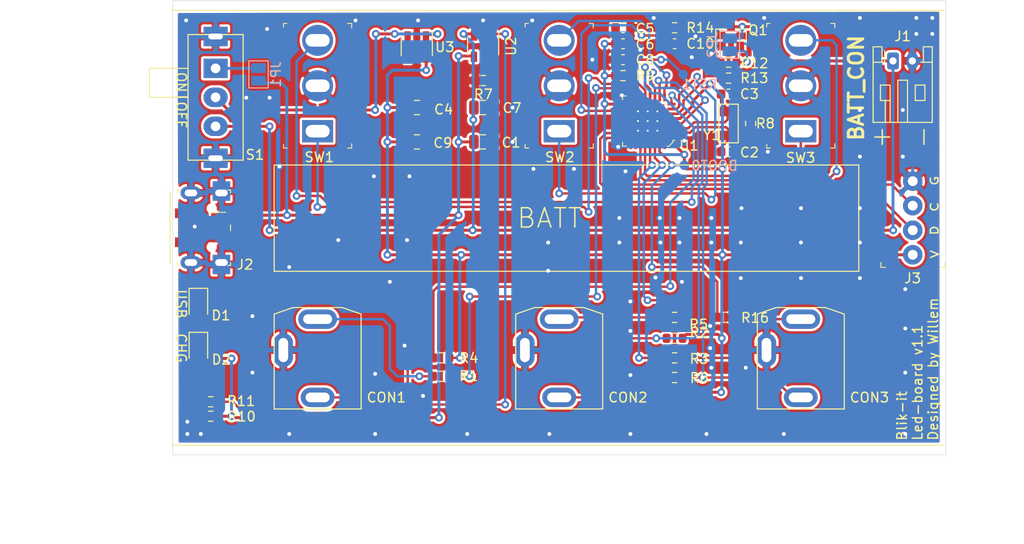
<source format=kicad_pcb>
(kicad_pcb (version 20171130) (host pcbnew "(5.1.9-0-10_14)")

  (general
    (thickness 1.6)
    (drawings 34)
    (tracks 646)
    (zones 0)
    (modules 46)
    (nets 47)
  )

  (page A4)
  (title_block
    (title Ledtruck)
    (rev 1.1)
    (company HollandTricks.com)
  )

  (layers
    (0 F.Cu signal)
    (31 B.Cu signal)
    (32 B.Adhes user)
    (33 F.Adhes user)
    (34 B.Paste user)
    (35 F.Paste user)
    (36 B.SilkS user)
    (37 F.SilkS user)
    (38 B.Mask user)
    (39 F.Mask user)
    (40 Dwgs.User user)
    (41 Cmts.User user)
    (42 Eco1.User user)
    (43 Eco2.User user)
    (44 Edge.Cuts user)
    (45 Margin user)
    (46 B.CrtYd user)
    (47 F.CrtYd user)
    (48 B.Fab user hide)
    (49 F.Fab user hide)
  )

  (setup
    (last_trace_width 0.25)
    (user_trace_width 0.3048)
    (trace_clearance 0.2)
    (zone_clearance 0.508)
    (zone_45_only no)
    (trace_min 0.2)
    (via_size 0.8)
    (via_drill 0.4)
    (via_min_size 0.4)
    (via_min_drill 0.3)
    (uvia_size 0.3)
    (uvia_drill 0.1)
    (uvias_allowed no)
    (uvia_min_size 0.2)
    (uvia_min_drill 0.1)
    (edge_width 0.05)
    (segment_width 0.2)
    (pcb_text_width 0.3)
    (pcb_text_size 1.5 1.5)
    (mod_edge_width 0.12)
    (mod_text_size 1 1)
    (mod_text_width 0.15)
    (pad_size 2 2.5)
    (pad_drill 0.6)
    (pad_to_mask_clearance 0)
    (aux_axis_origin 0 0)
    (visible_elements FFFFFF7F)
    (pcbplotparams
      (layerselection 0x00100_7ffffffe)
      (usegerberextensions false)
      (usegerberattributes false)
      (usegerberadvancedattributes false)
      (creategerberjobfile false)
      (excludeedgelayer true)
      (linewidth 0.100000)
      (plotframeref false)
      (viasonmask false)
      (mode 1)
      (useauxorigin false)
      (hpglpennumber 1)
      (hpglpenspeed 20)
      (hpglpendiameter 15.000000)
      (psnegative false)
      (psa4output false)
      (plotreference true)
      (plotvalue false)
      (plotinvisibletext false)
      (padsonsilk true)
      (subtractmaskfromsilk false)
      (outputformat 3)
      (mirror false)
      (drillshape 0)
      (scaleselection 1)
      (outputdirectory "gerber/"))
  )

  (net 0 "")
  (net 1 GND)
  (net 2 VBUS)
  (net 3 "Net-(C2-Pad1)")
  (net 4 "Net-(C3-Pad1)")
  (net 5 +3V3)
  (net 6 +BATT)
  (net 7 RST)
  (net 8 "Net-(CON1-Pad2)")
  (net 9 "Net-(CON2-Pad2)")
  (net 10 "Net-(CON3-Pad2)")
  (net 11 "Net-(D1-Pad2)")
  (net 12 "Net-(J2-Pad2)")
  (net 13 "Net-(J2-Pad3)")
  (net 14 SWCLK)
  (net 15 SWDIO)
  (net 16 LED1)
  (net 17 LED2)
  (net 18 LED3)
  (net 19 DET1)
  (net 20 DET2)
  (net 21 DET3)
  (net 22 "Net-(R7-Pad1)")
  (net 23 "Net-(R11-Pad2)")
  (net 24 MEAS_VBATT)
  (net 25 SWITCH12)
  (net 26 SWITCH1)
  (net 27 SWITCH22)
  (net 28 SWITCH2)
  (net 29 SWITCH32)
  (net 30 SWITCH3)
  (net 31 "Net-(U1-Pad25)")
  (net 32 "Net-(U1-Pad15)")
  (net 33 "Net-(U1-Pad19)")
  (net 34 "Net-(U1-Pad20)")
  (net 35 "Net-(U1-Pad21)")
  (net 36 "Net-(U1-Pad22)")
  (net 37 "Net-(U1-Pad26)")
  (net 38 +BATT_SWITCHED)
  (net 39 "Net-(D2-Pad1)")
  (net 40 BOOT0)
  (net 41 "Net-(U1-Pad32)")
  (net 42 "Net-(U1-Pad16)")
  (net 43 "Net-(U3-Pad4)")
  (net 44 "Net-(JP2-Pad2)")
  (net 45 MEAS_EN)
  (net 46 "Net-(JP1-Pad2)")

  (net_class Default "This is the default net class."
    (clearance 0.2)
    (trace_width 0.25)
    (via_dia 0.8)
    (via_drill 0.4)
    (uvia_dia 0.3)
    (uvia_drill 0.1)
    (add_net +3V3)
    (add_net +BATT)
    (add_net +BATT_SWITCHED)
    (add_net BOOT0)
    (add_net DET1)
    (add_net DET2)
    (add_net DET3)
    (add_net GND)
    (add_net LED1)
    (add_net LED2)
    (add_net LED3)
    (add_net MEAS_EN)
    (add_net MEAS_VBATT)
    (add_net "Net-(C2-Pad1)")
    (add_net "Net-(C3-Pad1)")
    (add_net "Net-(CON1-Pad2)")
    (add_net "Net-(CON2-Pad2)")
    (add_net "Net-(CON3-Pad2)")
    (add_net "Net-(D1-Pad2)")
    (add_net "Net-(D2-Pad1)")
    (add_net "Net-(J2-Pad2)")
    (add_net "Net-(J2-Pad3)")
    (add_net "Net-(JP1-Pad2)")
    (add_net "Net-(JP2-Pad2)")
    (add_net "Net-(R11-Pad2)")
    (add_net "Net-(R7-Pad1)")
    (add_net "Net-(U1-Pad15)")
    (add_net "Net-(U1-Pad16)")
    (add_net "Net-(U1-Pad19)")
    (add_net "Net-(U1-Pad20)")
    (add_net "Net-(U1-Pad21)")
    (add_net "Net-(U1-Pad22)")
    (add_net "Net-(U1-Pad25)")
    (add_net "Net-(U1-Pad26)")
    (add_net "Net-(U1-Pad32)")
    (add_net "Net-(U3-Pad4)")
    (add_net RST)
    (add_net SWCLK)
    (add_net SWDIO)
    (add_net SWITCH1)
    (add_net SWITCH12)
    (add_net SWITCH2)
    (add_net SWITCH22)
    (add_net SWITCH3)
    (add_net SWITCH32)
    (add_net VBUS)
  )

  (net_class POWER ""
    (clearance 0.2)
    (trace_width 0.3048)
    (via_dia 0.8)
    (via_drill 0.4)
    (uvia_dia 0.3)
    (uvia_drill 0.1)
  )

  (module MySymbols:3,5mm_straight_square (layer F.Cu) (tedit 60788681) (tstamp 6027EEB4)
    (at 65 37)
    (path /6021F7DC)
    (fp_text reference CON3 (at 7.112 4.064) (layer F.SilkS)
      (effects (font (size 1 1) (thickness 0.15)))
    )
    (fp_text value SJ1-3523N (at 0.762 -6.35) (layer F.Fab)
      (effects (font (size 1 1) (thickness 0.15)))
    )
    (fp_circle (center 0 0) (end 4.2 0) (layer Dwgs.User) (width 0.12))
    (fp_line (start -2.54 -5.25) (end 2.54 -5.25) (layer F.SilkS) (width 0.12))
    (fp_line (start 4.5 -4.572) (end 4.5 5.25) (layer F.SilkS) (width 0.12))
    (fp_line (start 4.5 5.25) (end -4.5 5.25) (layer F.SilkS) (width 0.12))
    (fp_line (start -4.5 5.25) (end -4.5 -4.572) (layer F.SilkS) (width 0.12))
    (fp_line (start -4.5 -4.572) (end -2.54 -5.25) (layer F.SilkS) (width 0.12))
    (fp_line (start 4.5 -4.572) (end 2.54 -5.25) (layer F.SilkS) (width 0.12))
    (fp_line (start 0 -4.2) (end 0 4.2) (layer Dwgs.User) (width 0.12))
    (fp_line (start -4.2 0) (end 4.2 0) (layer Dwgs.User) (width 0.12))
    (pad 3 thru_hole oval (at 0 4.05) (size 3.5 2) (drill oval 2.5 1) (layers *.Cu *.Mask)
      (net 21 DET3))
    (pad 1 thru_hole oval (at -3.55 -0.85 90) (size 3.5 2) (drill oval 2.5 1) (layers *.Cu *.Mask)
      (net 1 GND))
    (pad 2 thru_hole oval (at 0 -4.05) (size 4 2) (drill oval 3 1) (layers *.Cu *.Mask)
      (net 10 "Net-(CON3-Pad2)"))
  )

  (module MySymbols:3,5mm_straight_square locked (layer F.Cu) (tedit 60788681) (tstamp 6027EEAD)
    (at 40 37)
    (path /6021DB86)
    (fp_text reference CON2 (at 7.112 4.064) (layer F.SilkS)
      (effects (font (size 1 1) (thickness 0.15)))
    )
    (fp_text value SJ1-3523N (at 0.762 -6.35) (layer F.Fab)
      (effects (font (size 1 1) (thickness 0.15)))
    )
    (fp_circle (center 0 0) (end 4.2 0) (layer Dwgs.User) (width 0.12))
    (fp_line (start -2.54 -5.25) (end 2.54 -5.25) (layer F.SilkS) (width 0.12))
    (fp_line (start 4.5 -4.572) (end 4.5 5.25) (layer F.SilkS) (width 0.12))
    (fp_line (start 4.5 5.25) (end -4.5 5.25) (layer F.SilkS) (width 0.12))
    (fp_line (start -4.5 5.25) (end -4.5 -4.572) (layer F.SilkS) (width 0.12))
    (fp_line (start -4.5 -4.572) (end -2.54 -5.25) (layer F.SilkS) (width 0.12))
    (fp_line (start 4.5 -4.572) (end 2.54 -5.25) (layer F.SilkS) (width 0.12))
    (fp_line (start 0 -4.2) (end 0 4.2) (layer Dwgs.User) (width 0.12))
    (fp_line (start -4.2 0) (end 4.2 0) (layer Dwgs.User) (width 0.12))
    (pad 3 thru_hole oval (at 0 4.05) (size 3.5 2) (drill oval 2.5 1) (layers *.Cu *.Mask)
      (net 20 DET2))
    (pad 1 thru_hole oval (at -3.55 -0.85 90) (size 3.5 2) (drill oval 2.5 1) (layers *.Cu *.Mask)
      (net 1 GND))
    (pad 2 thru_hole oval (at 0 -4.05) (size 4 2) (drill oval 3 1) (layers *.Cu *.Mask)
      (net 9 "Net-(CON2-Pad2)"))
  )

  (module MySymbols:3,5mm_straight_square (layer F.Cu) (tedit 60788681) (tstamp 6027EEA6)
    (at 15 37)
    (path /6021CA8A)
    (fp_text reference CON1 (at 7.112 4.064) (layer F.SilkS)
      (effects (font (size 1 1) (thickness 0.15)))
    )
    (fp_text value SJ1-3523N (at 0.762 -6.35) (layer F.Fab)
      (effects (font (size 1 1) (thickness 0.15)))
    )
    (fp_circle (center 0 0) (end 4.2 0) (layer Dwgs.User) (width 0.12))
    (fp_line (start -2.54 -5.25) (end 2.54 -5.25) (layer F.SilkS) (width 0.12))
    (fp_line (start 4.5 -4.572) (end 4.5 5.25) (layer F.SilkS) (width 0.12))
    (fp_line (start 4.5 5.25) (end -4.5 5.25) (layer F.SilkS) (width 0.12))
    (fp_line (start -4.5 5.25) (end -4.5 -4.572) (layer F.SilkS) (width 0.12))
    (fp_line (start -4.5 -4.572) (end -2.54 -5.25) (layer F.SilkS) (width 0.12))
    (fp_line (start 4.5 -4.572) (end 2.54 -5.25) (layer F.SilkS) (width 0.12))
    (fp_line (start 0 -4.2) (end 0 4.2) (layer Dwgs.User) (width 0.12))
    (fp_line (start -4.2 0) (end 4.2 0) (layer Dwgs.User) (width 0.12))
    (pad 3 thru_hole oval (at 0 4.05) (size 3.5 2) (drill oval 2.5 1) (layers *.Cu *.Mask)
      (net 19 DET1))
    (pad 1 thru_hole oval (at -3.55 -0.85 90) (size 3.5 2) (drill oval 2.5 1) (layers *.Cu *.Mask)
      (net 1 GND))
    (pad 2 thru_hole oval (at 0 -4.05) (size 4 2) (drill oval 3 1) (layers *.Cu *.Mask)
      (net 8 "Net-(CON1-Pad2)"))
  )

  (module Jumper:SolderJumper-2_P1.3mm_Open_Pad1.0x1.5mm (layer B.Cu) (tedit 5A3EABFC) (tstamp 605E4BFF)
    (at 8.885 7.625 90)
    (descr "SMD Solder Jumper, 1x1.5mm Pads, 0.3mm gap, open")
    (tags "solder jumper open")
    (path /6064EF71)
    (attr virtual)
    (fp_text reference JP1 (at 0 1.8 270) (layer B.SilkS)
      (effects (font (size 1 1) (thickness 0.15)) (justify mirror))
    )
    (fp_text value SolderJumper_2_Open (at 0 -1.9 270) (layer B.Fab)
      (effects (font (size 1 1) (thickness 0.15)) (justify mirror))
    )
    (fp_line (start -1.4 -1) (end -1.4 1) (layer B.SilkS) (width 0.12))
    (fp_line (start 1.4 -1) (end -1.4 -1) (layer B.SilkS) (width 0.12))
    (fp_line (start 1.4 1) (end 1.4 -1) (layer B.SilkS) (width 0.12))
    (fp_line (start -1.4 1) (end 1.4 1) (layer B.SilkS) (width 0.12))
    (fp_line (start -1.65 1.25) (end 1.65 1.25) (layer B.CrtYd) (width 0.05))
    (fp_line (start -1.65 1.25) (end -1.65 -1.25) (layer B.CrtYd) (width 0.05))
    (fp_line (start 1.65 -1.25) (end 1.65 1.25) (layer B.CrtYd) (width 0.05))
    (fp_line (start 1.65 -1.25) (end -1.65 -1.25) (layer B.CrtYd) (width 0.05))
    (pad 1 smd rect (at -0.65 0 90) (size 1 1.5) (layers B.Cu B.Mask)
      (net 2 VBUS))
    (pad 2 smd rect (at 0.65 0 90) (size 1 1.5) (layers B.Cu B.Mask)
      (net 46 "Net-(JP1-Pad2)"))
  )

  (module Resistor_SMD:R_0603_1608Metric (layer F.Cu) (tedit 5F68FEEE) (tstamp 605E40FD)
    (at 51.938 2.799)
    (descr "Resistor SMD 0603 (1608 Metric), square (rectangular) end terminal, IPC_7351 nominal, (Body size source: IPC-SM-782 page 72, https://www.pcb-3d.com/wordpress/wp-content/uploads/ipc-sm-782a_amendment_1_and_2.pdf), generated with kicad-footprint-generator")
    (tags resistor)
    (path /6060550D)
    (attr smd)
    (fp_text reference R14 (at 2.667 0) (layer F.SilkS)
      (effects (font (size 1 1) (thickness 0.15)))
    )
    (fp_text value 100K (at 0 1.43) (layer F.Fab)
      (effects (font (size 1 1) (thickness 0.15)))
    )
    (fp_line (start -0.8 0.4125) (end -0.8 -0.4125) (layer F.Fab) (width 0.1))
    (fp_line (start -0.8 -0.4125) (end 0.8 -0.4125) (layer F.Fab) (width 0.1))
    (fp_line (start 0.8 -0.4125) (end 0.8 0.4125) (layer F.Fab) (width 0.1))
    (fp_line (start 0.8 0.4125) (end -0.8 0.4125) (layer F.Fab) (width 0.1))
    (fp_line (start -0.237258 -0.5225) (end 0.237258 -0.5225) (layer F.SilkS) (width 0.12))
    (fp_line (start -0.237258 0.5225) (end 0.237258 0.5225) (layer F.SilkS) (width 0.12))
    (fp_line (start -1.48 0.73) (end -1.48 -0.73) (layer F.CrtYd) (width 0.05))
    (fp_line (start -1.48 -0.73) (end 1.48 -0.73) (layer F.CrtYd) (width 0.05))
    (fp_line (start 1.48 -0.73) (end 1.48 0.73) (layer F.CrtYd) (width 0.05))
    (fp_line (start 1.48 0.73) (end -1.48 0.73) (layer F.CrtYd) (width 0.05))
    (fp_text user %R (at 0 0) (layer F.Fab)
      (effects (font (size 0.4 0.4) (thickness 0.06)))
    )
    (pad 2 smd roundrect (at 0.825 0) (size 0.8 0.95) (layers F.Cu F.Paste F.Mask) (roundrect_rratio 0.25)
      (net 45 MEAS_EN))
    (pad 1 smd roundrect (at -0.825 0) (size 0.8 0.95) (layers F.Cu F.Paste F.Mask) (roundrect_rratio 0.25)
      (net 6 +BATT))
    (model ${KISYS3DMOD}/Resistor_SMD.3dshapes/R_0603_1608Metric.wrl
      (at (xyz 0 0 0))
      (scale (xyz 1 1 1))
      (rotate (xyz 0 0 0))
    )
  )

  (module Package_TO_SOT_SMD:SOT-23 (layer F.Cu) (tedit 5A02FF57) (tstamp 605E5823)
    (at 57.78 3.688 90)
    (descr "SOT-23, Standard")
    (tags SOT-23)
    (path /605F95CF)
    (attr smd)
    (fp_text reference Q1 (at 0.635 2.794 180) (layer F.SilkS)
      (effects (font (size 1 1) (thickness 0.15)))
    )
    (fp_text value BSS84 (at 0 2.5 90) (layer F.Fab)
      (effects (font (size 1 1) (thickness 0.15)))
    )
    (fp_line (start -0.7 -0.95) (end -0.7 1.5) (layer F.Fab) (width 0.1))
    (fp_line (start -0.15 -1.52) (end 0.7 -1.52) (layer F.Fab) (width 0.1))
    (fp_line (start -0.7 -0.95) (end -0.15 -1.52) (layer F.Fab) (width 0.1))
    (fp_line (start 0.7 -1.52) (end 0.7 1.52) (layer F.Fab) (width 0.1))
    (fp_line (start -0.7 1.52) (end 0.7 1.52) (layer F.Fab) (width 0.1))
    (fp_line (start 0.76 1.58) (end 0.76 0.65) (layer F.SilkS) (width 0.12))
    (fp_line (start 0.76 -1.58) (end 0.76 -0.65) (layer F.SilkS) (width 0.12))
    (fp_line (start -1.7 -1.75) (end 1.7 -1.75) (layer F.CrtYd) (width 0.05))
    (fp_line (start 1.7 -1.75) (end 1.7 1.75) (layer F.CrtYd) (width 0.05))
    (fp_line (start 1.7 1.75) (end -1.7 1.75) (layer F.CrtYd) (width 0.05))
    (fp_line (start -1.7 1.75) (end -1.7 -1.75) (layer F.CrtYd) (width 0.05))
    (fp_line (start 0.76 -1.58) (end -1.4 -1.58) (layer F.SilkS) (width 0.12))
    (fp_line (start 0.76 1.58) (end -0.7 1.58) (layer F.SilkS) (width 0.12))
    (fp_text user %R (at 0 0) (layer F.Fab)
      (effects (font (size 0.5 0.5) (thickness 0.075)))
    )
    (pad 3 smd rect (at 1 0 90) (size 0.9 0.8) (layers F.Cu F.Paste F.Mask)
      (net 6 +BATT))
    (pad 2 smd rect (at -1 0.95 90) (size 0.9 0.8) (layers F.Cu F.Paste F.Mask)
      (net 44 "Net-(JP2-Pad2)"))
    (pad 1 smd rect (at -1 -0.95 90) (size 0.9 0.8) (layers F.Cu F.Paste F.Mask)
      (net 45 MEAS_EN))
    (model ${KISYS3DMOD}/Package_TO_SOT_SMD.3dshapes/SOT-23.wrl
      (at (xyz 0 0 0))
      (scale (xyz 1 1 1))
      (rotate (xyz 0 0 0))
    )
  )

  (module Jumper:SolderJumper-2_P1.3mm_Open_Pad1.0x1.5mm (layer B.Cu) (tedit 5A3EABFC) (tstamp 605E3F57)
    (at 57.653 4.562 270)
    (descr "SMD Solder Jumper, 1x1.5mm Pads, 0.3mm gap, open")
    (tags "solder jumper open")
    (path /6062BF4E)
    (attr virtual)
    (fp_text reference JP2 (at 0 1.8 90) (layer B.SilkS)
      (effects (font (size 1 1) (thickness 0.15)) (justify mirror))
    )
    (fp_text value SolderJumper_2_Open (at 0 -1.9 90) (layer B.Fab)
      (effects (font (size 1 1) (thickness 0.15)) (justify mirror))
    )
    (fp_line (start -1.4 -1) (end -1.4 1) (layer B.SilkS) (width 0.12))
    (fp_line (start 1.4 -1) (end -1.4 -1) (layer B.SilkS) (width 0.12))
    (fp_line (start 1.4 1) (end 1.4 -1) (layer B.SilkS) (width 0.12))
    (fp_line (start -1.4 1) (end 1.4 1) (layer B.SilkS) (width 0.12))
    (fp_line (start -1.65 1.25) (end 1.65 1.25) (layer B.CrtYd) (width 0.05))
    (fp_line (start -1.65 1.25) (end -1.65 -1.25) (layer B.CrtYd) (width 0.05))
    (fp_line (start 1.65 -1.25) (end 1.65 1.25) (layer B.CrtYd) (width 0.05))
    (fp_line (start 1.65 -1.25) (end -1.65 -1.25) (layer B.CrtYd) (width 0.05))
    (pad 1 smd rect (at -0.65 0 270) (size 1 1.5) (layers B.Cu B.Mask)
      (net 6 +BATT))
    (pad 2 smd rect (at 0.65 0 270) (size 1 1.5) (layers B.Cu B.Mask)
      (net 44 "Net-(JP2-Pad2)"))
  )

  (module Capacitor_SMD:C_0603_1608Metric (layer F.Cu) (tedit 5F68FEEE) (tstamp 605E3DFF)
    (at 51.938 4.45 180)
    (descr "Capacitor SMD 0603 (1608 Metric), square (rectangular) end terminal, IPC_7351 nominal, (Body size source: IPC-SM-782 page 76, https://www.pcb-3d.com/wordpress/wp-content/uploads/ipc-sm-782a_amendment_1_and_2.pdf), generated with kicad-footprint-generator")
    (tags capacitor)
    (path /6061C058)
    (attr smd)
    (fp_text reference C10 (at -2.667 0) (layer F.SilkS)
      (effects (font (size 1 1) (thickness 0.15)))
    )
    (fp_text value C (at 0 1.43) (layer F.Fab)
      (effects (font (size 1 1) (thickness 0.15)))
    )
    (fp_line (start -0.8 0.4) (end -0.8 -0.4) (layer F.Fab) (width 0.1))
    (fp_line (start -0.8 -0.4) (end 0.8 -0.4) (layer F.Fab) (width 0.1))
    (fp_line (start 0.8 -0.4) (end 0.8 0.4) (layer F.Fab) (width 0.1))
    (fp_line (start 0.8 0.4) (end -0.8 0.4) (layer F.Fab) (width 0.1))
    (fp_line (start -0.14058 -0.51) (end 0.14058 -0.51) (layer F.SilkS) (width 0.12))
    (fp_line (start -0.14058 0.51) (end 0.14058 0.51) (layer F.SilkS) (width 0.12))
    (fp_line (start -1.48 0.73) (end -1.48 -0.73) (layer F.CrtYd) (width 0.05))
    (fp_line (start -1.48 -0.73) (end 1.48 -0.73) (layer F.CrtYd) (width 0.05))
    (fp_line (start 1.48 -0.73) (end 1.48 0.73) (layer F.CrtYd) (width 0.05))
    (fp_line (start 1.48 0.73) (end -1.48 0.73) (layer F.CrtYd) (width 0.05))
    (fp_text user %R (at 0 0) (layer F.Fab)
      (effects (font (size 0.4 0.4) (thickness 0.06)))
    )
    (pad 2 smd roundrect (at 0.775 0 180) (size 0.9 0.95) (layers F.Cu F.Paste F.Mask) (roundrect_rratio 0.25)
      (net 1 GND))
    (pad 1 smd roundrect (at -0.775 0 180) (size 0.9 0.95) (layers F.Cu F.Paste F.Mask) (roundrect_rratio 0.25)
      (net 24 MEAS_VBATT))
    (model ${KISYS3DMOD}/Capacitor_SMD.3dshapes/C_0603_1608Metric.wrl
      (at (xyz 0 0 0))
      (scale (xyz 1 1 1))
      (rotate (xyz 0 0 0))
    )
  )

  (module Package_TO_SOT_SMD:SOT-23-5 (layer F.Cu) (tedit 5A02FF57) (tstamp 6052D355)
    (at 32.126 4.704 270)
    (descr "5-pin SOT23 package")
    (tags SOT-23-5)
    (path /60220E3E)
    (attr smd)
    (fp_text reference U2 (at 0 -2.9 90) (layer F.SilkS)
      (effects (font (size 1 1) (thickness 0.15)))
    )
    (fp_text value MCP73832T-2ACI_OT (at 0 2.9 90) (layer F.Fab)
      (effects (font (size 1 1) (thickness 0.15)))
    )
    (fp_line (start 0.9 -1.55) (end 0.9 1.55) (layer F.Fab) (width 0.1))
    (fp_line (start 0.9 1.55) (end -0.9 1.55) (layer F.Fab) (width 0.1))
    (fp_line (start -0.9 -0.9) (end -0.9 1.55) (layer F.Fab) (width 0.1))
    (fp_line (start 0.9 -1.55) (end -0.25 -1.55) (layer F.Fab) (width 0.1))
    (fp_line (start -0.9 -0.9) (end -0.25 -1.55) (layer F.Fab) (width 0.1))
    (fp_line (start -1.9 1.8) (end -1.9 -1.8) (layer F.CrtYd) (width 0.05))
    (fp_line (start 1.9 1.8) (end -1.9 1.8) (layer F.CrtYd) (width 0.05))
    (fp_line (start 1.9 -1.8) (end 1.9 1.8) (layer F.CrtYd) (width 0.05))
    (fp_line (start -1.9 -1.8) (end 1.9 -1.8) (layer F.CrtYd) (width 0.05))
    (fp_line (start 0.9 -1.61) (end -1.55 -1.61) (layer F.SilkS) (width 0.12))
    (fp_line (start -0.9 1.61) (end 0.9 1.61) (layer F.SilkS) (width 0.12))
    (fp_text user %R (at 0 0) (layer F.Fab)
      (effects (font (size 0.5 0.5) (thickness 0.075)))
    )
    (pad 5 smd rect (at 1.1 -0.95 270) (size 1.06 0.65) (layers F.Cu F.Paste F.Mask)
      (net 22 "Net-(R7-Pad1)"))
    (pad 4 smd rect (at 1.1 0.95 270) (size 1.06 0.65) (layers F.Cu F.Paste F.Mask)
      (net 2 VBUS))
    (pad 3 smd rect (at -1.1 0.95 270) (size 1.06 0.65) (layers F.Cu F.Paste F.Mask)
      (net 6 +BATT))
    (pad 2 smd rect (at -1.1 0 270) (size 1.06 0.65) (layers F.Cu F.Paste F.Mask)
      (net 1 GND))
    (pad 1 smd rect (at -1.1 -0.95 270) (size 1.06 0.65) (layers F.Cu F.Paste F.Mask)
      (net 23 "Net-(R11-Pad2)"))
    (model ${KISYS3DMOD}/Package_TO_SOT_SMD.3dshapes/SOT-23-5.wrl
      (at (xyz 0 0 0))
      (scale (xyz 1 1 1))
      (rotate (xyz 0 0 0))
    )
  )

  (module Package_TO_SOT_SMD:SOT-23-5 (layer F.Cu) (tedit 5A02FF57) (tstamp 605A732B)
    (at 25.26292 4.79544 270)
    (descr "5-pin SOT23 package")
    (tags SOT-23-5)
    (path /607F9B20)
    (attr smd)
    (fp_text reference U3 (at 0 -2.9) (layer F.SilkS)
      (effects (font (size 1 1) (thickness 0.15)))
    )
    (fp_text value TPS76333 (at 0 2.9 90) (layer F.Fab)
      (effects (font (size 1 1) (thickness 0.15)))
    )
    (fp_line (start 0.9 -1.55) (end 0.9 1.55) (layer F.Fab) (width 0.1))
    (fp_line (start 0.9 1.55) (end -0.9 1.55) (layer F.Fab) (width 0.1))
    (fp_line (start -0.9 -0.9) (end -0.9 1.55) (layer F.Fab) (width 0.1))
    (fp_line (start 0.9 -1.55) (end -0.25 -1.55) (layer F.Fab) (width 0.1))
    (fp_line (start -0.9 -0.9) (end -0.25 -1.55) (layer F.Fab) (width 0.1))
    (fp_line (start -1.9 1.8) (end -1.9 -1.8) (layer F.CrtYd) (width 0.05))
    (fp_line (start 1.9 1.8) (end -1.9 1.8) (layer F.CrtYd) (width 0.05))
    (fp_line (start 1.9 -1.8) (end 1.9 1.8) (layer F.CrtYd) (width 0.05))
    (fp_line (start -1.9 -1.8) (end 1.9 -1.8) (layer F.CrtYd) (width 0.05))
    (fp_line (start 0.9 -1.61) (end -1.55 -1.61) (layer F.SilkS) (width 0.12))
    (fp_line (start -0.9 1.61) (end 0.9 1.61) (layer F.SilkS) (width 0.12))
    (fp_text user %R (at 0 0) (layer F.Fab)
      (effects (font (size 0.5 0.5) (thickness 0.075)))
    )
    (pad 5 smd rect (at 1.1 -0.95 270) (size 1.06 0.65) (layers F.Cu F.Paste F.Mask)
      (net 5 +3V3))
    (pad 4 smd rect (at 1.1 0.95 270) (size 1.06 0.65) (layers F.Cu F.Paste F.Mask)
      (net 43 "Net-(U3-Pad4)"))
    (pad 3 smd rect (at -1.1 0.95 270) (size 1.06 0.65) (layers F.Cu F.Paste F.Mask)
      (net 38 +BATT_SWITCHED))
    (pad 2 smd rect (at -1.1 0 270) (size 1.06 0.65) (layers F.Cu F.Paste F.Mask)
      (net 1 GND))
    (pad 1 smd rect (at -1.1 -0.95 270) (size 1.06 0.65) (layers F.Cu F.Paste F.Mask)
      (net 38 +BATT_SWITCHED))
    (model ${KISYS3DMOD}/Package_TO_SOT_SMD.3dshapes/SOT-23-5.wrl
      (at (xyz 0 0 0))
      (scale (xyz 1 1 1))
      (rotate (xyz 0 0 0))
    )
  )

  (module Connector_JST:JST_PH_S2B-PH-K_1x02_P2.00mm_Horizontal (layer F.Cu) (tedit 5B7745C6) (tstamp 6021C1A6)
    (at 74.544 6.228)
    (descr "JST PH series connector, S2B-PH-K (http://www.jst-mfg.com/product/pdf/eng/ePH.pdf), generated with kicad-footprint-generator")
    (tags "connector JST PH top entry")
    (path /60232097)
    (fp_text reference J1 (at 1 -2.55) (layer F.SilkS)
      (effects (font (size 1 1) (thickness 0.15)))
    )
    (fp_text value Conn_01x02_Male (at 1 7.45) (layer F.Fab)
      (effects (font (size 1 1) (thickness 0.15)))
    )
    (fp_line (start 0.5 1.375) (end 0 0.875) (layer F.Fab) (width 0.1))
    (fp_line (start -0.5 1.375) (end 0.5 1.375) (layer F.Fab) (width 0.1))
    (fp_line (start 0 0.875) (end -0.5 1.375) (layer F.Fab) (width 0.1))
    (fp_line (start -0.86 0.14) (end -0.86 -1.075) (layer F.SilkS) (width 0.12))
    (fp_line (start 3.25 0.25) (end -1.25 0.25) (layer F.Fab) (width 0.1))
    (fp_line (start 3.25 -1.35) (end 3.25 0.25) (layer F.Fab) (width 0.1))
    (fp_line (start 3.95 -1.35) (end 3.25 -1.35) (layer F.Fab) (width 0.1))
    (fp_line (start 3.95 6.25) (end 3.95 -1.35) (layer F.Fab) (width 0.1))
    (fp_line (start -1.95 6.25) (end 3.95 6.25) (layer F.Fab) (width 0.1))
    (fp_line (start -1.95 -1.35) (end -1.95 6.25) (layer F.Fab) (width 0.1))
    (fp_line (start -1.25 -1.35) (end -1.95 -1.35) (layer F.Fab) (width 0.1))
    (fp_line (start -1.25 0.25) (end -1.25 -1.35) (layer F.Fab) (width 0.1))
    (fp_line (start 4.45 -1.85) (end -2.45 -1.85) (layer F.CrtYd) (width 0.05))
    (fp_line (start 4.45 6.75) (end 4.45 -1.85) (layer F.CrtYd) (width 0.05))
    (fp_line (start -2.45 6.75) (end 4.45 6.75) (layer F.CrtYd) (width 0.05))
    (fp_line (start -2.45 -1.85) (end -2.45 6.75) (layer F.CrtYd) (width 0.05))
    (fp_line (start -0.8 4.1) (end -0.8 6.36) (layer F.SilkS) (width 0.12))
    (fp_line (start -0.3 4.1) (end -0.3 6.36) (layer F.SilkS) (width 0.12))
    (fp_line (start 2.3 2.5) (end 3.3 2.5) (layer F.SilkS) (width 0.12))
    (fp_line (start 2.3 4.1) (end 2.3 2.5) (layer F.SilkS) (width 0.12))
    (fp_line (start 3.3 4.1) (end 2.3 4.1) (layer F.SilkS) (width 0.12))
    (fp_line (start 3.3 2.5) (end 3.3 4.1) (layer F.SilkS) (width 0.12))
    (fp_line (start -0.3 2.5) (end -1.3 2.5) (layer F.SilkS) (width 0.12))
    (fp_line (start -0.3 4.1) (end -0.3 2.5) (layer F.SilkS) (width 0.12))
    (fp_line (start -1.3 4.1) (end -0.3 4.1) (layer F.SilkS) (width 0.12))
    (fp_line (start -1.3 2.5) (end -1.3 4.1) (layer F.SilkS) (width 0.12))
    (fp_line (start 4.06 0.14) (end 3.14 0.14) (layer F.SilkS) (width 0.12))
    (fp_line (start -2.06 0.14) (end -1.14 0.14) (layer F.SilkS) (width 0.12))
    (fp_line (start 1.5 2) (end 1.5 6.36) (layer F.SilkS) (width 0.12))
    (fp_line (start 0.5 2) (end 1.5 2) (layer F.SilkS) (width 0.12))
    (fp_line (start 0.5 6.36) (end 0.5 2) (layer F.SilkS) (width 0.12))
    (fp_line (start 3.14 0.14) (end 2.86 0.14) (layer F.SilkS) (width 0.12))
    (fp_line (start 3.14 -1.46) (end 3.14 0.14) (layer F.SilkS) (width 0.12))
    (fp_line (start 4.06 -1.46) (end 3.14 -1.46) (layer F.SilkS) (width 0.12))
    (fp_line (start 4.06 6.36) (end 4.06 -1.46) (layer F.SilkS) (width 0.12))
    (fp_line (start -2.06 6.36) (end 4.06 6.36) (layer F.SilkS) (width 0.12))
    (fp_line (start -2.06 -1.46) (end -2.06 6.36) (layer F.SilkS) (width 0.12))
    (fp_line (start -1.14 -1.46) (end -2.06 -1.46) (layer F.SilkS) (width 0.12))
    (fp_line (start -1.14 0.14) (end -1.14 -1.46) (layer F.SilkS) (width 0.12))
    (fp_line (start -0.86 0.14) (end -1.14 0.14) (layer F.SilkS) (width 0.12))
    (fp_text user %R (at 1 2.5) (layer F.Fab)
      (effects (font (size 1 1) (thickness 0.15)))
    )
    (pad 2 thru_hole oval (at 2 0) (size 1.2 1.75) (drill 0.75) (layers *.Cu *.Mask)
      (net 1 GND))
    (pad 1 thru_hole roundrect (at 0 0) (size 1.2 1.75) (drill 0.75) (layers *.Cu *.Mask) (roundrect_rratio 0.208333)
      (net 6 +BATT))
    (model ${KISYS3DMOD}/Connector_JST.3dshapes/JST_PH_S2B-PH-K_1x02_P2.00mm_Horizontal.wrl
      (at (xyz 0 0 0))
      (scale (xyz 1 1 1))
      (rotate (xyz 0 0 0))
    )
  )

  (module Resistor_SMD:R_0603_1608Metric (layer F.Cu) (tedit 5F68FEEE) (tstamp 60539F51)
    (at 57.1958 32.766)
    (descr "Resistor SMD 0603 (1608 Metric), square (rectangular) end terminal, IPC_7351 nominal, (Body size source: IPC-SM-782 page 72, https://www.pcb-3d.com/wordpress/wp-content/uploads/ipc-sm-782a_amendment_1_and_2.pdf), generated with kicad-footprint-generator")
    (tags resistor)
    (path /6053E837)
    (attr smd)
    (fp_text reference R16 (at 3.0734 0.0508) (layer F.SilkS)
      (effects (font (size 1 1) (thickness 0.15)))
    )
    (fp_text value 10K (at 0 1.43) (layer F.Fab)
      (effects (font (size 1 1) (thickness 0.15)))
    )
    (fp_line (start 1.48 0.73) (end -1.48 0.73) (layer F.CrtYd) (width 0.05))
    (fp_line (start 1.48 -0.73) (end 1.48 0.73) (layer F.CrtYd) (width 0.05))
    (fp_line (start -1.48 -0.73) (end 1.48 -0.73) (layer F.CrtYd) (width 0.05))
    (fp_line (start -1.48 0.73) (end -1.48 -0.73) (layer F.CrtYd) (width 0.05))
    (fp_line (start -0.237258 0.5225) (end 0.237258 0.5225) (layer F.SilkS) (width 0.12))
    (fp_line (start -0.237258 -0.5225) (end 0.237258 -0.5225) (layer F.SilkS) (width 0.12))
    (fp_line (start 0.8 0.4125) (end -0.8 0.4125) (layer F.Fab) (width 0.1))
    (fp_line (start 0.8 -0.4125) (end 0.8 0.4125) (layer F.Fab) (width 0.1))
    (fp_line (start -0.8 -0.4125) (end 0.8 -0.4125) (layer F.Fab) (width 0.1))
    (fp_line (start -0.8 0.4125) (end -0.8 -0.4125) (layer F.Fab) (width 0.1))
    (fp_text user %R (at 0 0) (layer F.Fab)
      (effects (font (size 0.4 0.4) (thickness 0.06)))
    )
    (pad 2 smd roundrect (at 0.825 0) (size 0.8 0.95) (layers F.Cu F.Paste F.Mask) (roundrect_rratio 0.25)
      (net 1 GND))
    (pad 1 smd roundrect (at -0.825 0) (size 0.8 0.95) (layers F.Cu F.Paste F.Mask) (roundrect_rratio 0.25)
      (net 40 BOOT0))
    (model ${KISYS3DMOD}/Resistor_SMD.3dshapes/R_0603_1608Metric.wrl
      (at (xyz 0 0 0))
      (scale (xyz 1 1 1))
      (rotate (xyz 0 0 0))
    )
  )

  (module Resistor_SMD:R_0603_1608Metric (layer F.Cu) (tedit 5F68FEEE) (tstamp 605E618D)
    (at 57.526 8.006)
    (descr "Resistor SMD 0603 (1608 Metric), square (rectangular) end terminal, IPC_7351 nominal, (Body size source: IPC-SM-782 page 72, https://www.pcb-3d.com/wordpress/wp-content/uploads/ipc-sm-782a_amendment_1_and_2.pdf), generated with kicad-footprint-generator")
    (tags resistor)
    (path /60403C7A)
    (attr smd)
    (fp_text reference R13 (at 2.667 0) (layer F.SilkS)
      (effects (font (size 1 1) (thickness 0.15)))
    )
    (fp_text value 10K (at 0 1.43) (layer F.Fab)
      (effects (font (size 1 1) (thickness 0.15)))
    )
    (fp_line (start 1.48 0.73) (end -1.48 0.73) (layer F.CrtYd) (width 0.05))
    (fp_line (start 1.48 -0.73) (end 1.48 0.73) (layer F.CrtYd) (width 0.05))
    (fp_line (start -1.48 -0.73) (end 1.48 -0.73) (layer F.CrtYd) (width 0.05))
    (fp_line (start -1.48 0.73) (end -1.48 -0.73) (layer F.CrtYd) (width 0.05))
    (fp_line (start -0.237258 0.5225) (end 0.237258 0.5225) (layer F.SilkS) (width 0.12))
    (fp_line (start -0.237258 -0.5225) (end 0.237258 -0.5225) (layer F.SilkS) (width 0.12))
    (fp_line (start 0.8 0.4125) (end -0.8 0.4125) (layer F.Fab) (width 0.1))
    (fp_line (start 0.8 -0.4125) (end 0.8 0.4125) (layer F.Fab) (width 0.1))
    (fp_line (start -0.8 -0.4125) (end 0.8 -0.4125) (layer F.Fab) (width 0.1))
    (fp_line (start -0.8 0.4125) (end -0.8 -0.4125) (layer F.Fab) (width 0.1))
    (fp_text user %R (at 0 0) (layer F.Fab)
      (effects (font (size 0.4 0.4) (thickness 0.06)))
    )
    (pad 2 smd roundrect (at 0.825 0) (size 0.8 0.95) (layers F.Cu F.Paste F.Mask) (roundrect_rratio 0.25)
      (net 1 GND))
    (pad 1 smd roundrect (at -0.825 0) (size 0.8 0.95) (layers F.Cu F.Paste F.Mask) (roundrect_rratio 0.25)
      (net 24 MEAS_VBATT))
    (model ${KISYS3DMOD}/Resistor_SMD.3dshapes/R_0603_1608Metric.wrl
      (at (xyz 0 0 0))
      (scale (xyz 1 1 1))
      (rotate (xyz 0 0 0))
    )
  )

  (module Resistor_SMD:R_0603_1608Metric (layer F.Cu) (tedit 5F68FEEE) (tstamp 6021C2DC)
    (at 57.526 6.355 180)
    (descr "Resistor SMD 0603 (1608 Metric), square (rectangular) end terminal, IPC_7351 nominal, (Body size source: IPC-SM-782 page 72, https://www.pcb-3d.com/wordpress/wp-content/uploads/ipc-sm-782a_amendment_1_and_2.pdf), generated with kicad-footprint-generator")
    (tags resistor)
    (path /6040529B)
    (attr smd)
    (fp_text reference R12 (at -2.667 -0.127) (layer F.SilkS)
      (effects (font (size 1 1) (thickness 0.15)))
    )
    (fp_text value 4k7 (at 0 1.43) (layer F.Fab)
      (effects (font (size 1 1) (thickness 0.15)))
    )
    (fp_line (start 1.48 0.73) (end -1.48 0.73) (layer F.CrtYd) (width 0.05))
    (fp_line (start 1.48 -0.73) (end 1.48 0.73) (layer F.CrtYd) (width 0.05))
    (fp_line (start -1.48 -0.73) (end 1.48 -0.73) (layer F.CrtYd) (width 0.05))
    (fp_line (start -1.48 0.73) (end -1.48 -0.73) (layer F.CrtYd) (width 0.05))
    (fp_line (start -0.237258 0.5225) (end 0.237258 0.5225) (layer F.SilkS) (width 0.12))
    (fp_line (start -0.237258 -0.5225) (end 0.237258 -0.5225) (layer F.SilkS) (width 0.12))
    (fp_line (start 0.8 0.4125) (end -0.8 0.4125) (layer F.Fab) (width 0.1))
    (fp_line (start 0.8 -0.4125) (end 0.8 0.4125) (layer F.Fab) (width 0.1))
    (fp_line (start -0.8 -0.4125) (end 0.8 -0.4125) (layer F.Fab) (width 0.1))
    (fp_line (start -0.8 0.4125) (end -0.8 -0.4125) (layer F.Fab) (width 0.1))
    (fp_text user %R (at 0 0) (layer F.Fab)
      (effects (font (size 0.4 0.4) (thickness 0.06)))
    )
    (pad 2 smd roundrect (at 0.825 0 180) (size 0.8 0.95) (layers F.Cu F.Paste F.Mask) (roundrect_rratio 0.25)
      (net 24 MEAS_VBATT))
    (pad 1 smd roundrect (at -0.825 0 180) (size 0.8 0.95) (layers F.Cu F.Paste F.Mask) (roundrect_rratio 0.25)
      (net 44 "Net-(JP2-Pad2)"))
    (model ${KISYS3DMOD}/Resistor_SMD.3dshapes/R_0603_1608Metric.wrl
      (at (xyz 0 0 0))
      (scale (xyz 1 1 1))
      (rotate (xyz 0 0 0))
    )
  )

  (module Resistor_SMD:R_0603_1608Metric (layer F.Cu) (tedit 5F68FEEE) (tstamp 6021C2C8)
    (at 3.932 41.5)
    (descr "Resistor SMD 0603 (1608 Metric), square (rectangular) end terminal, IPC_7351 nominal, (Body size source: IPC-SM-782 page 72, https://www.pcb-3d.com/wordpress/wp-content/uploads/ipc-sm-782a_amendment_1_and_2.pdf), generated with kicad-footprint-generator")
    (tags resistor)
    (path /602AF25A)
    (attr smd)
    (fp_text reference R11 (at 3.16072 -0.0676) (layer F.SilkS)
      (effects (font (size 1 1) (thickness 0.15)))
    )
    (fp_text value 470E (at 0 1.43) (layer F.Fab)
      (effects (font (size 1 1) (thickness 0.15)))
    )
    (fp_line (start 1.48 0.73) (end -1.48 0.73) (layer F.CrtYd) (width 0.05))
    (fp_line (start 1.48 -0.73) (end 1.48 0.73) (layer F.CrtYd) (width 0.05))
    (fp_line (start -1.48 -0.73) (end 1.48 -0.73) (layer F.CrtYd) (width 0.05))
    (fp_line (start -1.48 0.73) (end -1.48 -0.73) (layer F.CrtYd) (width 0.05))
    (fp_line (start -0.237258 0.5225) (end 0.237258 0.5225) (layer F.SilkS) (width 0.12))
    (fp_line (start -0.237258 -0.5225) (end 0.237258 -0.5225) (layer F.SilkS) (width 0.12))
    (fp_line (start 0.8 0.4125) (end -0.8 0.4125) (layer F.Fab) (width 0.1))
    (fp_line (start 0.8 -0.4125) (end 0.8 0.4125) (layer F.Fab) (width 0.1))
    (fp_line (start -0.8 -0.4125) (end 0.8 -0.4125) (layer F.Fab) (width 0.1))
    (fp_line (start -0.8 0.4125) (end -0.8 -0.4125) (layer F.Fab) (width 0.1))
    (fp_text user %R (at 0 0) (layer F.Fab)
      (effects (font (size 0.4 0.4) (thickness 0.06)))
    )
    (pad 2 smd roundrect (at 0.825 0) (size 0.8 0.95) (layers F.Cu F.Paste F.Mask) (roundrect_rratio 0.25)
      (net 23 "Net-(R11-Pad2)"))
    (pad 1 smd roundrect (at -0.825 0) (size 0.8 0.95) (layers F.Cu F.Paste F.Mask) (roundrect_rratio 0.25)
      (net 39 "Net-(D2-Pad1)"))
    (model ${KISYS3DMOD}/Resistor_SMD.3dshapes/R_0603_1608Metric.wrl
      (at (xyz 0 0 0))
      (scale (xyz 1 1 1))
      (rotate (xyz 0 0 0))
    )
  )

  (module Resistor_SMD:R_0603_1608Metric (layer F.Cu) (tedit 5F68FEEE) (tstamp 6021C2B4)
    (at 3.932 43)
    (descr "Resistor SMD 0603 (1608 Metric), square (rectangular) end terminal, IPC_7351 nominal, (Body size source: IPC-SM-782 page 72, https://www.pcb-3d.com/wordpress/wp-content/uploads/ipc-sm-782a_amendment_1_and_2.pdf), generated with kicad-footprint-generator")
    (tags resistor)
    (path /602AE2E0)
    (attr smd)
    (fp_text reference R10 (at 3.21152 0.0326) (layer F.SilkS)
      (effects (font (size 1 1) (thickness 0.15)))
    )
    (fp_text value 470E (at 0 1.43) (layer F.Fab)
      (effects (font (size 1 1) (thickness 0.15)))
    )
    (fp_line (start 1.48 0.73) (end -1.48 0.73) (layer F.CrtYd) (width 0.05))
    (fp_line (start 1.48 -0.73) (end 1.48 0.73) (layer F.CrtYd) (width 0.05))
    (fp_line (start -1.48 -0.73) (end 1.48 -0.73) (layer F.CrtYd) (width 0.05))
    (fp_line (start -1.48 0.73) (end -1.48 -0.73) (layer F.CrtYd) (width 0.05))
    (fp_line (start -0.237258 0.5225) (end 0.237258 0.5225) (layer F.SilkS) (width 0.12))
    (fp_line (start -0.237258 -0.5225) (end 0.237258 -0.5225) (layer F.SilkS) (width 0.12))
    (fp_line (start 0.8 0.4125) (end -0.8 0.4125) (layer F.Fab) (width 0.1))
    (fp_line (start 0.8 -0.4125) (end 0.8 0.4125) (layer F.Fab) (width 0.1))
    (fp_line (start -0.8 -0.4125) (end 0.8 -0.4125) (layer F.Fab) (width 0.1))
    (fp_line (start -0.8 0.4125) (end -0.8 -0.4125) (layer F.Fab) (width 0.1))
    (fp_text user %R (at 0 0) (layer F.Fab)
      (effects (font (size 0.4 0.4) (thickness 0.06)))
    )
    (pad 2 smd roundrect (at 0.825 0) (size 0.8 0.95) (layers F.Cu F.Paste F.Mask) (roundrect_rratio 0.25)
      (net 2 VBUS))
    (pad 1 smd roundrect (at -0.825 0) (size 0.8 0.95) (layers F.Cu F.Paste F.Mask) (roundrect_rratio 0.25)
      (net 11 "Net-(D1-Pad2)"))
    (model ${KISYS3DMOD}/Resistor_SMD.3dshapes/R_0603_1608Metric.wrl
      (at (xyz 0 0 0))
      (scale (xyz 1 1 1))
      (rotate (xyz 0 0 0))
    )
  )

  (module Resistor_SMD:R_0603_1608Metric (layer F.Cu) (tedit 5F68FEEE) (tstamp 6021C2A0)
    (at 46.604 7.752)
    (descr "Resistor SMD 0603 (1608 Metric), square (rectangular) end terminal, IPC_7351 nominal, (Body size source: IPC-SM-782 page 72, https://www.pcb-3d.com/wordpress/wp-content/uploads/ipc-sm-782a_amendment_1_and_2.pdf), generated with kicad-footprint-generator")
    (tags resistor)
    (path /602E1D33)
    (attr smd)
    (fp_text reference R9 (at 2.286 0) (layer F.SilkS)
      (effects (font (size 1 1) (thickness 0.15)))
    )
    (fp_text value 1K (at 0 1.43) (layer F.Fab)
      (effects (font (size 1 1) (thickness 0.15)))
    )
    (fp_line (start 1.48 0.73) (end -1.48 0.73) (layer F.CrtYd) (width 0.05))
    (fp_line (start 1.48 -0.73) (end 1.48 0.73) (layer F.CrtYd) (width 0.05))
    (fp_line (start -1.48 -0.73) (end 1.48 -0.73) (layer F.CrtYd) (width 0.05))
    (fp_line (start -1.48 0.73) (end -1.48 -0.73) (layer F.CrtYd) (width 0.05))
    (fp_line (start -0.237258 0.5225) (end 0.237258 0.5225) (layer F.SilkS) (width 0.12))
    (fp_line (start -0.237258 -0.5225) (end 0.237258 -0.5225) (layer F.SilkS) (width 0.12))
    (fp_line (start 0.8 0.4125) (end -0.8 0.4125) (layer F.Fab) (width 0.1))
    (fp_line (start 0.8 -0.4125) (end 0.8 0.4125) (layer F.Fab) (width 0.1))
    (fp_line (start -0.8 -0.4125) (end 0.8 -0.4125) (layer F.Fab) (width 0.1))
    (fp_line (start -0.8 0.4125) (end -0.8 -0.4125) (layer F.Fab) (width 0.1))
    (fp_text user %R (at 0 0) (layer F.Fab)
      (effects (font (size 0.4 0.4) (thickness 0.06)))
    )
    (pad 2 smd roundrect (at 0.825 0) (size 0.8 0.95) (layers F.Cu F.Paste F.Mask) (roundrect_rratio 0.25)
      (net 7 RST))
    (pad 1 smd roundrect (at -0.825 0) (size 0.8 0.95) (layers F.Cu F.Paste F.Mask) (roundrect_rratio 0.25)
      (net 5 +3V3))
    (model ${KISYS3DMOD}/Resistor_SMD.3dshapes/R_0603_1608Metric.wrl
      (at (xyz 0 0 0))
      (scale (xyz 1 1 1))
      (rotate (xyz 0 0 0))
    )
  )

  (module Resistor_SMD:R_0603_1608Metric (layer F.Cu) (tedit 5F68FEEE) (tstamp 6053165E)
    (at 59.812 12.705 90)
    (descr "Resistor SMD 0603 (1608 Metric), square (rectangular) end terminal, IPC_7351 nominal, (Body size source: IPC-SM-782 page 72, https://www.pcb-3d.com/wordpress/wp-content/uploads/ipc-sm-782a_amendment_1_and_2.pdf), generated with kicad-footprint-generator")
    (tags resistor)
    (path /603F8E75)
    (attr smd)
    (fp_text reference R8 (at 0 1.524 180) (layer F.SilkS)
      (effects (font (size 1 1) (thickness 0.15)))
    )
    (fp_text value 1M (at 0 1.43 90) (layer F.Fab)
      (effects (font (size 1 1) (thickness 0.15)))
    )
    (fp_line (start 1.48 0.73) (end -1.48 0.73) (layer F.CrtYd) (width 0.05))
    (fp_line (start 1.48 -0.73) (end 1.48 0.73) (layer F.CrtYd) (width 0.05))
    (fp_line (start -1.48 -0.73) (end 1.48 -0.73) (layer F.CrtYd) (width 0.05))
    (fp_line (start -1.48 0.73) (end -1.48 -0.73) (layer F.CrtYd) (width 0.05))
    (fp_line (start -0.237258 0.5225) (end 0.237258 0.5225) (layer F.SilkS) (width 0.12))
    (fp_line (start -0.237258 -0.5225) (end 0.237258 -0.5225) (layer F.SilkS) (width 0.12))
    (fp_line (start 0.8 0.4125) (end -0.8 0.4125) (layer F.Fab) (width 0.1))
    (fp_line (start 0.8 -0.4125) (end 0.8 0.4125) (layer F.Fab) (width 0.1))
    (fp_line (start -0.8 -0.4125) (end 0.8 -0.4125) (layer F.Fab) (width 0.1))
    (fp_line (start -0.8 0.4125) (end -0.8 -0.4125) (layer F.Fab) (width 0.1))
    (fp_text user %R (at 0 0 90) (layer F.Fab)
      (effects (font (size 0.4 0.4) (thickness 0.06)))
    )
    (pad 2 smd roundrect (at 0.825 0 90) (size 0.8 0.95) (layers F.Cu F.Paste F.Mask) (roundrect_rratio 0.25)
      (net 4 "Net-(C3-Pad1)"))
    (pad 1 smd roundrect (at -0.825 0 90) (size 0.8 0.95) (layers F.Cu F.Paste F.Mask) (roundrect_rratio 0.25)
      (net 3 "Net-(C2-Pad1)"))
    (model ${KISYS3DMOD}/Resistor_SMD.3dshapes/R_0603_1608Metric.wrl
      (at (xyz 0 0 0))
      (scale (xyz 1 1 1))
      (rotate (xyz 0 0 0))
    )
  )

  (module Resistor_SMD:R_0603_1608Metric (layer F.Cu) (tedit 5F68FEEE) (tstamp 6052D2E1)
    (at 32.1514 8.26 180)
    (descr "Resistor SMD 0603 (1608 Metric), square (rectangular) end terminal, IPC_7351 nominal, (Body size source: IPC-SM-782 page 72, https://www.pcb-3d.com/wordpress/wp-content/uploads/ipc-sm-782a_amendment_1_and_2.pdf), generated with kicad-footprint-generator")
    (tags resistor)
    (path /60299759)
    (attr smd)
    (fp_text reference R7 (at 0 -1.43) (layer F.SilkS)
      (effects (font (size 1 1) (thickness 0.15)))
    )
    (fp_text value 3K3 (at 0 1.43) (layer F.Fab)
      (effects (font (size 1 1) (thickness 0.15)))
    )
    (fp_line (start 1.48 0.73) (end -1.48 0.73) (layer F.CrtYd) (width 0.05))
    (fp_line (start 1.48 -0.73) (end 1.48 0.73) (layer F.CrtYd) (width 0.05))
    (fp_line (start -1.48 -0.73) (end 1.48 -0.73) (layer F.CrtYd) (width 0.05))
    (fp_line (start -1.48 0.73) (end -1.48 -0.73) (layer F.CrtYd) (width 0.05))
    (fp_line (start -0.237258 0.5225) (end 0.237258 0.5225) (layer F.SilkS) (width 0.12))
    (fp_line (start -0.237258 -0.5225) (end 0.237258 -0.5225) (layer F.SilkS) (width 0.12))
    (fp_line (start 0.8 0.4125) (end -0.8 0.4125) (layer F.Fab) (width 0.1))
    (fp_line (start 0.8 -0.4125) (end 0.8 0.4125) (layer F.Fab) (width 0.1))
    (fp_line (start -0.8 -0.4125) (end 0.8 -0.4125) (layer F.Fab) (width 0.1))
    (fp_line (start -0.8 0.4125) (end -0.8 -0.4125) (layer F.Fab) (width 0.1))
    (fp_text user %R (at 0 0) (layer F.Fab)
      (effects (font (size 0.4 0.4) (thickness 0.06)))
    )
    (pad 2 smd roundrect (at 0.825 0 180) (size 0.8 0.95) (layers F.Cu F.Paste F.Mask) (roundrect_rratio 0.25)
      (net 1 GND))
    (pad 1 smd roundrect (at -0.825 0 180) (size 0.8 0.95) (layers F.Cu F.Paste F.Mask) (roundrect_rratio 0.25)
      (net 22 "Net-(R7-Pad1)"))
    (model ${KISYS3DMOD}/Resistor_SMD.3dshapes/R_0603_1608Metric.wrl
      (at (xyz 0 0 0))
      (scale (xyz 1 1 1))
      (rotate (xyz 0 0 0))
    )
  )

  (module Resistor_SMD:R_0603_1608Metric (layer F.Cu) (tedit 5F68FEEE) (tstamp 6021C264)
    (at 51.938 38.994 180)
    (descr "Resistor SMD 0603 (1608 Metric), square (rectangular) end terminal, IPC_7351 nominal, (Body size source: IPC-SM-782 page 72, https://www.pcb-3d.com/wordpress/wp-content/uploads/ipc-sm-782a_amendment_1_and_2.pdf), generated with kicad-footprint-generator")
    (tags resistor)
    (path /6025CE8E)
    (attr smd)
    (fp_text reference R6 (at -2.5654 -0.0508) (layer F.SilkS)
      (effects (font (size 1 1) (thickness 0.15)))
    )
    (fp_text value 10K (at 0 1.43) (layer F.Fab)
      (effects (font (size 1 1) (thickness 0.15)))
    )
    (fp_line (start 1.48 0.73) (end -1.48 0.73) (layer F.CrtYd) (width 0.05))
    (fp_line (start 1.48 -0.73) (end 1.48 0.73) (layer F.CrtYd) (width 0.05))
    (fp_line (start -1.48 -0.73) (end 1.48 -0.73) (layer F.CrtYd) (width 0.05))
    (fp_line (start -1.48 0.73) (end -1.48 -0.73) (layer F.CrtYd) (width 0.05))
    (fp_line (start -0.237258 0.5225) (end 0.237258 0.5225) (layer F.SilkS) (width 0.12))
    (fp_line (start -0.237258 -0.5225) (end 0.237258 -0.5225) (layer F.SilkS) (width 0.12))
    (fp_line (start 0.8 0.4125) (end -0.8 0.4125) (layer F.Fab) (width 0.1))
    (fp_line (start 0.8 -0.4125) (end 0.8 0.4125) (layer F.Fab) (width 0.1))
    (fp_line (start -0.8 -0.4125) (end 0.8 -0.4125) (layer F.Fab) (width 0.1))
    (fp_line (start -0.8 0.4125) (end -0.8 -0.4125) (layer F.Fab) (width 0.1))
    (fp_text user %R (at 0 0) (layer F.Fab)
      (effects (font (size 0.4 0.4) (thickness 0.06)))
    )
    (pad 2 smd roundrect (at 0.825 0 180) (size 0.8 0.95) (layers F.Cu F.Paste F.Mask) (roundrect_rratio 0.25)
      (net 5 +3V3))
    (pad 1 smd roundrect (at -0.825 0 180) (size 0.8 0.95) (layers F.Cu F.Paste F.Mask) (roundrect_rratio 0.25)
      (net 21 DET3))
    (model ${KISYS3DMOD}/Resistor_SMD.3dshapes/R_0603_1608Metric.wrl
      (at (xyz 0 0 0))
      (scale (xyz 1 1 1))
      (rotate (xyz 0 0 0))
    )
  )

  (module Resistor_SMD:R_0603_1608Metric (layer F.Cu) (tedit 5F68FEEE) (tstamp 6021C250)
    (at 51.938 34.93)
    (descr "Resistor SMD 0603 (1608 Metric), square (rectangular) end terminal, IPC_7351 nominal, (Body size source: IPC-SM-782 page 72, https://www.pcb-3d.com/wordpress/wp-content/uploads/ipc-sm-782a_amendment_1_and_2.pdf), generated with kicad-footprint-generator")
    (tags resistor)
    (path /6025DA85)
    (attr smd)
    (fp_text reference R5 (at 2.4892 -1.43) (layer F.SilkS)
      (effects (font (size 1 1) (thickness 0.15)))
    )
    (fp_text value 10K (at 0 1.43) (layer F.Fab)
      (effects (font (size 1 1) (thickness 0.15)))
    )
    (fp_line (start 1.48 0.73) (end -1.48 0.73) (layer F.CrtYd) (width 0.05))
    (fp_line (start 1.48 -0.73) (end 1.48 0.73) (layer F.CrtYd) (width 0.05))
    (fp_line (start -1.48 -0.73) (end 1.48 -0.73) (layer F.CrtYd) (width 0.05))
    (fp_line (start -1.48 0.73) (end -1.48 -0.73) (layer F.CrtYd) (width 0.05))
    (fp_line (start -0.237258 0.5225) (end 0.237258 0.5225) (layer F.SilkS) (width 0.12))
    (fp_line (start -0.237258 -0.5225) (end 0.237258 -0.5225) (layer F.SilkS) (width 0.12))
    (fp_line (start 0.8 0.4125) (end -0.8 0.4125) (layer F.Fab) (width 0.1))
    (fp_line (start 0.8 -0.4125) (end 0.8 0.4125) (layer F.Fab) (width 0.1))
    (fp_line (start -0.8 -0.4125) (end 0.8 -0.4125) (layer F.Fab) (width 0.1))
    (fp_line (start -0.8 0.4125) (end -0.8 -0.4125) (layer F.Fab) (width 0.1))
    (fp_text user %R (at 0 0) (layer F.Fab)
      (effects (font (size 0.4 0.4) (thickness 0.06)))
    )
    (pad 2 smd roundrect (at 0.825 0) (size 0.8 0.95) (layers F.Cu F.Paste F.Mask) (roundrect_rratio 0.25)
      (net 5 +3V3))
    (pad 1 smd roundrect (at -0.825 0) (size 0.8 0.95) (layers F.Cu F.Paste F.Mask) (roundrect_rratio 0.25)
      (net 20 DET2))
    (model ${KISYS3DMOD}/Resistor_SMD.3dshapes/R_0603_1608Metric.wrl
      (at (xyz 0 0 0))
      (scale (xyz 1 1 1))
      (rotate (xyz 0 0 0))
    )
  )

  (module Resistor_SMD:R_0603_1608Metric (layer F.Cu) (tedit 5F68FEEE) (tstamp 6021C23C)
    (at 27.813 36.957)
    (descr "Resistor SMD 0603 (1608 Metric), square (rectangular) end terminal, IPC_7351 nominal, (Body size source: IPC-SM-782 page 72, https://www.pcb-3d.com/wordpress/wp-content/uploads/ipc-sm-782a_amendment_1_and_2.pdf), generated with kicad-footprint-generator")
    (tags resistor)
    (path /6025E6DF)
    (attr smd)
    (fp_text reference R4 (at 2.8448 0.0254) (layer F.SilkS)
      (effects (font (size 1 1) (thickness 0.15)))
    )
    (fp_text value 10K (at 0 1.43) (layer F.Fab)
      (effects (font (size 1 1) (thickness 0.15)))
    )
    (fp_line (start 1.48 0.73) (end -1.48 0.73) (layer F.CrtYd) (width 0.05))
    (fp_line (start 1.48 -0.73) (end 1.48 0.73) (layer F.CrtYd) (width 0.05))
    (fp_line (start -1.48 -0.73) (end 1.48 -0.73) (layer F.CrtYd) (width 0.05))
    (fp_line (start -1.48 0.73) (end -1.48 -0.73) (layer F.CrtYd) (width 0.05))
    (fp_line (start -0.237258 0.5225) (end 0.237258 0.5225) (layer F.SilkS) (width 0.12))
    (fp_line (start -0.237258 -0.5225) (end 0.237258 -0.5225) (layer F.SilkS) (width 0.12))
    (fp_line (start 0.8 0.4125) (end -0.8 0.4125) (layer F.Fab) (width 0.1))
    (fp_line (start 0.8 -0.4125) (end 0.8 0.4125) (layer F.Fab) (width 0.1))
    (fp_line (start -0.8 -0.4125) (end 0.8 -0.4125) (layer F.Fab) (width 0.1))
    (fp_line (start -0.8 0.4125) (end -0.8 -0.4125) (layer F.Fab) (width 0.1))
    (fp_text user %R (at 0 0) (layer F.Fab)
      (effects (font (size 0.4 0.4) (thickness 0.06)))
    )
    (pad 2 smd roundrect (at 0.825 0) (size 0.8 0.95) (layers F.Cu F.Paste F.Mask) (roundrect_rratio 0.25)
      (net 5 +3V3))
    (pad 1 smd roundrect (at -0.825 0) (size 0.8 0.95) (layers F.Cu F.Paste F.Mask) (roundrect_rratio 0.25)
      (net 19 DET1))
    (model ${KISYS3DMOD}/Resistor_SMD.3dshapes/R_0603_1608Metric.wrl
      (at (xyz 0 0 0))
      (scale (xyz 1 1 1))
      (rotate (xyz 0 0 0))
    )
  )

  (module Resistor_SMD:R_0603_1608Metric (layer F.Cu) (tedit 5F68FEEE) (tstamp 6021C228)
    (at 51.938 36.962 180)
    (descr "Resistor SMD 0603 (1608 Metric), square (rectangular) end terminal, IPC_7351 nominal, (Body size source: IPC-SM-782 page 72, https://www.pcb-3d.com/wordpress/wp-content/uploads/ipc-sm-782a_amendment_1_and_2.pdf), generated with kicad-footprint-generator")
    (tags resistor)
    (path /6024FF14)
    (attr smd)
    (fp_text reference R3 (at -2.54 -0.1016) (layer F.SilkS)
      (effects (font (size 1 1) (thickness 0.15)))
    )
    (fp_text value 130E (at 0 1.43) (layer F.Fab)
      (effects (font (size 1 1) (thickness 0.15)))
    )
    (fp_line (start 1.48 0.73) (end -1.48 0.73) (layer F.CrtYd) (width 0.05))
    (fp_line (start 1.48 -0.73) (end 1.48 0.73) (layer F.CrtYd) (width 0.05))
    (fp_line (start -1.48 -0.73) (end 1.48 -0.73) (layer F.CrtYd) (width 0.05))
    (fp_line (start -1.48 0.73) (end -1.48 -0.73) (layer F.CrtYd) (width 0.05))
    (fp_line (start -0.237258 0.5225) (end 0.237258 0.5225) (layer F.SilkS) (width 0.12))
    (fp_line (start -0.237258 -0.5225) (end 0.237258 -0.5225) (layer F.SilkS) (width 0.12))
    (fp_line (start 0.8 0.4125) (end -0.8 0.4125) (layer F.Fab) (width 0.1))
    (fp_line (start 0.8 -0.4125) (end 0.8 0.4125) (layer F.Fab) (width 0.1))
    (fp_line (start -0.8 -0.4125) (end 0.8 -0.4125) (layer F.Fab) (width 0.1))
    (fp_line (start -0.8 0.4125) (end -0.8 -0.4125) (layer F.Fab) (width 0.1))
    (fp_text user %R (at 0 0) (layer F.Fab)
      (effects (font (size 0.4 0.4) (thickness 0.06)))
    )
    (pad 2 smd roundrect (at 0.825 0 180) (size 0.8 0.95) (layers F.Cu F.Paste F.Mask) (roundrect_rratio 0.25)
      (net 18 LED3))
    (pad 1 smd roundrect (at -0.825 0 180) (size 0.8 0.95) (layers F.Cu F.Paste F.Mask) (roundrect_rratio 0.25)
      (net 10 "Net-(CON3-Pad2)"))
    (model ${KISYS3DMOD}/Resistor_SMD.3dshapes/R_0603_1608Metric.wrl
      (at (xyz 0 0 0))
      (scale (xyz 1 1 1))
      (rotate (xyz 0 0 0))
    )
  )

  (module Resistor_SMD:R_0603_1608Metric (layer F.Cu) (tedit 5F68FEEE) (tstamp 6021C214)
    (at 51.938 32.771 180)
    (descr "Resistor SMD 0603 (1608 Metric), square (rectangular) end terminal, IPC_7351 nominal, (Body size source: IPC-SM-782 page 72, https://www.pcb-3d.com/wordpress/wp-content/uploads/ipc-sm-782a_amendment_1_and_2.pdf), generated with kicad-footprint-generator")
    (tags resistor)
    (path /6024E7D0)
    (attr smd)
    (fp_text reference R2 (at -2.54 -1.5748) (layer F.SilkS)
      (effects (font (size 1 1) (thickness 0.15)))
    )
    (fp_text value 130E (at 0 1.43) (layer F.Fab)
      (effects (font (size 1 1) (thickness 0.15)))
    )
    (fp_line (start 1.48 0.73) (end -1.48 0.73) (layer F.CrtYd) (width 0.05))
    (fp_line (start 1.48 -0.73) (end 1.48 0.73) (layer F.CrtYd) (width 0.05))
    (fp_line (start -1.48 -0.73) (end 1.48 -0.73) (layer F.CrtYd) (width 0.05))
    (fp_line (start -1.48 0.73) (end -1.48 -0.73) (layer F.CrtYd) (width 0.05))
    (fp_line (start -0.237258 0.5225) (end 0.237258 0.5225) (layer F.SilkS) (width 0.12))
    (fp_line (start -0.237258 -0.5225) (end 0.237258 -0.5225) (layer F.SilkS) (width 0.12))
    (fp_line (start 0.8 0.4125) (end -0.8 0.4125) (layer F.Fab) (width 0.1))
    (fp_line (start 0.8 -0.4125) (end 0.8 0.4125) (layer F.Fab) (width 0.1))
    (fp_line (start -0.8 -0.4125) (end 0.8 -0.4125) (layer F.Fab) (width 0.1))
    (fp_line (start -0.8 0.4125) (end -0.8 -0.4125) (layer F.Fab) (width 0.1))
    (fp_text user %R (at 0 0) (layer F.Fab)
      (effects (font (size 0.4 0.4) (thickness 0.06)))
    )
    (pad 2 smd roundrect (at 0.825 0 180) (size 0.8 0.95) (layers F.Cu F.Paste F.Mask) (roundrect_rratio 0.25)
      (net 9 "Net-(CON2-Pad2)"))
    (pad 1 smd roundrect (at -0.825 0 180) (size 0.8 0.95) (layers F.Cu F.Paste F.Mask) (roundrect_rratio 0.25)
      (net 17 LED2))
    (model ${KISYS3DMOD}/Resistor_SMD.3dshapes/R_0603_1608Metric.wrl
      (at (xyz 0 0 0))
      (scale (xyz 1 1 1))
      (rotate (xyz 0 0 0))
    )
  )

  (module Resistor_SMD:R_0603_1608Metric (layer F.Cu) (tedit 5F68FEEE) (tstamp 6021C200)
    (at 27.794 38.867)
    (descr "Resistor SMD 0603 (1608 Metric), square (rectangular) end terminal, IPC_7351 nominal, (Body size source: IPC-SM-782 page 72, https://www.pcb-3d.com/wordpress/wp-content/uploads/ipc-sm-782a_amendment_1_and_2.pdf), generated with kicad-footprint-generator")
    (tags resistor)
    (path /6024F4D7)
    (attr smd)
    (fp_text reference R1 (at 2.8334 -0.0254) (layer F.SilkS)
      (effects (font (size 1 1) (thickness 0.15)))
    )
    (fp_text value 130E (at 0 1.43) (layer F.Fab)
      (effects (font (size 1 1) (thickness 0.15)))
    )
    (fp_line (start 1.48 0.73) (end -1.48 0.73) (layer F.CrtYd) (width 0.05))
    (fp_line (start 1.48 -0.73) (end 1.48 0.73) (layer F.CrtYd) (width 0.05))
    (fp_line (start -1.48 -0.73) (end 1.48 -0.73) (layer F.CrtYd) (width 0.05))
    (fp_line (start -1.48 0.73) (end -1.48 -0.73) (layer F.CrtYd) (width 0.05))
    (fp_line (start -0.237258 0.5225) (end 0.237258 0.5225) (layer F.SilkS) (width 0.12))
    (fp_line (start -0.237258 -0.5225) (end 0.237258 -0.5225) (layer F.SilkS) (width 0.12))
    (fp_line (start 0.8 0.4125) (end -0.8 0.4125) (layer F.Fab) (width 0.1))
    (fp_line (start 0.8 -0.4125) (end 0.8 0.4125) (layer F.Fab) (width 0.1))
    (fp_line (start -0.8 -0.4125) (end 0.8 -0.4125) (layer F.Fab) (width 0.1))
    (fp_line (start -0.8 0.4125) (end -0.8 -0.4125) (layer F.Fab) (width 0.1))
    (fp_text user %R (at 0 0) (layer F.Fab)
      (effects (font (size 0.4 0.4) (thickness 0.06)))
    )
    (pad 2 smd roundrect (at 0.825 0) (size 0.8 0.95) (layers F.Cu F.Paste F.Mask) (roundrect_rratio 0.25)
      (net 16 LED1))
    (pad 1 smd roundrect (at -0.825 0) (size 0.8 0.95) (layers F.Cu F.Paste F.Mask) (roundrect_rratio 0.25)
      (net 8 "Net-(CON1-Pad2)"))
    (model ${KISYS3DMOD}/Resistor_SMD.3dshapes/R_0603_1608Metric.wrl
      (at (xyz 0 0 0))
      (scale (xyz 1 1 1))
      (rotate (xyz 0 0 0))
    )
  )

  (module Capacitor_SMD:C_0805_2012Metric (layer F.Cu) (tedit 5F68FEEE) (tstamp 6021C0FA)
    (at 25.268 14.61)
    (descr "Capacitor SMD 0805 (2012 Metric), square (rectangular) end terminal, IPC_7351 nominal, (Body size source: IPC-SM-782 page 76, https://www.pcb-3d.com/wordpress/wp-content/uploads/ipc-sm-782a_amendment_1_and_2.pdf, https://docs.google.com/spreadsheets/d/1BsfQQcO9C6DZCsRaXUlFlo91Tg2WpOkGARC1WS5S8t0/edit?usp=sharing), generated with kicad-footprint-generator")
    (tags capacitor)
    (path /60506A3D)
    (attr smd)
    (fp_text reference C9 (at 2.6924 0.1016) (layer F.SilkS)
      (effects (font (size 1 1) (thickness 0.15)))
    )
    (fp_text value 4,7uF (at 0 1.68) (layer F.Fab)
      (effects (font (size 1 1) (thickness 0.15)))
    )
    (fp_line (start 1.7 0.98) (end -1.7 0.98) (layer F.CrtYd) (width 0.05))
    (fp_line (start 1.7 -0.98) (end 1.7 0.98) (layer F.CrtYd) (width 0.05))
    (fp_line (start -1.7 -0.98) (end 1.7 -0.98) (layer F.CrtYd) (width 0.05))
    (fp_line (start -1.7 0.98) (end -1.7 -0.98) (layer F.CrtYd) (width 0.05))
    (fp_line (start -0.261252 0.735) (end 0.261252 0.735) (layer F.SilkS) (width 0.12))
    (fp_line (start -0.261252 -0.735) (end 0.261252 -0.735) (layer F.SilkS) (width 0.12))
    (fp_line (start 1 0.625) (end -1 0.625) (layer F.Fab) (width 0.1))
    (fp_line (start 1 -0.625) (end 1 0.625) (layer F.Fab) (width 0.1))
    (fp_line (start -1 -0.625) (end 1 -0.625) (layer F.Fab) (width 0.1))
    (fp_line (start -1 0.625) (end -1 -0.625) (layer F.Fab) (width 0.1))
    (fp_text user %R (at 0 0) (layer F.Fab)
      (effects (font (size 0.5 0.5) (thickness 0.08)))
    )
    (pad 2 smd roundrect (at 0.95 0) (size 1 1.45) (layers F.Cu F.Paste F.Mask) (roundrect_rratio 0.25)
      (net 1 GND))
    (pad 1 smd roundrect (at -0.95 0) (size 1 1.45) (layers F.Cu F.Paste F.Mask) (roundrect_rratio 0.25)
      (net 5 +3V3))
    (model ${KISYS3DMOD}/Capacitor_SMD.3dshapes/C_0805_2012Metric.wrl
      (at (xyz 0 0 0))
      (scale (xyz 1 1 1))
      (rotate (xyz 0 0 0))
    )
  )

  (module Capacitor_SMD:C_0603_1608Metric (layer F.Cu) (tedit 5F68FEEE) (tstamp 6021C0E7)
    (at 46.604 6.101 180)
    (descr "Capacitor SMD 0603 (1608 Metric), square (rectangular) end terminal, IPC_7351 nominal, (Body size source: IPC-SM-782 page 76, https://www.pcb-3d.com/wordpress/wp-content/uploads/ipc-sm-782a_amendment_1_and_2.pdf), generated with kicad-footprint-generator")
    (tags capacitor)
    (path /602F7127)
    (attr smd)
    (fp_text reference C8 (at -2.286 -0.0254) (layer F.SilkS)
      (effects (font (size 1 1) (thickness 0.15)))
    )
    (fp_text value 100nF (at 0 1.43) (layer F.Fab)
      (effects (font (size 1 1) (thickness 0.15)))
    )
    (fp_line (start 1.48 0.73) (end -1.48 0.73) (layer F.CrtYd) (width 0.05))
    (fp_line (start 1.48 -0.73) (end 1.48 0.73) (layer F.CrtYd) (width 0.05))
    (fp_line (start -1.48 -0.73) (end 1.48 -0.73) (layer F.CrtYd) (width 0.05))
    (fp_line (start -1.48 0.73) (end -1.48 -0.73) (layer F.CrtYd) (width 0.05))
    (fp_line (start -0.14058 0.51) (end 0.14058 0.51) (layer F.SilkS) (width 0.12))
    (fp_line (start -0.14058 -0.51) (end 0.14058 -0.51) (layer F.SilkS) (width 0.12))
    (fp_line (start 0.8 0.4) (end -0.8 0.4) (layer F.Fab) (width 0.1))
    (fp_line (start 0.8 -0.4) (end 0.8 0.4) (layer F.Fab) (width 0.1))
    (fp_line (start -0.8 -0.4) (end 0.8 -0.4) (layer F.Fab) (width 0.1))
    (fp_line (start -0.8 0.4) (end -0.8 -0.4) (layer F.Fab) (width 0.1))
    (fp_text user %R (at 0 0) (layer F.Fab)
      (effects (font (size 0.4 0.4) (thickness 0.06)))
    )
    (pad 2 smd roundrect (at 0.775 0 180) (size 0.9 0.95) (layers F.Cu F.Paste F.Mask) (roundrect_rratio 0.25)
      (net 1 GND))
    (pad 1 smd roundrect (at -0.775 0 180) (size 0.9 0.95) (layers F.Cu F.Paste F.Mask) (roundrect_rratio 0.25)
      (net 7 RST))
    (model ${KISYS3DMOD}/Capacitor_SMD.3dshapes/C_0603_1608Metric.wrl
      (at (xyz 0 0 0))
      (scale (xyz 1 1 1))
      (rotate (xyz 0 0 0))
    )
  )

  (module Capacitor_SMD:C_0805_2012Metric (layer F.Cu) (tedit 5F68FEEE) (tstamp 6021C0D3)
    (at 32.126 11.054)
    (descr "Capacitor SMD 0805 (2012 Metric), square (rectangular) end terminal, IPC_7351 nominal, (Body size source: IPC-SM-782 page 76, https://www.pcb-3d.com/wordpress/wp-content/uploads/ipc-sm-782a_amendment_1_and_2.pdf, https://docs.google.com/spreadsheets/d/1BsfQQcO9C6DZCsRaXUlFlo91Tg2WpOkGARC1WS5S8t0/edit?usp=sharing), generated with kicad-footprint-generator")
    (tags capacitor)
    (path /6043A641)
    (attr smd)
    (fp_text reference C7 (at 2.9972 0.0508) (layer F.SilkS)
      (effects (font (size 1 1) (thickness 0.15)))
    )
    (fp_text value 4,7uF (at 0 1.68) (layer F.Fab)
      (effects (font (size 1 1) (thickness 0.15)))
    )
    (fp_line (start 1.7 0.98) (end -1.7 0.98) (layer F.CrtYd) (width 0.05))
    (fp_line (start 1.7 -0.98) (end 1.7 0.98) (layer F.CrtYd) (width 0.05))
    (fp_line (start -1.7 -0.98) (end 1.7 -0.98) (layer F.CrtYd) (width 0.05))
    (fp_line (start -1.7 0.98) (end -1.7 -0.98) (layer F.CrtYd) (width 0.05))
    (fp_line (start -0.261252 0.735) (end 0.261252 0.735) (layer F.SilkS) (width 0.12))
    (fp_line (start -0.261252 -0.735) (end 0.261252 -0.735) (layer F.SilkS) (width 0.12))
    (fp_line (start 1 0.625) (end -1 0.625) (layer F.Fab) (width 0.1))
    (fp_line (start 1 -0.625) (end 1 0.625) (layer F.Fab) (width 0.1))
    (fp_line (start -1 -0.625) (end 1 -0.625) (layer F.Fab) (width 0.1))
    (fp_line (start -1 0.625) (end -1 -0.625) (layer F.Fab) (width 0.1))
    (fp_text user %R (at 0 0) (layer F.Fab)
      (effects (font (size 0.5 0.5) (thickness 0.08)))
    )
    (pad 2 smd roundrect (at 0.95 0) (size 1 1.45) (layers F.Cu F.Paste F.Mask) (roundrect_rratio 0.25)
      (net 1 GND))
    (pad 1 smd roundrect (at -0.95 0) (size 1 1.45) (layers F.Cu F.Paste F.Mask) (roundrect_rratio 0.25)
      (net 6 +BATT))
    (model ${KISYS3DMOD}/Capacitor_SMD.3dshapes/C_0805_2012Metric.wrl
      (at (xyz 0 0 0))
      (scale (xyz 1 1 1))
      (rotate (xyz 0 0 0))
    )
  )

  (module Capacitor_SMD:C_0603_1608Metric (layer F.Cu) (tedit 5F68FEEE) (tstamp 6021C0C0)
    (at 46.604 4.45)
    (descr "Capacitor SMD 0603 (1608 Metric), square (rectangular) end terminal, IPC_7351 nominal, (Body size source: IPC-SM-782 page 76, https://www.pcb-3d.com/wordpress/wp-content/uploads/ipc-sm-782a_amendment_1_and_2.pdf), generated with kicad-footprint-generator")
    (tags capacitor)
    (path /603026D2)
    (attr smd)
    (fp_text reference C6 (at 2.286 0.0635) (layer F.SilkS)
      (effects (font (size 1 1) (thickness 0.15)))
    )
    (fp_text value 100nF (at 0 1.43) (layer F.Fab)
      (effects (font (size 1 1) (thickness 0.15)))
    )
    (fp_line (start 1.48 0.73) (end -1.48 0.73) (layer F.CrtYd) (width 0.05))
    (fp_line (start 1.48 -0.73) (end 1.48 0.73) (layer F.CrtYd) (width 0.05))
    (fp_line (start -1.48 -0.73) (end 1.48 -0.73) (layer F.CrtYd) (width 0.05))
    (fp_line (start -1.48 0.73) (end -1.48 -0.73) (layer F.CrtYd) (width 0.05))
    (fp_line (start -0.14058 0.51) (end 0.14058 0.51) (layer F.SilkS) (width 0.12))
    (fp_line (start -0.14058 -0.51) (end 0.14058 -0.51) (layer F.SilkS) (width 0.12))
    (fp_line (start 0.8 0.4) (end -0.8 0.4) (layer F.Fab) (width 0.1))
    (fp_line (start 0.8 -0.4) (end 0.8 0.4) (layer F.Fab) (width 0.1))
    (fp_line (start -0.8 -0.4) (end 0.8 -0.4) (layer F.Fab) (width 0.1))
    (fp_line (start -0.8 0.4) (end -0.8 -0.4) (layer F.Fab) (width 0.1))
    (fp_text user %R (at 0 0) (layer F.Fab)
      (effects (font (size 0.4 0.4) (thickness 0.06)))
    )
    (pad 2 smd roundrect (at 0.775 0) (size 0.9 0.95) (layers F.Cu F.Paste F.Mask) (roundrect_rratio 0.25)
      (net 1 GND))
    (pad 1 smd roundrect (at -0.775 0) (size 0.9 0.95) (layers F.Cu F.Paste F.Mask) (roundrect_rratio 0.25)
      (net 5 +3V3))
    (model ${KISYS3DMOD}/Capacitor_SMD.3dshapes/C_0603_1608Metric.wrl
      (at (xyz 0 0 0))
      (scale (xyz 1 1 1))
      (rotate (xyz 0 0 0))
    )
  )

  (module Capacitor_SMD:C_0603_1608Metric (layer F.Cu) (tedit 5F68FEEE) (tstamp 6021C0AC)
    (at 46.604 2.799)
    (descr "Capacitor SMD 0603 (1608 Metric), square (rectangular) end terminal, IPC_7351 nominal, (Body size source: IPC-SM-782 page 76, https://www.pcb-3d.com/wordpress/wp-content/uploads/ipc-sm-782a_amendment_1_and_2.pdf), generated with kicad-footprint-generator")
    (tags capacitor)
    (path /603022A1)
    (attr smd)
    (fp_text reference C5 (at 2.286 0.101) (layer F.SilkS)
      (effects (font (size 1 1) (thickness 0.15)))
    )
    (fp_text value 100nF (at 0 1.43) (layer F.Fab)
      (effects (font (size 1 1) (thickness 0.15)))
    )
    (fp_line (start 1.48 0.73) (end -1.48 0.73) (layer F.CrtYd) (width 0.05))
    (fp_line (start 1.48 -0.73) (end 1.48 0.73) (layer F.CrtYd) (width 0.05))
    (fp_line (start -1.48 -0.73) (end 1.48 -0.73) (layer F.CrtYd) (width 0.05))
    (fp_line (start -1.48 0.73) (end -1.48 -0.73) (layer F.CrtYd) (width 0.05))
    (fp_line (start -0.14058 0.51) (end 0.14058 0.51) (layer F.SilkS) (width 0.12))
    (fp_line (start -0.14058 -0.51) (end 0.14058 -0.51) (layer F.SilkS) (width 0.12))
    (fp_line (start 0.8 0.4) (end -0.8 0.4) (layer F.Fab) (width 0.1))
    (fp_line (start 0.8 -0.4) (end 0.8 0.4) (layer F.Fab) (width 0.1))
    (fp_line (start -0.8 -0.4) (end 0.8 -0.4) (layer F.Fab) (width 0.1))
    (fp_line (start -0.8 0.4) (end -0.8 -0.4) (layer F.Fab) (width 0.1))
    (fp_text user %R (at 0 0) (layer F.Fab)
      (effects (font (size 0.4 0.4) (thickness 0.06)))
    )
    (pad 2 smd roundrect (at 0.775 0) (size 0.9 0.95) (layers F.Cu F.Paste F.Mask) (roundrect_rratio 0.25)
      (net 1 GND))
    (pad 1 smd roundrect (at -0.775 0) (size 0.9 0.95) (layers F.Cu F.Paste F.Mask) (roundrect_rratio 0.25)
      (net 5 +3V3))
    (model ${KISYS3DMOD}/Capacitor_SMD.3dshapes/C_0603_1608Metric.wrl
      (at (xyz 0 0 0))
      (scale (xyz 1 1 1))
      (rotate (xyz 0 0 0))
    )
  )

  (module Capacitor_SMD:C_0805_2012Metric (layer F.Cu) (tedit 5F68FEEE) (tstamp 6021C098)
    (at 25.268 11.054)
    (descr "Capacitor SMD 0805 (2012 Metric), square (rectangular) end terminal, IPC_7351 nominal, (Body size source: IPC-SM-782 page 76, https://www.pcb-3d.com/wordpress/wp-content/uploads/ipc-sm-782a_amendment_1_and_2.pdf, https://docs.google.com/spreadsheets/d/1BsfQQcO9C6DZCsRaXUlFlo91Tg2WpOkGARC1WS5S8t0/edit?usp=sharing), generated with kicad-footprint-generator")
    (tags capacitor)
    (path /603063AF)
    (attr smd)
    (fp_text reference C4 (at 2.7686 0.2032) (layer F.SilkS)
      (effects (font (size 1 1) (thickness 0.15)))
    )
    (fp_text value 1uF (at 0 1.68) (layer F.Fab)
      (effects (font (size 1 1) (thickness 0.15)))
    )
    (fp_line (start 1.7 0.98) (end -1.7 0.98) (layer F.CrtYd) (width 0.05))
    (fp_line (start 1.7 -0.98) (end 1.7 0.98) (layer F.CrtYd) (width 0.05))
    (fp_line (start -1.7 -0.98) (end 1.7 -0.98) (layer F.CrtYd) (width 0.05))
    (fp_line (start -1.7 0.98) (end -1.7 -0.98) (layer F.CrtYd) (width 0.05))
    (fp_line (start -0.261252 0.735) (end 0.261252 0.735) (layer F.SilkS) (width 0.12))
    (fp_line (start -0.261252 -0.735) (end 0.261252 -0.735) (layer F.SilkS) (width 0.12))
    (fp_line (start 1 0.625) (end -1 0.625) (layer F.Fab) (width 0.1))
    (fp_line (start 1 -0.625) (end 1 0.625) (layer F.Fab) (width 0.1))
    (fp_line (start -1 -0.625) (end 1 -0.625) (layer F.Fab) (width 0.1))
    (fp_line (start -1 0.625) (end -1 -0.625) (layer F.Fab) (width 0.1))
    (fp_text user %R (at 0 0) (layer F.Fab)
      (effects (font (size 0.5 0.5) (thickness 0.08)))
    )
    (pad 2 smd roundrect (at 0.95 0) (size 1 1.45) (layers F.Cu F.Paste F.Mask) (roundrect_rratio 0.25)
      (net 1 GND))
    (pad 1 smd roundrect (at -0.95 0) (size 1 1.45) (layers F.Cu F.Paste F.Mask) (roundrect_rratio 0.25)
      (net 5 +3V3))
    (model ${KISYS3DMOD}/Capacitor_SMD.3dshapes/C_0805_2012Metric.wrl
      (at (xyz 0 0 0))
      (scale (xyz 1 1 1))
      (rotate (xyz 0 0 0))
    )
  )

  (module Capacitor_SMD:C_0603_1608Metric (layer F.Cu) (tedit 5F68FEEE) (tstamp 6021C085)
    (at 57.526 9.657)
    (descr "Capacitor SMD 0603 (1608 Metric), square (rectangular) end terminal, IPC_7351 nominal, (Body size source: IPC-SM-782 page 76, https://www.pcb-3d.com/wordpress/wp-content/uploads/ipc-sm-782a_amendment_1_and_2.pdf), generated with kicad-footprint-generator")
    (tags capacitor)
    (path /603CB8C0)
    (attr smd)
    (fp_text reference C3 (at 2.159 0) (layer F.SilkS)
      (effects (font (size 1 1) (thickness 0.15)))
    )
    (fp_text value 4,3pF (at 0 1.43) (layer F.Fab)
      (effects (font (size 1 1) (thickness 0.15)))
    )
    (fp_line (start 1.48 0.73) (end -1.48 0.73) (layer F.CrtYd) (width 0.05))
    (fp_line (start 1.48 -0.73) (end 1.48 0.73) (layer F.CrtYd) (width 0.05))
    (fp_line (start -1.48 -0.73) (end 1.48 -0.73) (layer F.CrtYd) (width 0.05))
    (fp_line (start -1.48 0.73) (end -1.48 -0.73) (layer F.CrtYd) (width 0.05))
    (fp_line (start -0.14058 0.51) (end 0.14058 0.51) (layer F.SilkS) (width 0.12))
    (fp_line (start -0.14058 -0.51) (end 0.14058 -0.51) (layer F.SilkS) (width 0.12))
    (fp_line (start 0.8 0.4) (end -0.8 0.4) (layer F.Fab) (width 0.1))
    (fp_line (start 0.8 -0.4) (end 0.8 0.4) (layer F.Fab) (width 0.1))
    (fp_line (start -0.8 -0.4) (end 0.8 -0.4) (layer F.Fab) (width 0.1))
    (fp_line (start -0.8 0.4) (end -0.8 -0.4) (layer F.Fab) (width 0.1))
    (fp_text user %R (at 0 0) (layer F.Fab)
      (effects (font (size 0.4 0.4) (thickness 0.06)))
    )
    (pad 2 smd roundrect (at 0.775 0) (size 0.9 0.95) (layers F.Cu F.Paste F.Mask) (roundrect_rratio 0.25)
      (net 1 GND))
    (pad 1 smd roundrect (at -0.775 0) (size 0.9 0.95) (layers F.Cu F.Paste F.Mask) (roundrect_rratio 0.25)
      (net 4 "Net-(C3-Pad1)"))
    (model ${KISYS3DMOD}/Capacitor_SMD.3dshapes/C_0603_1608Metric.wrl
      (at (xyz 0 0 0))
      (scale (xyz 1 1 1))
      (rotate (xyz 0 0 0))
    )
  )

  (module Capacitor_SMD:C_0603_1608Metric (layer F.Cu) (tedit 5F68FEEE) (tstamp 605316B0)
    (at 57.526 15.626)
    (descr "Capacitor SMD 0603 (1608 Metric), square (rectangular) end terminal, IPC_7351 nominal, (Body size source: IPC-SM-782 page 76, https://www.pcb-3d.com/wordpress/wp-content/uploads/ipc-sm-782a_amendment_1_and_2.pdf), generated with kicad-footprint-generator")
    (tags capacitor)
    (path /603CA5B8)
    (attr smd)
    (fp_text reference C2 (at 2.159 0.0762) (layer F.SilkS)
      (effects (font (size 1 1) (thickness 0.15)))
    )
    (fp_text value 4,3pF (at 0 1.43) (layer F.Fab)
      (effects (font (size 1 1) (thickness 0.15)))
    )
    (fp_line (start 1.48 0.73) (end -1.48 0.73) (layer F.CrtYd) (width 0.05))
    (fp_line (start 1.48 -0.73) (end 1.48 0.73) (layer F.CrtYd) (width 0.05))
    (fp_line (start -1.48 -0.73) (end 1.48 -0.73) (layer F.CrtYd) (width 0.05))
    (fp_line (start -1.48 0.73) (end -1.48 -0.73) (layer F.CrtYd) (width 0.05))
    (fp_line (start -0.14058 0.51) (end 0.14058 0.51) (layer F.SilkS) (width 0.12))
    (fp_line (start -0.14058 -0.51) (end 0.14058 -0.51) (layer F.SilkS) (width 0.12))
    (fp_line (start 0.8 0.4) (end -0.8 0.4) (layer F.Fab) (width 0.1))
    (fp_line (start 0.8 -0.4) (end 0.8 0.4) (layer F.Fab) (width 0.1))
    (fp_line (start -0.8 -0.4) (end 0.8 -0.4) (layer F.Fab) (width 0.1))
    (fp_line (start -0.8 0.4) (end -0.8 -0.4) (layer F.Fab) (width 0.1))
    (fp_text user %R (at 0 0) (layer F.Fab)
      (effects (font (size 0.4 0.4) (thickness 0.06)))
    )
    (pad 2 smd roundrect (at 0.775 0) (size 0.9 0.95) (layers F.Cu F.Paste F.Mask) (roundrect_rratio 0.25)
      (net 1 GND))
    (pad 1 smd roundrect (at -0.775 0) (size 0.9 0.95) (layers F.Cu F.Paste F.Mask) (roundrect_rratio 0.25)
      (net 3 "Net-(C2-Pad1)"))
    (model ${KISYS3DMOD}/Capacitor_SMD.3dshapes/C_0603_1608Metric.wrl
      (at (xyz 0 0 0))
      (scale (xyz 1 1 1))
      (rotate (xyz 0 0 0))
    )
  )

  (module Capacitor_SMD:C_0805_2012Metric (layer F.Cu) (tedit 5F68FEEE) (tstamp 6021C05D)
    (at 32.126 14.61)
    (descr "Capacitor SMD 0805 (2012 Metric), square (rectangular) end terminal, IPC_7351 nominal, (Body size source: IPC-SM-782 page 76, https://www.pcb-3d.com/wordpress/wp-content/uploads/ipc-sm-782a_amendment_1_and_2.pdf, https://docs.google.com/spreadsheets/d/1BsfQQcO9C6DZCsRaXUlFlo91Tg2WpOkGARC1WS5S8t0/edit?usp=sharing), generated with kicad-footprint-generator")
    (tags capacitor)
    (path /60446C89)
    (attr smd)
    (fp_text reference C1 (at 2.8956 0.0762) (layer F.SilkS)
      (effects (font (size 1 1) (thickness 0.15)))
    )
    (fp_text value 4,7uF (at 0 1.68) (layer F.Fab)
      (effects (font (size 1 1) (thickness 0.15)))
    )
    (fp_line (start 1.7 0.98) (end -1.7 0.98) (layer F.CrtYd) (width 0.05))
    (fp_line (start 1.7 -0.98) (end 1.7 0.98) (layer F.CrtYd) (width 0.05))
    (fp_line (start -1.7 -0.98) (end 1.7 -0.98) (layer F.CrtYd) (width 0.05))
    (fp_line (start -1.7 0.98) (end -1.7 -0.98) (layer F.CrtYd) (width 0.05))
    (fp_line (start -0.261252 0.735) (end 0.261252 0.735) (layer F.SilkS) (width 0.12))
    (fp_line (start -0.261252 -0.735) (end 0.261252 -0.735) (layer F.SilkS) (width 0.12))
    (fp_line (start 1 0.625) (end -1 0.625) (layer F.Fab) (width 0.1))
    (fp_line (start 1 -0.625) (end 1 0.625) (layer F.Fab) (width 0.1))
    (fp_line (start -1 -0.625) (end 1 -0.625) (layer F.Fab) (width 0.1))
    (fp_line (start -1 0.625) (end -1 -0.625) (layer F.Fab) (width 0.1))
    (fp_text user %R (at 0 0) (layer F.Fab)
      (effects (font (size 0.5 0.5) (thickness 0.08)))
    )
    (pad 2 smd roundrect (at 0.95 0) (size 1 1.45) (layers F.Cu F.Paste F.Mask) (roundrect_rratio 0.25)
      (net 1 GND))
    (pad 1 smd roundrect (at -0.95 0) (size 1 1.45) (layers F.Cu F.Paste F.Mask) (roundrect_rratio 0.25)
      (net 2 VBUS))
    (model ${KISYS3DMOD}/Capacitor_SMD.3dshapes/C_0805_2012Metric.wrl
      (at (xyz 0 0 0))
      (scale (xyz 1 1 1))
      (rotate (xyz 0 0 0))
    )
  )

  (module LED_SMD:LED_0805_2012Metric (layer F.Cu) (tedit 5F68FEF1) (tstamp 6021C17A)
    (at 2.65888 36 270)
    (descr "LED SMD 0805 (2012 Metric), square (rectangular) end terminal, IPC_7351 nominal, (Body size source: https://docs.google.com/spreadsheets/d/1BsfQQcO9C6DZCsRaXUlFlo91Tg2WpOkGARC1WS5S8t0/edit?usp=sharing), generated with kicad-footprint-generator")
    (tags LED)
    (path /602A475E)
    (attr smd)
    (fp_text reference D2 (at 1.1398 -2.36532) (layer F.SilkS)
      (effects (font (size 1 1) (thickness 0.15)))
    )
    (fp_text value LED (at 0 1.65 90) (layer F.Fab)
      (effects (font (size 1 1) (thickness 0.15)))
    )
    (fp_line (start 1.68 0.95) (end -1.68 0.95) (layer F.CrtYd) (width 0.05))
    (fp_line (start 1.68 -0.95) (end 1.68 0.95) (layer F.CrtYd) (width 0.05))
    (fp_line (start -1.68 -0.95) (end 1.68 -0.95) (layer F.CrtYd) (width 0.05))
    (fp_line (start -1.68 0.95) (end -1.68 -0.95) (layer F.CrtYd) (width 0.05))
    (fp_line (start -1.685 0.96) (end 1 0.96) (layer F.SilkS) (width 0.12))
    (fp_line (start -1.685 -0.96) (end -1.685 0.96) (layer F.SilkS) (width 0.12))
    (fp_line (start 1 -0.96) (end -1.685 -0.96) (layer F.SilkS) (width 0.12))
    (fp_line (start 1 0.6) (end 1 -0.6) (layer F.Fab) (width 0.1))
    (fp_line (start -1 0.6) (end 1 0.6) (layer F.Fab) (width 0.1))
    (fp_line (start -1 -0.3) (end -1 0.6) (layer F.Fab) (width 0.1))
    (fp_line (start -0.7 -0.6) (end -1 -0.3) (layer F.Fab) (width 0.1))
    (fp_line (start 1 -0.6) (end -0.7 -0.6) (layer F.Fab) (width 0.1))
    (fp_text user %R (at 0 0 90) (layer F.Fab)
      (effects (font (size 0.5 0.5) (thickness 0.08)))
    )
    (pad 2 smd roundrect (at 0.9375 0 270) (size 0.975 1.4) (layers F.Cu F.Paste F.Mask) (roundrect_rratio 0.25)
      (net 2 VBUS))
    (pad 1 smd roundrect (at -0.9375 0 270) (size 0.975 1.4) (layers F.Cu F.Paste F.Mask) (roundrect_rratio 0.25)
      (net 39 "Net-(D2-Pad1)"))
    (model ${KISYS3DMOD}/LED_SMD.3dshapes/LED_0805_2012Metric.wrl
      (at (xyz 0 0 0))
      (scale (xyz 1 1 1))
      (rotate (xyz 0 0 0))
    )
  )

  (module LED_SMD:LED_0805_2012Metric (layer F.Cu) (tedit 5F68FEF1) (tstamp 6021C16A)
    (at 2.65888 31.45 270)
    (descr "LED SMD 0805 (2012 Metric), square (rectangular) end terminal, IPC_7351 nominal, (Body size source: https://docs.google.com/spreadsheets/d/1BsfQQcO9C6DZCsRaXUlFlo91Tg2WpOkGARC1WS5S8t0/edit?usp=sharing), generated with kicad-footprint-generator")
    (tags LED)
    (path /602A57C9)
    (attr smd)
    (fp_text reference D1 (at 1.1178 -2.33992) (layer F.SilkS)
      (effects (font (size 1 1) (thickness 0.15)))
    )
    (fp_text value LED (at 0 1.65 90) (layer F.Fab)
      (effects (font (size 1 1) (thickness 0.15)))
    )
    (fp_line (start 1.68 0.95) (end -1.68 0.95) (layer F.CrtYd) (width 0.05))
    (fp_line (start 1.68 -0.95) (end 1.68 0.95) (layer F.CrtYd) (width 0.05))
    (fp_line (start -1.68 -0.95) (end 1.68 -0.95) (layer F.CrtYd) (width 0.05))
    (fp_line (start -1.68 0.95) (end -1.68 -0.95) (layer F.CrtYd) (width 0.05))
    (fp_line (start -1.685 0.96) (end 1 0.96) (layer F.SilkS) (width 0.12))
    (fp_line (start -1.685 -0.96) (end -1.685 0.96) (layer F.SilkS) (width 0.12))
    (fp_line (start 1 -0.96) (end -1.685 -0.96) (layer F.SilkS) (width 0.12))
    (fp_line (start 1 0.6) (end 1 -0.6) (layer F.Fab) (width 0.1))
    (fp_line (start -1 0.6) (end 1 0.6) (layer F.Fab) (width 0.1))
    (fp_line (start -1 -0.3) (end -1 0.6) (layer F.Fab) (width 0.1))
    (fp_line (start -0.7 -0.6) (end -1 -0.3) (layer F.Fab) (width 0.1))
    (fp_line (start 1 -0.6) (end -0.7 -0.6) (layer F.Fab) (width 0.1))
    (fp_text user %R (at 0 0 90) (layer F.Fab)
      (effects (font (size 0.5 0.5) (thickness 0.08)))
    )
    (pad 2 smd roundrect (at 0.9375 0 270) (size 0.975 1.4) (layers F.Cu F.Paste F.Mask) (roundrect_rratio 0.25)
      (net 11 "Net-(D1-Pad2)"))
    (pad 1 smd roundrect (at -0.9375 0 270) (size 0.975 1.4) (layers F.Cu F.Paste F.Mask) (roundrect_rratio 0.25)
      (net 1 GND))
    (model ${KISYS3DMOD}/LED_SMD.3dshapes/LED_0805_2012Metric.wrl
      (at (xyz 0 0 0))
      (scale (xyz 1 1 1))
      (rotate (xyz 0 0 0))
    )
  )

  (module MySymbols:slids_switch_spdt (layer F.Cu) (tedit 60789678) (tstamp 60280B19)
    (at 4.44 10 270)
    (path /602A1158)
    (fp_text reference S1 (at 5.93842 -4.0767) (layer F.SilkS)
      (effects (font (size 1 1) (thickness 0.15)))
    )
    (fp_text value EG1218 (at 0.5 3.5 90) (layer F.Fab)
      (effects (font (size 1 1) (thickness 0.15)))
    )
    (fp_line (start -3 2.85) (end -3 6.85) (layer Dwgs.User) (width 0.12))
    (fp_line (start -3 6.85) (end 0 6.85) (layer Dwgs.User) (width 0.12))
    (fp_line (start 3 2.85) (end 3 6.85) (layer Dwgs.User) (width 0.12))
    (fp_line (start -6.5 -2.85) (end -6.5 2.85) (layer F.SilkS) (width 0.12))
    (fp_line (start -6.5 2.85) (end 6.5 2.85) (layer F.SilkS) (width 0.12))
    (fp_line (start 6.5 -2.85) (end 6.5 2.85) (layer F.SilkS) (width 0.12))
    (fp_line (start 6.5 -2.85) (end -6.5 -2.85) (layer F.SilkS) (width 0.12))
    (fp_line (start -3 2.85) (end -3 6.85) (layer F.SilkS) (width 0.12))
    (fp_line (start -3 6.85) (end 0 6.85) (layer F.SilkS) (width 0.12))
    (fp_line (start 0 2.85) (end 0 6.85) (layer F.SilkS) (width 0.12))
    (pad 1 thru_hole rect (at -3 0 270) (size 2 2.5) (drill 1) (layers *.Cu *.Mask)
      (net 46 "Net-(JP1-Pad2)"))
    (pad 2 thru_hole oval (at 0 0 270) (size 2 2.5) (drill 1) (layers *.Cu *.Mask)
      (net 38 +BATT_SWITCHED))
    (pad 3 thru_hole oval (at 3 0 270) (size 2 2.5) (drill 1) (layers *.Cu *.Mask)
      (net 6 +BATT))
    (pad SH thru_hole rect (at -6.3 0 270) (size 2 2.5) (drill oval 0.6 1.5) (layers *.Cu *.Mask)
      (net 1 GND))
    (pad SH thru_hole rect (at 6.3 0 270) (size 2 2.5) (drill oval 0.6 1.5) (layers *.Cu *.Mask)
      (net 1 GND))
    (model ${KISYS3DMOD}/Button_Switch_THT.3dshapes/SW_CuK_JS202011AQN_DPDT_Angled.wrl
      (offset (xyz -3.5 2 0))
      (scale (xyz 1.4 1.4 1))
      (rotate (xyz 0 0 0))
    )
  )

  (module digikey-footprints:QFN-32-1EP_5x5mm (layer F.Cu) (tedit 5D2895FE) (tstamp 6028031E)
    (at 48.636 12 180)
    (path /6032319F)
    (attr smd)
    (fp_text reference U1 (at -4.79044 -2.99862) (layer F.SilkS)
      (effects (font (size 1 1) (thickness 0.15)))
    )
    (fp_text value STM32L031K6Ux (at 0 4.51) (layer F.Fab)
      (effects (font (size 1 1) (thickness 0.15)))
    )
    (fp_line (start 1.98 2.05) (end -3.02 2.05) (layer F.Fab) (width 0.1))
    (fp_line (start 1.98 -2.95) (end 1.98 2.05) (layer F.Fab) (width 0.1))
    (fp_line (start 2.08 2.15) (end 1.68 2.15) (layer F.SilkS) (width 0.1))
    (fp_line (start 2.08 1.75) (end 2.08 2.15) (layer F.SilkS) (width 0.1))
    (fp_line (start 2.08 -3.05) (end 2.08 -2.65) (layer F.SilkS) (width 0.1))
    (fp_line (start 2.08 -3.05) (end 1.68 -3.05) (layer F.SilkS) (width 0.1))
    (fp_line (start -3.12 2.15) (end -3.12 1.75) (layer F.SilkS) (width 0.1))
    (fp_line (start -2.72 2.15) (end -3.12 2.15) (layer F.SilkS) (width 0.1))
    (fp_line (start -2.62 -2.95) (end -3.02 -2.55) (layer F.Fab) (width 0.1))
    (fp_line (start -3.02 -2.55) (end -3.02 2.05) (layer F.Fab) (width 0.1))
    (fp_line (start -2.62 -2.95) (end 1.98 -2.95) (layer F.Fab) (width 0.1))
    (fp_line (start -3.12 -2.45) (end -3.32 -2.45) (layer F.SilkS) (width 0.1))
    (fp_line (start -3.12 -2.65) (end -3.12 -2.45) (layer F.SilkS) (width 0.1))
    (fp_line (start -2.72 -3.05) (end -3.12 -2.65) (layer F.SilkS) (width 0.1))
    (fp_line (start -2.52 -3.05) (end -2.72 -3.05) (layer F.SilkS) (width 0.1))
    (fp_line (start 2.61 2.68) (end -3.65 2.68) (layer F.CrtYd) (width 0.05))
    (fp_line (start 2.61 -3.58) (end -3.65 -3.58) (layer F.CrtYd) (width 0.05))
    (fp_line (start 2.61 -3.58) (end 2.61 2.68) (layer F.CrtYd) (width 0.05))
    (fp_line (start -3.65 2.68) (end -3.65 -3.58) (layer F.CrtYd) (width 0.05))
    (fp_text user %R (at -0.52 -0.45) (layer F.Fab)
      (effects (font (size 1 1) (thickness 0.15)))
    )
    (pad 32 smd rect (at -2.27 -2.925 90) (size 0.85 0.28) (layers F.Cu F.Paste F.Mask)
      (net 41 "Net-(U1-Pad32)") (solder_mask_margin 0.07))
    (pad 31 smd rect (at -1.77 -2.925 90) (size 0.85 0.28) (layers F.Cu F.Paste F.Mask)
      (net 40 BOOT0) (solder_mask_margin 0.07))
    (pad 30 smd rect (at -1.27 -2.925 90) (size 0.85 0.28) (layers F.Cu F.Paste F.Mask)
      (net 17 LED2) (solder_mask_margin 0.07))
    (pad 29 smd rect (at -0.77 -2.925 90) (size 0.85 0.28) (layers F.Cu F.Paste F.Mask)
      (net 18 LED3) (solder_mask_margin 0.07))
    (pad 28 smd rect (at -0.27 -2.925 90) (size 0.85 0.28) (layers F.Cu F.Paste F.Mask)
      (net 30 SWITCH3) (solder_mask_margin 0.07))
    (pad 27 smd rect (at 0.23 -2.925 90) (size 0.85 0.28) (layers F.Cu F.Paste F.Mask)
      (net 29 SWITCH32) (solder_mask_margin 0.07))
    (pad 26 smd rect (at 0.73 -2.925 90) (size 0.85 0.28) (layers F.Cu F.Paste F.Mask)
      (net 37 "Net-(U1-Pad26)") (solder_mask_margin 0.07))
    (pad 24 smd rect (at 1.955 -2.2 90) (size 0.28 0.85) (layers F.Cu F.Paste F.Mask)
      (net 14 SWCLK) (solder_mask_margin 0.07))
    (pad 23 smd rect (at 1.955 -1.7 90) (size 0.28 0.85) (layers F.Cu F.Paste F.Mask)
      (net 15 SWDIO) (solder_mask_margin 0.07))
    (pad 22 smd rect (at 1.955 -1.2 90) (size 0.28 0.85) (layers F.Cu F.Paste F.Mask)
      (net 36 "Net-(U1-Pad22)") (solder_mask_margin 0.07))
    (pad 21 smd rect (at 1.955 -0.7 90) (size 0.28 0.85) (layers F.Cu F.Paste F.Mask)
      (net 35 "Net-(U1-Pad21)") (solder_mask_margin 0.07))
    (pad 20 smd rect (at 1.955 -0.2 90) (size 0.28 0.85) (layers F.Cu F.Paste F.Mask)
      (net 34 "Net-(U1-Pad20)") (solder_mask_margin 0.07))
    (pad 19 smd rect (at 1.955 0.3 90) (size 0.28 0.85) (layers F.Cu F.Paste F.Mask)
      (net 33 "Net-(U1-Pad19)") (solder_mask_margin 0.07))
    (pad 18 smd rect (at 1.955 0.8 90) (size 0.28 0.85) (layers F.Cu F.Paste F.Mask)
      (net 45 MEAS_EN) (solder_mask_margin 0.07))
    (pad 16 smd rect (at 1.23 2.025 90) (size 0.85 0.28) (layers F.Cu F.Paste F.Mask)
      (net 42 "Net-(U1-Pad16)") (solder_mask_margin 0.07))
    (pad 15 smd rect (at 0.73 2.025 90) (size 0.85 0.28) (layers F.Cu F.Paste F.Mask)
      (net 32 "Net-(U1-Pad15)") (solder_mask_margin 0.07))
    (pad 14 smd rect (at 0.23 2.025 90) (size 0.85 0.28) (layers F.Cu F.Paste F.Mask)
      (net 16 LED1) (solder_mask_margin 0.07))
    (pad 13 smd rect (at -0.27 2.025 90) (size 0.85 0.28) (layers F.Cu F.Paste F.Mask)
      (net 26 SWITCH1) (solder_mask_margin 0.07))
    (pad 12 smd rect (at -0.77 2.025 90) (size 0.85 0.28) (layers F.Cu F.Paste F.Mask)
      (net 19 DET1) (solder_mask_margin 0.07))
    (pad 11 smd rect (at -1.27 2.025 90) (size 0.85 0.28) (layers F.Cu F.Paste F.Mask)
      (net 20 DET2) (solder_mask_margin 0.07))
    (pad 10 smd rect (at -1.77 2.025 90) (size 0.85 0.28) (layers F.Cu F.Paste F.Mask)
      (net 21 DET3) (solder_mask_margin 0.07))
    (pad 8 smd rect (at -2.995 1.3 90) (size 0.28 0.85) (layers F.Cu F.Paste F.Mask)
      (net 25 SWITCH12) (solder_mask_margin 0.07))
    (pad 7 smd rect (at -2.995 0.8 90) (size 0.28 0.85) (layers F.Cu F.Paste F.Mask)
      (net 28 SWITCH2) (solder_mask_margin 0.07))
    (pad 6 smd rect (at -2.995 0.3 90) (size 0.28 0.85) (layers F.Cu F.Paste F.Mask)
      (net 24 MEAS_VBATT) (solder_mask_margin 0.07))
    (pad 5 smd rect (at -2.995 -0.2 90) (size 0.28 0.85) (layers F.Cu F.Paste F.Mask)
      (net 5 +3V3) (solder_mask_margin 0.07))
    (pad 4 smd rect (at -2.995 -0.7 90) (size 0.28 0.85) (layers F.Cu F.Paste F.Mask)
      (net 7 RST) (solder_mask_margin 0.07))
    (pad 3 smd rect (at -2.995 -1.2 90) (size 0.28 0.85) (layers F.Cu F.Paste F.Mask)
      (net 4 "Net-(C3-Pad1)") (solder_mask_margin 0.07))
    (pad 2 smd rect (at -2.995 -1.7 90) (size 0.28 0.85) (layers F.Cu F.Paste F.Mask)
      (net 3 "Net-(C2-Pad1)") (solder_mask_margin 0.07))
    (pad 1 smd rect (at -2.995 -2.2 90) (size 0.28 0.85) (layers F.Cu F.Paste F.Mask)
      (net 5 +3V3) (solder_mask_margin 0.07))
    (pad 33 thru_hole circle (at -1.52 0.55 90) (size 0.2 0.2) (drill 0.2) (layers *.Cu *.Mask)
      (net 1 GND) (solder_mask_margin 0.1))
    (pad 33 thru_hole circle (at -1.52 -0.45 90) (size 0.2 0.2) (drill 0.2) (layers *.Cu *.Mask)
      (net 1 GND) (solder_mask_margin 0.1))
    (pad 33 thru_hole circle (at -1.52 -1.45 90) (size 0.2 0.2) (drill 0.2) (layers *.Cu *.Mask)
      (net 1 GND) (solder_mask_margin 0.1))
    (pad 33 thru_hole circle (at -0.52 0.55 90) (size 0.2 0.2) (drill 0.2) (layers *.Cu *.Mask)
      (net 1 GND) (solder_mask_margin 0.1))
    (pad 33 thru_hole circle (at -0.52 -0.45 90) (size 0.2 0.2) (drill 0.2) (layers *.Cu *.Mask)
      (net 1 GND) (solder_mask_margin 0.1))
    (pad 33 thru_hole circle (at -0.52 -1.45 90) (size 0.2 0.2) (drill 0.2) (layers *.Cu *.Mask)
      (net 1 GND) (solder_mask_margin 0.1))
    (pad 33 thru_hole circle (at 0.48 0.55 90) (size 0.2 0.2) (drill 0.2) (layers *.Cu *.Mask)
      (net 1 GND) (solder_mask_margin 0.1))
    (pad 33 thru_hole circle (at 0.48 -0.45 90) (size 0.2 0.2) (drill 0.2) (layers *.Cu *.Mask)
      (net 1 GND) (solder_mask_margin 0.1))
    (pad 33 thru_hole circle (at 0.48 -1.45 90) (size 0.2 0.2) (drill 0.2) (layers *.Cu *.Mask)
      (net 1 GND) (solder_mask_margin 0.1))
    (pad 33 smd rect (at -0.52 -0.45 90) (size 3.45 3.45) (layers F.Cu F.Paste F.Mask)
      (net 1 GND))
    (pad 9 smd rect (at -2.27 2.025 90) (size 0.85 0.28) (layers F.Cu F.Paste F.Mask)
      (net 27 SWITCH22) (solder_mask_margin 0.07))
    (pad 17 smd rect (at 1.955 1.3 90) (size 0.28 0.85) (layers F.Cu F.Paste F.Mask)
      (net 5 +3V3) (solder_mask_margin 0.07))
    (pad 25 smd rect (at 1.23 -2.925 90) (size 0.85 0.28) (layers F.Cu F.Paste F.Mask)
      (net 31 "Net-(U1-Pad25)") (solder_mask_margin 0.07))
  )

  (module digikey-footprints:PinHeader_1x4_P2.54mm_Drill1.02mm (layer F.Cu) (tedit 5A43C936) (tstamp 6021C1DC)
    (at 76.58616 26.29146 90)
    (descr http://www.molex.com/pdm_docs/sd/022232031_sd.pdf)
    (path /6023E390)
    (fp_text reference J3 (at -2.43332 -0.00762) (layer F.SilkS)
      (effects (font (size 1 1) (thickness 0.15)))
    )
    (fp_text value Conn_01x04 (at 4.08 4.52 90) (layer F.Fab)
      (effects (font (size 1 1) (thickness 0.15)))
    )
    (fp_line (start -1.2 -3.17) (end 8.81 -3.17) (layer F.Fab) (width 0.1))
    (fp_line (start -1.2 -3.17) (end -1.2 3.17) (layer F.Fab) (width 0.1))
    (fp_line (start -1.3 3.3) (end -0.8 3.3) (layer F.SilkS) (width 0.1))
    (fp_line (start -1.3 3.3) (end -1.3 2.8) (layer F.SilkS) (width 0.1))
    (fp_line (start -1.3 -3.3) (end -0.8 -3.3) (layer F.SilkS) (width 0.1))
    (fp_line (start -1.3 -3.3) (end -1.3 -2.8) (layer F.SilkS) (width 0.1))
    (fp_line (start 9.06 -3.42) (end -1.45 -3.42) (layer F.CrtYd) (width 0.05))
    (fp_line (start -1.45 -3.42) (end -1.45 3.42) (layer F.CrtYd) (width 0.05))
    (fp_line (start 9.06 3.42) (end -1.45 3.42) (layer F.CrtYd) (width 0.05))
    (fp_line (start -1.2 3.17) (end 8.81 3.17) (layer F.Fab) (width 0.1))
    (fp_line (start 8.81 -3.17) (end 8.81 3.17) (layer F.Fab) (width 0.1))
    (fp_line (start 9.06 -3.42) (end 9.06 3.42) (layer F.CrtYd) (width 0.05))
    (fp_text user %R (at 4.17 0 90) (layer F.Fab)
      (effects (font (size 1 1) (thickness 0.15)))
    )
    (pad 4 thru_hole circle (at 7.62 0 90) (size 2.02 2.02) (drill 1.02) (layers *.Cu *.Mask)
      (net 1 GND))
    (pad 3 thru_hole circle (at 5.08 0 90) (size 2.02 2.02) (drill 1.02) (layers *.Cu *.Mask)
      (net 14 SWCLK))
    (pad 2 thru_hole circle (at 2.54 0 90) (size 2.02 2.02) (drill 1.02) (layers *.Cu *.Mask)
      (net 15 SWDIO))
    (pad 1 thru_hole circle (at 0 0 90) (size 2.02 2.02) (drill 1.02) (layers *.Cu *.Mask)
      (net 5 +3V3))
  )

  (module MySymbols:TestPoint_SMD_R (layer B.Cu) (tedit 602EC615) (tstamp 6021C351)
    (at 52.827 5.125)
    (path /602E0E6F)
    (fp_text reference RST1 (at 1.7018 3.5414) (layer B.SilkS)
      (effects (font (size 1 1) (thickness 0.15)) (justify mirror))
    )
    (fp_text value TestPoint (at 0 0.5) (layer B.Fab)
      (effects (font (size 1 1) (thickness 0.15)) (justify mirror))
    )
    (pad 1 smd circle (at 0 2.5) (size 1 1) (layers B.Cu B.Paste B.Mask)
      (net 7 RST))
  )

  (module MySymbols:TestPoint_SMD_R (layer B.Cu) (tedit 602EC615) (tstamp 605EC19A)
    (at 52.954 14.523)
    (path /603CA33B)
    (fp_text reference BOOT0 (at 3.1242 2.5508) (layer B.SilkS)
      (effects (font (size 1 1) (thickness 0.15)) (justify mirror))
    )
    (fp_text value TestPoint (at 0 0.5) (layer B.Fab)
      (effects (font (size 1 1) (thickness 0.15)) (justify mirror))
    )
    (pad 1 smd circle (at 0 2.5) (size 1 1) (layers B.Cu B.Paste B.Mask)
      (net 40 BOOT0))
  )

  (module MySymbols:USB_Micro_B_Female (layer F.Cu) (tedit 6054B134) (tstamp 602F458E)
    (at 1.8873 23.49238 270)
    (descr https://cdn.amphenol-icc.com/media/wysiwyg/files/drawing/10103594.pdf)
    (path /60428AF4)
    (attr smd)
    (fp_text reference J2 (at 3.81762 -5.6007 180) (layer F.SilkS)
      (effects (font (size 1 1) (thickness 0.15)))
    )
    (fp_text value USB_B_Micro (at 0 2.79 270) (layer F.Fab)
      (effects (font (size 1 1) (thickness 0.15)))
    )
    (fp_line (start 4.5 2.5) (end 4.5 1.3) (layer Dwgs.User) (width 0.12))
    (fp_line (start -4.5 2.5) (end 4.5 2.5) (layer Dwgs.User) (width 0.12))
    (fp_line (start -4.5 1.3) (end -4.5 2.5) (layer Dwgs.User) (width 0.12))
    (fp_line (start 4.68 1.75) (end 4.68 -4.22) (layer F.CrtYd) (width 0.05))
    (fp_line (start -4.68 -4.22) (end 4.68 -4.22) (layer F.CrtYd) (width 0.05))
    (fp_line (start -4.68 1.75) (end 4.68 1.75) (layer F.CrtYd) (width 0.05))
    (fp_line (start -4.68 1.75) (end -4.68 -4.22) (layer F.CrtYd) (width 0.05))
    (fp_line (start -1.6 -3.6) (end -1.6 -2) (layer F.SilkS) (width 0.1))
    (fp_line (start 0 -4.1) (end 0.3 -4.1) (layer F.SilkS) (width 0.1))
    (fp_line (start 0 -4.1) (end -0.3 -4.1) (layer F.SilkS) (width 0.1))
    (fp_line (start 3.9 1.4) (end 3.9 1.1) (layer F.SilkS) (width 0.1))
    (fp_line (start 3.9 1.4) (end 3.6 1.4) (layer F.SilkS) (width 0.1))
    (fp_line (start -3.9 1.4) (end -3.9 1.1) (layer F.SilkS) (width 0.1))
    (fp_line (start -3.9 1.4) (end -3.6 1.4) (layer F.SilkS) (width 0.1))
    (fp_line (start -3.9 -4.1) (end -3.6 -4.1) (layer F.SilkS) (width 0.1))
    (fp_line (start -3.9 -4.1) (end -3.9 -3.8) (layer F.SilkS) (width 0.1))
    (fp_line (start 3.9 -4.1) (end 3.6 -4.1) (layer F.SilkS) (width 0.1))
    (fp_line (start 3.9 -4.1) (end 3.9 -3.8) (layer F.SilkS) (width 0.1))
    (fp_line (start -3.75 1.29) (end 3.75 1.29) (layer F.Fab) (width 0.1))
    (fp_line (start 3.75 -3.97) (end 3.75 1.29) (layer F.Fab) (width 0.1))
    (fp_line (start -3.75 -3.97) (end 3.75 -3.97) (layer F.Fab) (width 0.1))
    (fp_line (start -3.75 -3.97) (end -3.75 1.29) (layer F.Fab) (width 0.1))
    (fp_line (start 3.75 2.15) (end -3.75 2.15) (layer F.SilkS) (width 0.12))
    (pad SH smd rect (at -1.5 1.15 270) (size 1 1) (layers F.Cu F.Paste F.Mask)
      (net 1 GND))
    (pad 1 smd rect (at -1.3 -3.16 270) (size 0.4 2.15) (layers F.Cu F.Paste F.Mask)
      (net 2 VBUS))
    (pad SH thru_hole rect (at -3.6 -3.16 270) (size 2 1.8) (drill oval 0.7 1.3 (offset -0.2 0)) (layers *.Cu *.Mask)
      (net 1 GND))
    (pad SH thru_hole oval (at -3.6 0 270) (size 1.3 2.15) (drill oval 0.7 1.3) (layers *.Cu *.Mask)
      (net 1 GND))
    (pad SH thru_hole rect (at 3.6 -3.16 90) (size 2 1.8) (drill oval 0.7 1.3 (offset -0.2 0)) (layers *.Cu *.Mask)
      (net 1 GND))
    (pad SH thru_hole oval (at 3.6 0 270) (size 1.3 2.15) (drill oval 0.7 1.3) (layers *.Cu *.Mask)
      (net 1 GND))
    (pad "" np_thru_hole circle (at -2 -2.15 270) (size 0.55 0.55) (drill 0.55) (layers *.Cu *.Mask))
    (pad "" np_thru_hole circle (at 2 -2.15 270) (size 0.55 0.55) (drill 0.55) (layers *.Cu *.Mask))
    (pad SH smd rect (at 1.5 1.15 270) (size 1 1) (layers F.Cu F.Paste F.Mask)
      (net 1 GND))
    (pad 2 smd rect (at -0.65 -3.16 270) (size 0.4 2.15) (layers F.Cu F.Paste F.Mask)
      (net 12 "Net-(J2-Pad2)"))
    (pad 3 smd rect (at 0 -3.16 270) (size 0.4 2.15) (layers F.Cu F.Paste F.Mask)
      (net 13 "Net-(J2-Pad3)"))
    (pad 4 smd rect (at 0.65 -3.16 270) (size 0.4 2.15) (layers F.Cu F.Paste F.Mask)
      (net 1 GND))
    (pad 5 smd rect (at 1.3 -3.16 270) (size 0.4 2.15) (layers F.Cu F.Paste F.Mask)
      (net 1 GND))
    (model ${KISYS3DMOD}/Connector_USB.3dshapes/USB_Micro-B_Molex_47346-0001.step
      (offset (xyz 0 1.5 0))
      (scale (xyz 1 1 1))
      (rotate (xyz 0 0 0))
    )
  )

  (module MySymbols:428-202569-MG01 (layer F.Cu) (tedit 60356096) (tstamp 6021C389)
    (at 57.526 12.705 90)
    (path /602F463F)
    (fp_text reference Y1 (at -1.1992 -1.7272 180) (layer F.SilkS)
      (effects (font (size 1 1) (thickness 0.15)))
    )
    (fp_text value 32Khz (at 0 4.5 90) (layer F.Fab)
      (effects (font (size 1 1) (thickness 0.15)))
    )
    (fp_line (start 2 -1) (end 2 1) (layer F.SilkS) (width 0.12))
    (fp_line (start 2 1) (end -2 1) (layer F.SilkS) (width 0.12))
    (fp_line (start -2 1) (end -2 -1) (layer F.SilkS) (width 0.12))
    (fp_line (start -2 -1) (end 2 -1) (layer F.SilkS) (width 0.12))
    (pad 2 smd rect (at 1.25 0 90) (size 1 1.8) (layers F.Cu F.Paste F.Mask)
      (net 4 "Net-(C3-Pad1)"))
    (pad 1 smd rect (at -1.25 0 90) (size 1 1.8) (layers F.Cu F.Paste F.Mask)
      (net 3 "Net-(C2-Pad1)"))
    (model ${KISYS3DMOD}/Crystal.3dshapes/Crystal_SMD_0603-4Pin_6.0x3.5mm.step
      (at (xyz 0 0 0))
      (scale (xyz 0.7 0.5 1))
      (rotate (xyz 0 0 0))
    )
  )

  (module MySymbols:Toggle_Switch_100SP1T1B4M2QE (layer F.Cu) (tedit 6054B191) (tstamp 6021C309)
    (at 15 13.5 90)
    (descr http://spec_sheets.e-switch.com/specs/T111597.pdf)
    (path /6024D1C8)
    (fp_text reference SW1 (at -2.68734 0.17912) (layer F.SilkS)
      (effects (font (size 1 1) (thickness 0.15)))
    )
    (fp_text value SW_SPDT_MSM (at 4.65 4.82 90) (layer F.Fab)
      (effects (font (size 1 1) (thickness 0.15)))
    )
    (fp_line (start -1.65 -3.43) (end 11.05 -3.43) (layer F.Fab) (width 0.1))
    (fp_line (start -1.65 3.43) (end 11.05 3.43) (layer F.Fab) (width 0.1))
    (fp_line (start -1.65 -3.43) (end -1.65 3.43) (layer F.Fab) (width 0.1))
    (fp_line (start 11.05 3.43) (end 11.05 -3.43) (layer F.Fab) (width 0.1))
    (fp_line (start 11.15 -3.525) (end 11.15 -3.175) (layer F.SilkS) (width 0.1))
    (fp_line (start 10.775 -3.525) (end 11.15 -3.525) (layer F.SilkS) (width 0.1))
    (fp_line (start -1.75 -3.525) (end -1.35 -3.525) (layer F.SilkS) (width 0.1))
    (fp_line (start -1.75 -3.525) (end -1.75 -3.15) (layer F.SilkS) (width 0.1))
    (fp_line (start -1.75 3.525) (end -1.75 3.1) (layer F.SilkS) (width 0.1))
    (fp_line (start -1.75 3.525) (end -1.3 3.525) (layer F.SilkS) (width 0.1))
    (fp_line (start 11.125 3.525) (end 10.675 3.525) (layer F.SilkS) (width 0.1))
    (fp_line (start 11.15 3.525) (end 11.15 3.1) (layer F.SilkS) (width 0.1))
    (fp_line (start -1.9 -3.68) (end 11.3 -3.68) (layer F.CrtYd) (width 0.05))
    (fp_line (start -1.9 3.68) (end -1.9 -3.68) (layer F.CrtYd) (width 0.05))
    (fp_line (start 11.3 3.68) (end -1.9 3.68) (layer F.CrtYd) (width 0.05))
    (fp_line (start 11.3 -3.68) (end 11.3 3.68) (layer F.CrtYd) (width 0.05))
    (fp_circle (center 4.7 0) (end 8.1 0) (layer Dwgs.User) (width 0.1))
    (fp_text user %R (at 4.7 0 90) (layer F.Fab)
      (effects (font (size 1 1) (thickness 0.15)))
    )
    (pad 1 thru_hole rect (at 0 0 90) (size 2.3 3.2) (drill oval 1.3 2.5) (layers *.Cu *.Mask)
      (net 26 SWITCH1))
    (pad 2 thru_hole circle (at 4.7 0 90) (size 3.2 3.2) (drill oval 1.3 2.5) (layers *.Cu *.Mask)
      (net 1 GND))
    (pad 3 thru_hole circle (at 9.4 0 90) (size 3.2 3.2) (drill oval 1.3 2.5) (layers *.Cu *.Mask)
      (net 25 SWITCH12))
    (model "${KISYS3DMOD}/7101 ToggleSwitch.stp"
      (offset (xyz 4 -1.5 8.5))
      (scale (xyz 25 25 25))
      (rotate (xyz 0 0 90))
    )
  )

  (module MySymbols:Toggle_Switch_100SP1T1B4M2QE (layer F.Cu) (tedit 6054B191) (tstamp 6021C322)
    (at 40 13.5 90)
    (descr http://spec_sheets.e-switch.com/specs/T111597.pdf)
    (path /6024DE6D)
    (fp_text reference SW2 (at -2.69496 0.0635 180) (layer F.SilkS)
      (effects (font (size 1 1) (thickness 0.15)))
    )
    (fp_text value SW_SPDT_MSM (at 4.65 4.82 90) (layer F.Fab)
      (effects (font (size 1 1) (thickness 0.15)))
    )
    (fp_line (start -1.65 -3.43) (end 11.05 -3.43) (layer F.Fab) (width 0.1))
    (fp_line (start -1.65 3.43) (end 11.05 3.43) (layer F.Fab) (width 0.1))
    (fp_line (start -1.65 -3.43) (end -1.65 3.43) (layer F.Fab) (width 0.1))
    (fp_line (start 11.05 3.43) (end 11.05 -3.43) (layer F.Fab) (width 0.1))
    (fp_line (start 11.15 -3.525) (end 11.15 -3.175) (layer F.SilkS) (width 0.1))
    (fp_line (start 10.775 -3.525) (end 11.15 -3.525) (layer F.SilkS) (width 0.1))
    (fp_line (start -1.75 -3.525) (end -1.35 -3.525) (layer F.SilkS) (width 0.1))
    (fp_line (start -1.75 -3.525) (end -1.75 -3.15) (layer F.SilkS) (width 0.1))
    (fp_line (start -1.75 3.525) (end -1.75 3.1) (layer F.SilkS) (width 0.1))
    (fp_line (start -1.75 3.525) (end -1.3 3.525) (layer F.SilkS) (width 0.1))
    (fp_line (start 11.125 3.525) (end 10.675 3.525) (layer F.SilkS) (width 0.1))
    (fp_line (start 11.15 3.525) (end 11.15 3.1) (layer F.SilkS) (width 0.1))
    (fp_line (start -1.9 -3.68) (end 11.3 -3.68) (layer F.CrtYd) (width 0.05))
    (fp_line (start -1.9 3.68) (end -1.9 -3.68) (layer F.CrtYd) (width 0.05))
    (fp_line (start 11.3 3.68) (end -1.9 3.68) (layer F.CrtYd) (width 0.05))
    (fp_line (start 11.3 -3.68) (end 11.3 3.68) (layer F.CrtYd) (width 0.05))
    (fp_circle (center 4.7 0) (end 8.1 0) (layer Dwgs.User) (width 0.1))
    (fp_text user %R (at 4.7 0 90) (layer F.Fab)
      (effects (font (size 1 1) (thickness 0.15)))
    )
    (pad 1 thru_hole rect (at 0 0 90) (size 2.3 3.2) (drill oval 1.3 2.5) (layers *.Cu *.Mask)
      (net 28 SWITCH2))
    (pad 2 thru_hole circle (at 4.7 0 90) (size 3.2 3.2) (drill oval 1.3 2.5) (layers *.Cu *.Mask)
      (net 1 GND))
    (pad 3 thru_hole circle (at 9.4 0 90) (size 3.2 3.2) (drill oval 1.3 2.5) (layers *.Cu *.Mask)
      (net 27 SWITCH22))
    (model "${KISYS3DMOD}/7101 ToggleSwitch.stp"
      (offset (xyz 4 -1.5 8.5))
      (scale (xyz 25 25 25))
      (rotate (xyz 0 0 90))
    )
  )

  (module MySymbols:Toggle_Switch_100SP1T1B4M2QE (layer F.Cu) (tedit 6054B191) (tstamp 6021C33B)
    (at 65 13.5 90)
    (descr http://spec_sheets.e-switch.com/specs/T111597.pdf)
    (path /6024E1D7)
    (fp_text reference SW3 (at -2.75084 -0.02418) (layer F.SilkS)
      (effects (font (size 1 1) (thickness 0.15)))
    )
    (fp_text value SW_SPDT_MSM (at 4.65 4.82 90) (layer F.Fab)
      (effects (font (size 1 1) (thickness 0.15)))
    )
    (fp_line (start -1.65 -3.43) (end 11.05 -3.43) (layer F.Fab) (width 0.1))
    (fp_line (start -1.65 3.43) (end 11.05 3.43) (layer F.Fab) (width 0.1))
    (fp_line (start -1.65 -3.43) (end -1.65 3.43) (layer F.Fab) (width 0.1))
    (fp_line (start 11.05 3.43) (end 11.05 -3.43) (layer F.Fab) (width 0.1))
    (fp_line (start 11.15 -3.525) (end 11.15 -3.175) (layer F.SilkS) (width 0.1))
    (fp_line (start 10.775 -3.525) (end 11.15 -3.525) (layer F.SilkS) (width 0.1))
    (fp_line (start -1.75 -3.525) (end -1.35 -3.525) (layer F.SilkS) (width 0.1))
    (fp_line (start -1.75 -3.525) (end -1.75 -3.15) (layer F.SilkS) (width 0.1))
    (fp_line (start -1.75 3.525) (end -1.75 3.1) (layer F.SilkS) (width 0.1))
    (fp_line (start -1.75 3.525) (end -1.3 3.525) (layer F.SilkS) (width 0.1))
    (fp_line (start 11.125 3.525) (end 10.675 3.525) (layer F.SilkS) (width 0.1))
    (fp_line (start 11.15 3.525) (end 11.15 3.1) (layer F.SilkS) (width 0.1))
    (fp_line (start -1.9 -3.68) (end 11.3 -3.68) (layer F.CrtYd) (width 0.05))
    (fp_line (start -1.9 3.68) (end -1.9 -3.68) (layer F.CrtYd) (width 0.05))
    (fp_line (start 11.3 3.68) (end -1.9 3.68) (layer F.CrtYd) (width 0.05))
    (fp_line (start 11.3 -3.68) (end 11.3 3.68) (layer F.CrtYd) (width 0.05))
    (fp_circle (center 4.7 0) (end 8.1 0) (layer Dwgs.User) (width 0.1))
    (fp_text user %R (at 4.7 0 90) (layer F.Fab)
      (effects (font (size 1 1) (thickness 0.15)))
    )
    (pad 1 thru_hole rect (at 0 0 90) (size 2.3 3.2) (drill oval 1.3 2.5) (layers *.Cu *.Mask)
      (net 30 SWITCH3))
    (pad 2 thru_hole circle (at 4.7 0 90) (size 3.2 3.2) (drill oval 1.3 2.5) (layers *.Cu *.Mask)
      (net 1 GND))
    (pad 3 thru_hole circle (at 9.4 0 90) (size 3.2 3.2) (drill oval 1.3 2.5) (layers *.Cu *.Mask)
      (net 29 SWITCH32))
    (model "${KISYS3DMOD}/7101 ToggleSwitch.stp"
      (offset (xyz 4 -1.5 8.5))
      (scale (xyz 25 25 25))
      (rotate (xyz 0 0 90))
    )
  )

  (gr_text ON|OFF (at 0.884 10.292 -90) (layer F.SilkS)
    (effects (font (size 1 1) (thickness 0.15)))
  )
  (gr_text CHG (at 0.884 35.946 270) (layer F.SilkS)
    (effects (font (size 1 1) (thickness 0.15)))
  )
  (gr_text USB (at 0.884 31.374 -90) (layer F.SilkS)
    (effects (font (size 1 1) (thickness 0.15)))
  )
  (gr_text BATT_CON (at 70.734 9.022 90) (layer F.SilkS)
    (effects (font (size 1.5 1.5) (thickness 0.3)))
  )
  (gr_line (start 0.00008 -0.00008) (end 79.99992 -0.00008) (layer Dwgs.User) (width 0.15))
  (gr_line (start 0.00008 46.99754) (end 0.00008 -0.00008) (layer Dwgs.User) (width 0.15))
  (gr_line (start 79.99992 46.99754) (end 0.00008 46.99754) (layer Dwgs.User) (width 0.15))
  (gr_line (start 79.99992 0.00246) (end 79.99992 46.99754) (layer Dwgs.User) (width 0.15))
  (gr_text "Charge status LED" (at -9.657 36.073) (layer Dwgs.User)
    (effects (font (size 1 1) (thickness 0.15)))
  )
  (gr_text "USB power LED" (at -8.514 31.628) (layer Dwgs.User)
    (effects (font (size 1 1) (thickness 0.15)))
  )
  (gr_text "Micro USB (charge)" (at -10.292 22.992) (layer Dwgs.User)
    (effects (font (size 1 1) (thickness 0.15)))
  )
  (gr_text "switch ON\n        OFF\n" (at -10.165 9.911) (layer Dwgs.User)
    (effects (font (size 1 1) (thickness 0.15)))
  )
  (gr_line (start -0.513 36.073) (end 4.313 36.073) (layer Dwgs.User) (width 0.15))
  (gr_line (start -0.513 31.501) (end 4.313 31.501) (layer Dwgs.User) (width 0.15))
  (gr_text "Blik-it\nLed-board v1.1\nDesigned by Willem" (at 77.084 45.598 90) (layer F.SilkS)
    (effects (font (size 1 1) (thickness 0.15)) (justify left))
  )
  (gr_line (start -0.048 1) (end 79.952 1) (layer F.SilkS) (width 0.12) (tstamp 60381B1F))
  (gr_line (start -0.048 46) (end 79.952 46) (layer F.SilkS) (width 0.12))
  (dimension 79.9973 (width 0.15) (layer Eco2.User)
    (gr_text 80mm (at 40.000328 56.890734 -0.1) (layer Eco2.User)
      (effects (font (size 1 1) (thickness 0.15)))
    )
    (feature1 (pts (xy 79.99992 47.00262) (xy 79.999046 56.180965)))
    (feature2 (pts (xy 0.00262 46.995) (xy 0.001746 56.173345)))
    (crossbar (pts (xy 0.001802 55.586924) (xy 79.999102 55.594544)))
    (arrow1a (pts (xy 79.999102 55.594544) (xy 78.872542 56.180857)))
    (arrow1b (pts (xy 79.999102 55.594544) (xy 78.872654 55.008016)))
    (arrow2a (pts (xy 0.001802 55.586924) (xy 1.12825 56.173452)))
    (arrow2b (pts (xy 0.001802 55.586924) (xy 1.128362 55.000611)))
  )
  (gr_text - (at 77.592 14.102 90) (layer F.SilkS)
    (effects (font (size 2 2) (thickness 0.15)))
  )
  (gr_text + (at 73.274 14.102 90) (layer F.SilkS)
    (effects (font (size 2 2) (thickness 0.15)))
  )
  (gr_text G (at 78.83914 18.6232 90) (layer F.SilkS)
    (effects (font (size 0.8 1) (thickness 0.15)))
  )
  (gr_text C (at 78.83914 21.33846 90) (layer F.SilkS)
    (effects (font (size 0.8 1) (thickness 0.15)))
  )
  (gr_text D (at 78.83914 23.7667 90) (layer F.SilkS)
    (effects (font (size 0.8 1) (thickness 0.15)))
  )
  (gr_text V (at 78.8747 26.2305 90) (layer F.SilkS)
    (effects (font (size 0.8 1) (thickness 0.15)))
  )
  (dimension 47.00008 (width 0.15) (layer Eco2.User)
    (gr_text 47mm (at 86.73519 23.500404 89.9) (layer Eco2.User)
      (effects (font (size 1 1) (thickness 0.15)))
    )
    (feature1 (pts (xy 79.99992 47.00008) (xy 86.020341 47.000405)))
    (feature2 (pts (xy 80.00246 0) (xy 86.022881 0.000325)))
    (crossbar (pts (xy 85.43646 0.000294) (xy 85.43392 47.000374)))
    (arrow1a (pts (xy 85.43392 47.000374) (xy 84.84756 45.873839)))
    (arrow1b (pts (xy 85.43392 47.000374) (xy 86.020402 45.873902)))
    (arrow2a (pts (xy 85.43646 0.000294) (xy 84.849978 1.126766)))
    (arrow2b (pts (xy 85.43646 0.000294) (xy 86.02282 1.126829)))
  )
  (gr_text BATT (at 39 22.5) (layer F.SilkS)
    (effects (font (size 2 2) (thickness 0.15)))
  )
  (gr_line (start 71 17) (end 10.5 17) (layer F.SilkS) (width 0.12) (tstamp 60282413))
  (gr_line (start 71 28) (end 71 17) (layer F.SilkS) (width 0.12))
  (gr_line (start 10.5 28) (end 71 28) (layer F.SilkS) (width 0.12))
  (gr_line (start 10.5 17) (end 10.5 28) (layer F.SilkS) (width 0.12))
  (gr_line (start 0 47) (end 0 0) (layer Edge.Cuts) (width 0.05) (tstamp 6027FB9A))
  (gr_line (start 0 47) (end 80 47) (layer Edge.Cuts) (width 0.05))
  (gr_line (start 80 0) (end 80 47) (layer Edge.Cuts) (width 0.05))
  (gr_line (start 0 0) (end 80 0) (layer Edge.Cuts) (width 0.05))

  (via (at 46.096 15.118) (size 0.8) (drill 0.4) (layers F.Cu B.Cu) (net 1))
  (via (at 35.174 14.61) (size 0.8) (drill 0.4) (layers F.Cu B.Cu) (net 1))
  (segment (start 35.174 14.61) (end 33.6635 14.61) (width 0.25) (layer F.Cu) (net 1))
  (segment (start 33.6635 11.054) (end 35.174 11.054) (width 0.25) (layer F.Cu) (net 1))
  (via (at 35.174 11.054) (size 0.8) (drill 0.4) (layers F.Cu B.Cu) (net 1))
  (via (at 61.59 15.626) (size 0.8) (drill 0.4) (layers F.Cu B.Cu) (net 1))
  (segment (start 49.348001 12.024999) (end 48.089997 12.024999) (width 0.3048) (layer F.Cu) (net 1) (status 30))
  (segment (start 49.718999 13.245999) (end 49.939999 13.024999) (width 0.3048) (layer F.Cu) (net 1) (status 30))
  (segment (start 49.7155 13.6575) (end 49.718999 13.654001) (width 0.3048) (layer F.Cu) (net 1) (status 30))
  (segment (start 49.718999 13.654001) (end 49.718999 13.245999) (width 0.3048) (layer F.Cu) (net 1) (status 30))
  (segment (start 49.569001 12.245999) (end 49.348001 12.024999) (width 0.3048) (layer F.Cu) (net 1) (status 30))
  (segment (start 49.939999 13.024999) (end 49.569001 12.654001) (width 0.3048) (layer F.Cu) (net 1) (status 30))
  (segment (start 49.569001 12.654001) (end 49.569001 12.245999) (width 0.3048) (layer F.Cu) (net 1) (status 30))
  (segment (start 48.156 11.45) (end 48.156 13.45) (width 0.3048) (layer B.Cu) (net 1) (status 30))
  (segment (start 50.156 13.45) (end 48.156 13.45) (width 0.3048) (layer B.Cu) (net 1) (status 30))
  (segment (start 49.156 12.45) (end 49.156 13.45) (width 0.3048) (layer B.Cu) (net 1) (status 30))
  (segment (start 50.156 13.45) (end 50.156 12.45) (width 0.3048) (layer B.Cu) (net 1) (status 30))
  (segment (start 50.156 12.45) (end 48.156 12.45) (width 0.3048) (layer B.Cu) (net 1) (status 30))
  (segment (start 48.156 11.45) (end 50.156 11.45) (width 0.3048) (layer B.Cu) (net 1) (status 30))
  (segment (start 50.156 11.45) (end 50.156 12.45) (width 0.3048) (layer B.Cu) (net 1) (status 30))
  (segment (start 49.156 12.45) (end 49.156 11.45) (width 0.3048) (layer B.Cu) (net 1) (status 30))
  (via (at 20.95 38.613) (size 0.8) (drill 0.4) (layers F.Cu B.Cu) (net 1))
  (via (at 23.998 35.692) (size 0.8) (drill 0.4) (layers F.Cu B.Cu) (net 1))
  (via (at 47.366 44.836) (size 0.8) (drill 0.4) (layers F.Cu B.Cu) (net 1))
  (via (at 75.814 44.836) (size 0.8) (drill 0.4) (layers F.Cu B.Cu) (net 1))
  (via (at 75.814 33.914) (size 0.8) (drill 0.4) (layers F.Cu B.Cu) (net 1))
  (via (at 75.56 11.308) (size 0.8) (drill 0.4) (layers F.Cu B.Cu) (net 1))
  (via (at 9.774 2.926) (size 0.8) (drill 0.4) (layers F.Cu B.Cu) (net 1))
  (via (at 30.475 44.836) (size 0.8) (drill 0.4) (layers F.Cu B.Cu) (net 1))
  (via (at 8.25 38.486) (size 0.8) (drill 0.4) (layers F.Cu B.Cu) (net 1))
  (via (at 12.06 27.564) (size 0.8) (drill 0.4) (layers F.Cu B.Cu) (net 1))
  (via (at 24.506 18.166) (size 0.8) (drill 0.4) (layers F.Cu B.Cu) (net 1))
  (via (at 22.474 29.088) (size 0.8) (drill 0.4) (layers F.Cu B.Cu) (net 1))
  (via (at 37.333 17.404) (size 0.8) (drill 0.4) (layers F.Cu B.Cu) (net 1))
  (via (at 38.857 25.024) (size 0.8) (drill 0.4) (layers F.Cu B.Cu) (net 1))
  (via (at 65.019 25.024) (size 0.8) (drill 0.4) (layers F.Cu B.Cu) (net 1))
  (via (at 65.019 21.468) (size 0.8) (drill 0.4) (layers F.Cu B.Cu) (net 1))
  (via (at 8.25 32.644) (size 0.8) (drill 0.4) (layers F.Cu B.Cu) (net 1))
  (via (at 38.984 44.836) (size 0.8) (drill 0.4) (layers F.Cu B.Cu) (net 1))
  (via (at 63.241 44.836) (size 0.8) (drill 0.4) (layers F.Cu B.Cu) (net 1))
  (via (at 75.814 38.486) (size 0.8) (drill 0.4) (layers F.Cu B.Cu) (net 1))
  (via (at 75.814 29.85) (size 0.8) (drill 0.4) (layers F.Cu B.Cu) (net 1))
  (via (at 75.56 16.134) (size 0.8) (drill 0.4) (layers F.Cu B.Cu) (net 1))
  (via (at 24.252 24.77) (size 0.8) (drill 0.4) (layers F.Cu B.Cu) (net 1))
  (segment (start 17.14 10.94) (end 17.14 24.77) (width 0.3048) (layer B.Cu) (net 1))
  (segment (start 15 8.8) (end 17.14 10.94) (width 0.3048) (layer B.Cu) (net 1) (status 10))
  (via (at 17.14 24.77) (size 0.8) (drill 0.4) (layers F.Cu B.Cu) (net 1))
  (segment (start 64.968 8.768) (end 65 8.8) (width 0.3048) (layer B.Cu) (net 1) (status 30))
  (segment (start 5.835002 27.113002) (end 5.822 27.1) (width 0.3048) (layer F.Cu) (net 1) (status 30))
  (segment (start 5.2528 24.34788) (end 5.0473 24.14238) (width 0.3048) (layer F.Cu) (net 1) (status 20))
  (segment (start 5.2528 26.5308) (end 5.2528 24.34788) (width 0.3048) (layer F.Cu) (net 1) (status 10))
  (segment (start 5.822 27.1) (end 5.2528 26.5308) (width 0.3048) (layer F.Cu) (net 1) (status 30))
  (segment (start 5.03182 27.89018) (end 5.822 27.1) (width 0.3048) (layer F.Cu) (net 1) (status 30))
  (segment (start 5.03182 29.7865) (end 5.03182 27.89018) (width 0.3048) (layer F.Cu) (net 1) (status 20))
  (segment (start 4.41832 30.4) (end 5.03182 29.7865) (width 0.3048) (layer F.Cu) (net 1))
  (segment (start 2.65888 30.4) (end 4.41832 30.4) (width 0.3048) (layer F.Cu) (net 1) (status 10))
  (segment (start 31.332002 8.800002) (end 31.332 8.8) (width 0.3048) (layer F.Cu) (net 1))
  (segment (start 35.174 14.61) (end 35.174 11.054) (width 0.25) (layer B.Cu) (net 1))
  (segment (start 20.175 8.781) (end 20.156 8.8) (width 0.3048) (layer F.Cu) (net 1))
  (segment (start 58.301 15.626) (end 61.59 15.626) (width 0.3048) (layer F.Cu) (net 1) (status 10))
  (segment (start 76.576 6.101) (end 76.576 8.89134) (width 0.3048) (layer B.Cu) (net 1) (status 10))
  (segment (start 76.60902 18.6486) (end 76.58616 18.67146) (width 0.3048) (layer F.Cu) (net 1) (status 30))
  (segment (start 76.576 18.674) (end 76.576 8.84724) (width 0.3048) (layer B.Cu) (net 1) (status 10))
  (segment (start 26.318 14.61) (end 26.318 9.5214) (width 0.3048) (layer F.Cu) (net 1) (status 10))
  (segment (start 32.126 6.736) (end 32.126 3.604) (width 0.3048) (layer F.Cu) (net 1) (status 20))
  (segment (start 31.3264 7.5356) (end 32.126 6.736) (width 0.3048) (layer F.Cu) (net 1))
  (segment (start 31.3264 8.26) (end 31.3264 7.5356) (width 0.3048) (layer F.Cu) (net 1) (status 10))
  (segment (start 31.3706 9.53) (end 25.236 9.53) (width 0.3048) (layer F.Cu) (net 1))
  (segment (start 31.3264 9.4858) (end 31.3706 9.53) (width 0.3048) (layer F.Cu) (net 1))
  (segment (start 31.3264 8.26) (end 31.3264 9.4858) (width 0.3048) (layer F.Cu) (net 1) (status 10))
  (segment (start 20.886 9.53) (end 20.156 8.8) (width 0.3048) (layer F.Cu) (net 1))
  (segment (start 25.18266 9.53) (end 20.886 9.53) (width 0.3048) (layer F.Cu) (net 1))
  (segment (start 25.268 9.44466) (end 25.18266 9.53) (width 0.3048) (layer F.Cu) (net 1))
  (segment (start 25.268 3.5278) (end 25.268 9.44466) (width 0.3048) (layer F.Cu) (net 1) (status 10))
  (segment (start 25.2426 3.5024) (end 25.268 3.5278) (width 0.3048) (layer F.Cu) (net 1) (status 30))
  (via (at 7.615 10.038) (size 0.8) (drill 0.4) (layers F.Cu B.Cu) (net 1))
  (via (at 10.028 10.038) (size 0.8) (drill 0.4) (layers F.Cu B.Cu) (net 1))
  (via (at 59.304 37.978) (size 0.8) (drill 0.4) (layers F.Cu B.Cu) (net 1))
  (via (at 25.908 40.894) (size 0.8) (drill 0.4) (layers F.Cu B.Cu) (net 1))
  (segment (start 5.0473 24.14238) (end 3.28962 24.14238) (width 0.3048) (layer F.Cu) (net 1) (status 10))
  (segment (start 3.28962 24.14238) (end 3.17 24.262) (width 0.3048) (layer F.Cu) (net 1))
  (segment (start 3.17 24.262) (end 3.17 24.77) (width 0.3048) (layer F.Cu) (net 1))
  (segment (start 5.02492 24.77) (end 5.0473 24.79238) (width 0.3048) (layer F.Cu) (net 1) (status 30))
  (segment (start 3.17 24.77) (end 5.02492 24.77) (width 0.3048) (layer F.Cu) (net 1) (status 20))
  (segment (start 5.0473 24.14238) (end 6.84562 24.14238) (width 0.3048) (layer F.Cu) (net 1) (status 10))
  (segment (start 6.95 24.24676) (end 6.95 24.8) (width 0.3048) (layer F.Cu) (net 1))
  (segment (start 6.84562 24.14238) (end 6.95 24.24676) (width 0.3048) (layer F.Cu) (net 1))
  (segment (start 5.822 24.8) (end 6.95 24.8) (width 0.3048) (layer F.Cu) (net 1) (status 10))
  (segment (start 35.428 9.53) (end 31.42648 9.53) (width 0.3048) (layer F.Cu) (net 1))
  (segment (start 36.19 10.292) (end 35.428 9.53) (width 0.3048) (layer F.Cu) (net 1))
  (segment (start 38.508 10.292) (end 36.19 10.292) (width 0.3048) (layer F.Cu) (net 1))
  (segment (start 40 8.8) (end 38.508 10.292) (width 0.3048) (layer F.Cu) (net 1) (status 10))
  (segment (start 16.81 6.99) (end 15 8.8) (width 0.3048) (layer F.Cu) (net 1) (status 20))
  (segment (start 18.346 6.99) (end 16.81 6.99) (width 0.3048) (layer F.Cu) (net 1))
  (segment (start 20.156 8.8) (end 18.346 6.99) (width 0.3048) (layer F.Cu) (net 1))
  (segment (start 4.452 3.688) (end 4.44 3.7) (width 0.3048) (layer F.Cu) (net 1) (status 30))
  (segment (start 9.012 3.688) (end 4.452 3.688) (width 0.3048) (layer F.Cu) (net 1) (status 20))
  (segment (start 9.774 2.926) (end 9.012 3.688) (width 0.3048) (layer F.Cu) (net 1))
  (segment (start 2.65 3.7) (end 4.44 3.7) (width 0.3048) (layer F.Cu) (net 1) (status 20))
  (segment (start 1.77808 15.25008) (end 1.77808 4.57192) (width 0.3048) (layer F.Cu) (net 1))
  (segment (start 2.828 16.3) (end 1.77808 15.25008) (width 0.3048) (layer F.Cu) (net 1))
  (segment (start 1.77808 4.57192) (end 2.65 3.7) (width 0.3048) (layer F.Cu) (net 1))
  (segment (start 4.44 16.3) (end 2.828 16.3) (width 0.3048) (layer F.Cu) (net 1) (status 10))
  (segment (start 0.7373 25.1313) (end 2.706 27.1) (width 0.3048) (layer F.Cu) (net 1) (status 30))
  (segment (start 4.44 16.3) (end 6.472 16.3) (width 0.3048) (layer F.Cu) (net 1) (status 10))
  (segment (start 0.7373 21.8687) (end 0.7373 25.1313) (width 0.3048) (layer F.Cu) (net 1) (status 30))
  (segment (start 2.706 19.9) (end 0.7373 21.8687) (width 0.3048) (layer F.Cu) (net 1) (status 30))
  (segment (start 6.472 19.9) (end 2.706 19.9) (width 0.3048) (layer F.Cu) (net 1) (status 20))
  (segment (start 2.706 27.1) (end 5.822 27.1) (width 0.3048) (layer F.Cu) (net 1) (status 30))
  (segment (start 6.472 16.3) (end 6.472 19.9) (width 0.3048) (layer F.Cu) (net 1))
  (via (at 46.858 17.658) (size 0.8) (drill 0.4) (layers F.Cu B.Cu) (net 1))
  (via (at 46.223 22.484) (size 0.8) (drill 0.4) (layers F.Cu B.Cu) (net 1))
  (via (at 46.223 25.024) (size 0.8) (drill 0.4) (layers F.Cu B.Cu) (net 1))
  (via (at 47.366 31.12) (size 0.8) (drill 0.4) (layers F.Cu B.Cu) (net 1))
  (via (at 47.366 34.168) (size 0.8) (drill 0.4) (layers F.Cu B.Cu) (net 1))
  (via (at 47.366 38.74) (size 0.8) (drill 0.4) (layers F.Cu B.Cu) (net 1))
  (via (at 52.446 22.484) (size 0.8) (drill 0.4) (layers F.Cu B.Cu) (net 1))
  (via (at 52.446 25.024) (size 0.8) (drill 0.4) (layers F.Cu B.Cu) (net 1))
  (via (at 52.7 29.088) (size 0.8) (drill 0.4) (layers F.Cu B.Cu) (net 1))
  (via (at 55.748 22.484) (size 0.8) (drill 0.4) (layers F.Cu B.Cu) (net 1))
  (via (at 55.748 25.024) (size 0.8) (drill 0.4) (layers F.Cu B.Cu) (net 1))
  (via (at 55.621 33.66) (size 0.8) (drill 0.4) (layers F.Cu B.Cu) (net 1))
  (via (at 55.621 35.946) (size 0.8) (drill 0.4) (layers F.Cu B.Cu) (net 1))
  (via (at 55.748 37.978) (size 0.8) (drill 0.4) (layers F.Cu B.Cu) (net 1))
  (via (at 11.044 17.15) (size 0.8) (drill 0.4) (layers F.Cu B.Cu) (net 1))
  (via (at 50.414 22.484) (size 0.8) (drill 0.4) (layers F.Cu B.Cu) (net 1))
  (via (at 50.4775 25.024) (size 0.8) (drill 0.4) (layers F.Cu B.Cu) (net 1))
  (via (at 49.9695 28.6435) (size 0.8) (drill 0.4) (layers F.Cu B.Cu) (net 1))
  (via (at 71.115 21.468) (size 0.8) (drill 0.4) (layers F.Cu B.Cu) (net 1))
  (via (at 58.8595 21.468) (size 0.8) (drill 0.4) (layers F.Cu B.Cu) (net 1))
  (via (at 58.796 25.024) (size 0.8) (drill 0.4) (layers F.Cu B.Cu) (net 1))
  (via (at 71.115 25.024) (size 0.8) (drill 0.4) (layers F.Cu B.Cu) (net 1))
  (via (at 58.796 28.707) (size 0.8) (drill 0.4) (layers F.Cu B.Cu) (net 1))
  (via (at 65.019 28.707) (size 0.8) (drill 0.4) (layers F.Cu B.Cu) (net 1))
  (via (at 71.115 28.707) (size 0.8) (drill 0.4) (layers F.Cu B.Cu) (net 1))
  (segment (start 48.056001 11.350001) (end 48.156 11.45) (width 0.3048) (layer B.Cu) (net 1) (status 20))
  (segment (start 48.156 5.974) (end 48.056001 6.073999) (width 0.3048) (layer B.Cu) (net 1))
  (segment (start 48.056001 6.073999) (end 48.056001 11.350001) (width 0.3048) (layer B.Cu) (net 1))
  (segment (start 46.0895 5.7265) (end 47.366 4.45) (width 0.3048) (layer F.Cu) (net 1) (status 30))
  (segment (start 42.699 6.101) (end 43.429 6.101) (width 0.3048) (layer F.Cu) (net 1))
  (segment (start 40 8.8) (end 42.699 6.101) (width 0.3048) (layer F.Cu) (net 1) (status 10))
  (segment (start 47.379 4.45) (end 47.379 2.799) (width 0.25) (layer F.Cu) (net 1) (status 30))
  (segment (start 58.351 9.607) (end 58.301 9.657) (width 0.25) (layer F.Cu) (net 1) (status 30))
  (segment (start 58.351 8.006) (end 58.351 9.607) (width 0.3048) (layer F.Cu) (net 1) (status 30))
  (segment (start 51.163 4.45) (end 47.379 4.45) (width 0.3048) (layer F.Cu) (net 1) (status 30))
  (segment (start 61.59 12.21) (end 65 8.8) (width 0.3048) (layer B.Cu) (net 1) (status 20))
  (segment (start 61.59 15.626) (end 61.59 12.197) (width 0.3048) (layer B.Cu) (net 1))
  (via (at 54.097 3.688) (size 0.8) (drill 0.4) (layers F.Cu B.Cu) (net 1))
  (via (at 55.748 5.466) (size 0.8) (drill 0.4) (layers F.Cu B.Cu) (net 1))
  (segment (start 55.748 5.466) (end 56.313685 5.466) (width 0.25) (layer F.Cu) (net 1))
  (segment (start 56.313685 5.523685) (end 56.34499 5.55499) (width 0.25) (layer F.Cu) (net 1))
  (segment (start 56.313685 5.466) (end 56.313685 5.523685) (width 0.25) (layer F.Cu) (net 1))
  (via (at 52.954 14.483) (size 0.8) (drill 0.4) (layers F.Cu B.Cu) (net 1))
  (via (at 46.477 9.784) (size 0.8) (drill 0.4) (layers F.Cu B.Cu) (net 1))
  (segment (start 43.429 6.101) (end 45.829 6.101) (width 0.3048) (layer F.Cu) (net 1) (tstamp 605ED7A8) (status 20))
  (via (at 43.429 6.101) (size 0.8) (drill 0.4) (layers F.Cu B.Cu) (net 1))
  (via (at 41.524 17.404) (size 0.8) (drill 0.4) (layers F.Cu B.Cu) (net 1))
  (via (at 48.382 5.085) (size 0.8) (drill 0.4) (layers F.Cu B.Cu) (net 1))
  (via (at 53.716 5.847) (size 0.8) (drill 0.4) (layers F.Cu B.Cu) (net 1))
  (via (at 49.779 1.783) (size 0.8) (drill 0.4) (layers F.Cu B.Cu) (net 1))
  (via (at 61.209 1.783) (size 0.8) (drill 0.4) (layers F.Cu B.Cu) (net 1))
  (via (at 76.957 1.783) (size 0.8) (drill 0.4) (layers F.Cu B.Cu) (net 1))
  (via (at 78.608 1.783) (size 0.8) (drill 0.4) (layers F.Cu B.Cu) (net 1))
  (via (at 78.608 3.434) (size 0.8) (drill 0.4) (layers F.Cu B.Cu) (net 1))
  (via (at 76.957 3.434) (size 0.8) (drill 0.4) (layers F.Cu B.Cu) (net 1))
  (via (at 71.115 1.783) (size 0.8) (drill 0.4) (layers F.Cu B.Cu) (net 1))
  (via (at 2.281 23.373) (size 0.8) (drill 0.4) (layers F.Cu B.Cu) (net 1))
  (via (at 1.519 44.836) (size 0.8) (drill 0.4) (layers F.Cu B.Cu) (net 1))
  (via (at 1.519 43.566) (size 0.8) (drill 0.4) (layers F.Cu B.Cu) (net 1))
  (via (at 2.916 44.836) (size 0.8) (drill 0.4) (layers F.Cu B.Cu) (net 1))
  (via (at 1.392 2.037) (size 0.8) (drill 0.4) (layers F.Cu B.Cu) (net 1))
  (via (at 18.918 2.037) (size 0.8) (drill 0.4) (layers F.Cu B.Cu) (net 1))
  (via (at 25.395 2.037) (size 0.8) (drill 0.4) (layers F.Cu B.Cu) (net 1))
  (via (at 32.126 2.037) (size 0.8) (drill 0.4) (layers F.Cu B.Cu) (net 1))
  (via (at 37.206 2.037) (size 0.8) (drill 0.4) (layers F.Cu B.Cu) (net 1))
  (segment (start 7.319999 25.169999) (end 16.740001 25.169999) (width 0.3048) (layer F.Cu) (net 1))
  (segment (start 6.95 24.8) (end 7.319999 25.169999) (width 0.3048) (layer F.Cu) (net 1))
  (segment (start 16.740001 25.169999) (end 17.14 24.77) (width 0.3048) (layer F.Cu) (net 1))
  (via (at 38.857 27.945) (size 0.8) (drill 0.4) (layers F.Cu B.Cu) (net 1))
  (via (at 71.115 11.308) (size 0.8) (drill 0.4) (layers F.Cu B.Cu) (net 1))
  (via (at 71.115 16.134) (size 0.8) (drill 0.4) (layers F.Cu B.Cu) (net 1))
  (via (at 55.24 44.836) (size 0.8) (drill 0.4) (layers F.Cu B.Cu) (net 1))
  (via (at 20.95 44.836) (size 0.8) (drill 0.4) (layers F.Cu B.Cu) (net 1))
  (via (at 12.06 44.836) (size 0.8) (drill 0.4) (layers F.Cu B.Cu) (net 1))
  (via (at 20.823 18.166) (size 0.8) (drill 0.4) (layers F.Cu B.Cu) (net 1))
  (segment (start 76.544 8.165) (end 76.544 6.228) (width 0.3048) (layer F.Cu) (net 1))
  (segment (start 71.464 8.8) (end 75.909 8.8) (width 0.3048) (layer F.Cu) (net 1))
  (segment (start 75.909 8.8) (end 76.544 8.165) (width 0.3048) (layer F.Cu) (net 1))
  (segment (start 70.162 7.498) (end 71.464 8.8) (width 0.3048) (layer F.Cu) (net 1))
  (segment (start 66.302 7.498) (end 70.162 7.498) (width 0.3048) (layer F.Cu) (net 1))
  (segment (start 65 8.8) (end 66.302 7.498) (width 0.3048) (layer F.Cu) (net 1))
  (via (at 11.836 22.2) (size 0.8) (drill 0.4) (layers F.Cu B.Cu) (net 2))
  (segment (start 2.45888 37.25) (end 2.65888 37.05) (width 0.3048) (layer F.Cu) (net 2) (status 30))
  (segment (start 4.757 43) (end 6.0855 43) (width 0.3048) (layer F.Cu) (net 2) (status 10))
  (via (at 29.586 14.61) (size 0.8) (drill 0.4) (layers F.Cu B.Cu) (net 2))
  (via (at 29.586 22.2) (size 0.8) (drill 0.4) (layers F.Cu B.Cu) (net 2))
  (via (at 29.586 5.72) (size 0.8) (drill 0.4) (layers F.Cu B.Cu) (net 2))
  (segment (start 29.586 14.61) (end 29.586 5.72) (width 0.3048) (layer B.Cu) (net 2))
  (segment (start 31.002 5.72) (end 31.176 5.546) (width 0.3048) (layer F.Cu) (net 2) (status 30))
  (segment (start 29.586 5.72) (end 31.002 5.72) (width 0.3048) (layer F.Cu) (net 2) (status 20))
  (segment (start 31.076 14.61) (end 29.586 14.61) (width 0.3048) (layer F.Cu) (net 2) (status 10))
  (segment (start 29.586 14.61) (end 29.586 22.2) (width 0.3048) (layer B.Cu) (net 2))
  (via (at 6.0855 43) (size 0.8) (drill 0.4) (layers F.Cu B.Cu) (net 2))
  (segment (start 6.0855 37.031) (end 6.091 37.0255) (width 0.3048) (layer B.Cu) (net 2))
  (via (at 6.091 37.0255) (size 0.8) (drill 0.4) (layers F.Cu B.Cu) (net 2))
  (segment (start 6.0855 43) (end 6.0855 37.031) (width 0.3048) (layer B.Cu) (net 2))
  (segment (start 2.74688 37.0255) (end 2.65888 36.9375) (width 0.3048) (layer F.Cu) (net 2) (status 30))
  (segment (start 6.091 37.0255) (end 2.74688 37.0255) (width 0.3048) (layer F.Cu) (net 2) (status 20))
  (segment (start 9.124 8.514) (end 8.885 8.275) (width 0.25) (layer B.Cu) (net 2) (status 30))
  (segment (start 11.2345 8.514) (end 9.124 8.514) (width 0.3048) (layer B.Cu) (net 2) (status 20))
  (segment (start 11.806008 9.085508) (end 11.2345 8.514) (width 0.3048) (layer B.Cu) (net 2))
  (segment (start 11.806008 22.170008) (end 11.806008 9.085508) (width 0.3048) (layer B.Cu) (net 2))
  (segment (start 11.836 22.2) (end 11.806008 22.170008) (width 0.3048) (layer B.Cu) (net 2))
  (segment (start 5.822 22.2) (end 29.586 22.2) (width 0.3048) (layer F.Cu) (net 2) (status 10))
  (via (at 27.554002 43.14301) (size 0.8) (drill 0.4) (layers F.Cu B.Cu) (net 2))
  (segment (start 27.554002 24.231998) (end 27.554002 43.14301) (width 0.3048) (layer B.Cu) (net 2))
  (segment (start 29.586 22.2) (end 27.554002 24.231998) (width 0.3048) (layer B.Cu) (net 2))
  (segment (start 6.0855 43) (end 6.22851 43.14301) (width 0.3048) (layer F.Cu) (net 2))
  (segment (start 26.988317 43.14301) (end 27.554002 43.14301) (width 0.3048) (layer F.Cu) (net 2))
  (segment (start 6.22851 43.14301) (end 26.988317 43.14301) (width 0.3048) (layer F.Cu) (net 2))
  (segment (start 57.526 13.594) (end 57.526 14.4068) (width 0.25) (layer F.Cu) (net 3) (status 30))
  (segment (start 56.73259 15.20021) (end 56.73259 15.626) (width 0.25) (layer F.Cu) (net 3) (status 30))
  (segment (start 57.526 14.4068) (end 56.73259 15.20021) (width 0.25) (layer F.Cu) (net 3) (status 30))
  (segment (start 57.526 13.34) (end 57.526 13.594) (width 0.25) (layer F.Cu) (net 3) (status 20))
  (segment (start 57.272 13.086) (end 57.526 13.34) (width 0.25) (layer F.Cu) (net 3))
  (segment (start 54.09841 13.086) (end 57.272 13.086) (width 0.25) (layer F.Cu) (net 3))
  (segment (start 53.534401 13.650009) (end 54.09841 13.086) (width 0.25) (layer F.Cu) (net 3))
  (segment (start 52.330992 13.65001) (end 53.534401 13.650009) (width 0.25) (layer F.Cu) (net 3))
  (segment (start 52.316001 13.665001) (end 52.330992 13.65001) (width 0.25) (layer F.Cu) (net 3))
  (segment (start 51.653999 13.665001) (end 52.316001 13.665001) (width 0.25) (layer F.Cu) (net 3) (status 10))
  (segment (start 51.619 13.7) (end 51.653999 13.665001) (width 0.25) (layer F.Cu) (net 3) (status 30))
  (segment (start 59.387 13.955) (end 59.812 13.53) (width 0.25) (layer F.Cu) (net 3) (status 20))
  (segment (start 57.526 13.955) (end 59.387 13.955) (width 0.25) (layer F.Cu) (net 3) (status 10))
  (segment (start 57.145 12.578) (end 57.4244 12.2986) (width 0.25) (layer F.Cu) (net 4))
  (segment (start 53.97 12.578) (end 57.145 12.578) (width 0.25) (layer F.Cu) (net 4))
  (segment (start 53.348 13.2) (end 53.97 12.578) (width 0.25) (layer F.Cu) (net 4))
  (segment (start 57.4244 12.2986) (end 57.4244 11.094) (width 0.25) (layer F.Cu) (net 4) (status 20))
  (segment (start 51.631 13.2) (end 53.348 13.2) (width 0.25) (layer F.Cu) (net 4) (status 10))
  (segment (start 59.133 11.455) (end 59.812 12.134) (width 0.25) (layer F.Cu) (net 4) (status 20))
  (segment (start 57.526 11.455) (end 59.133 11.455) (width 0.25) (layer F.Cu) (net 4) (status 10))
  (segment (start 57.526 11.455) (end 57.526 11.298) (width 0.25) (layer F.Cu) (net 4))
  (segment (start 56.751 10.523) (end 56.751 9.657) (width 0.25) (layer F.Cu) (net 4))
  (segment (start 57.526 11.298) (end 56.751 10.523) (width 0.25) (layer F.Cu) (net 4))
  (segment (start 24.252 10.5325) (end 23.7305 11.054) (width 0.3048) (layer F.Cu) (net 5) (status 10))
  (via (at 22.22 14.61) (size 0.8) (drill 0.4) (layers F.Cu B.Cu) (net 5))
  (segment (start 22.22 14.864) (end 22.22 14.61) (width 0.3048) (layer B.Cu) (net 5))
  (segment (start 23.7305 11.054) (end 22.22 11.054) (width 0.3048) (layer F.Cu) (net 5))
  (via (at 22.22 11.054) (size 0.8) (drill 0.4) (layers F.Cu B.Cu) (net 5))
  (segment (start 76.58362 26.294) (end 67.432004 26.294) (width 0.3048) (layer F.Cu) (net 5) (status 10))
  (segment (start 76.58616 26.29146) (end 76.58362 26.294) (width 0.3048) (layer F.Cu) (net 5) (status 30))
  (segment (start 22.22 14.61) (end 22.22 26.294002) (width 0.3048) (layer B.Cu) (net 5))
  (via (at 22.22 26.294002) (size 0.8) (drill 0.4) (layers F.Cu B.Cu) (net 5))
  (via (at 26.23574 7.18812) (size 0.8) (drill 0.4) (layers F.Cu B.Cu) (net 5))
  (segment (start 26.23574 5.74554) (end 26.1926 5.7024) (width 0.3048) (layer F.Cu) (net 5) (status 30))
  (segment (start 26.23574 7.18812) (end 26.23574 5.74554) (width 0.3048) (layer F.Cu) (net 5) (status 20))
  (segment (start 22.22 14.61) (end 24.318 14.61) (width 0.3048) (layer F.Cu) (net 5) (status 20))
  (via (at 56.8275 34.93) (size 0.8) (drill 0.4) (layers F.Cu B.Cu) (net 5))
  (via (at 56.890992 26.294004) (size 0.8) (drill 0.4) (layers F.Cu B.Cu) (net 5))
  (segment (start 67.432 26.294004) (end 56.890992 26.294004) (width 0.3048) (layer F.Cu) (net 5))
  (segment (start 56.8275 26.357496) (end 56.890992 26.294004) (width 0.3048) (layer B.Cu) (net 5))
  (segment (start 56.8275 34.93) (end 56.8275 26.357496) (width 0.3048) (layer B.Cu) (net 5))
  (segment (start 22.72038 7.18812) (end 26.23574 7.18812) (width 0.3048) (layer B.Cu) (net 5))
  (segment (start 22.22 7.6885) (end 22.72038 7.18812) (width 0.3048) (layer B.Cu) (net 5))
  (segment (start 22.22 14.61) (end 22.22 7.6885) (width 0.3048) (layer B.Cu) (net 5))
  (segment (start 53.824119 10.866061) (end 53.824119 10.377823) (width 0.3048) (layer F.Cu) (net 5))
  (segment (start 51.619 12.2) (end 52.49018 12.2) (width 0.3048) (layer F.Cu) (net 5) (status 10))
  (segment (start 53.824119 10.377823) (end 55.597919 8.604023) (width 0.3048) (layer F.Cu) (net 5))
  (via (at 55.597919 8.604023) (size 0.8) (drill 0.4) (layers F.Cu B.Cu) (net 5))
  (segment (start 52.49018 12.2) (end 53.824119 10.866061) (width 0.3048) (layer F.Cu) (net 5))
  (via (at 44.698994 10.673) (size 0.8) (drill 0.4) (layers F.Cu B.Cu) (net 5))
  (segment (start 44.725994 10.7) (end 44.698994 10.673) (width 0.3048) (layer F.Cu) (net 5))
  (segment (start 46.681 10.7) (end 44.725994 10.7) (width 0.3048) (layer F.Cu) (net 5) (status 10))
  (segment (start 45.842 2.952) (end 45.842 4.45) (width 0.3048) (layer F.Cu) (net 5) (status 30))
  (via (at 44.698992 4.449994) (size 0.8) (drill 0.4) (layers F.Cu B.Cu) (net 5))
  (segment (start 45.829 4.45) (end 44.698998 4.45) (width 0.3048) (layer F.Cu) (net 5) (status 10))
  (segment (start 44.698998 4.45) (end 44.698992 4.449994) (width 0.3048) (layer F.Cu) (net 5))
  (via (at 52.954 15.922867) (size 0.8) (drill 0.4) (layers F.Cu B.Cu) (net 5))
  (segment (start 44.698994 15.625994) (end 44.995867 15.922867) (width 0.3048) (layer B.Cu) (net 5))
  (segment (start 44.995867 15.922867) (end 52.954 15.922867) (width 0.3048) (layer B.Cu) (net 5))
  (segment (start 51.619 14.2) (end 51.619 14.587867) (width 0.3048) (layer F.Cu) (net 5) (status 10))
  (segment (start 51.619 14.587867) (end 52.954 15.922867) (width 0.3048) (layer F.Cu) (net 5))
  (segment (start 44.698994 10.673) (end 44.698994 15.625994) (width 0.3048) (layer B.Cu) (net 5))
  (segment (start 45.779 7.752) (end 44.698996 7.752) (width 0.3048) (layer F.Cu) (net 5) (status 10))
  (segment (start 44.698994 7.751998) (end 44.698994 7.751986) (width 0.3048) (layer F.Cu) (net 5))
  (via (at 44.698994 7.751986) (size 0.8) (drill 0.4) (layers F.Cu B.Cu) (net 5))
  (segment (start 44.698996 7.752) (end 44.698994 7.751998) (width 0.3048) (layer F.Cu) (net 5))
  (segment (start 44.698992 4.449994) (end 44.698992 7.751984) (width 0.3048) (layer B.Cu) (net 5))
  (segment (start 44.698992 7.751984) (end 44.698994 7.751986) (width 0.3048) (layer B.Cu) (net 5))
  (segment (start 56.890992 17.404004) (end 56.890996 17.404) (width 0.3048) (layer B.Cu) (net 5))
  (segment (start 56.890992 26.294004) (end 56.890992 17.404004) (width 0.3048) (layer B.Cu) (net 5))
  (segment (start 55.597919 8.604023) (end 56.890996 9.8971) (width 0.3048) (layer B.Cu) (net 5))
  (via (at 56.890996 17.404) (size 0.8) (drill 0.4) (layers F.Cu B.Cu) (net 5))
  (segment (start 56.890996 9.8971) (end 56.890996 17.404) (width 0.3048) (layer B.Cu) (net 5))
  (segment (start 53.208 17.404) (end 56.890996 17.404) (width 0.3048) (layer F.Cu) (net 5))
  (segment (start 52.954 15.922867) (end 52.954 17.15) (width 0.3048) (layer F.Cu) (net 5))
  (segment (start 52.954 17.15) (end 53.208 17.404) (width 0.3048) (layer F.Cu) (net 5))
  (segment (start 44.699 7.751992) (end 44.698994 7.751986) (width 0.3048) (layer B.Cu) (net 5))
  (segment (start 44.699 10.672994) (end 44.699 7.751992) (width 0.3048) (layer B.Cu) (net 5))
  (segment (start 44.698994 10.673) (end 44.699 10.672994) (width 0.3048) (layer B.Cu) (net 5))
  (via (at 56.763996 40.518) (size 0.8) (drill 0.4) (layers F.Cu B.Cu) (net 5))
  (segment (start 51.113 38.994) (end 51.113 40.201) (width 0.3048) (layer F.Cu) (net 5) (status 10))
  (segment (start 51.113 40.201) (end 51.43 40.518) (width 0.3048) (layer F.Cu) (net 5))
  (segment (start 51.43 40.518) (end 56.763996 40.518) (width 0.3048) (layer F.Cu) (net 5))
  (segment (start 56.8275 34.93) (end 56.8275 40.454496) (width 0.3048) (layer B.Cu) (net 5))
  (segment (start 56.8275 40.454496) (end 56.763996 40.518) (width 0.3048) (layer B.Cu) (net 5))
  (segment (start 28.638 36.957) (end 29.718 36.957) (width 0.25) (layer F.Cu) (net 5))
  (via (at 29.718 36.957) (size 0.8) (drill 0.4) (layers F.Cu B.Cu) (net 5))
  (via (at 29.850004 26.294) (size 0.8) (drill 0.4) (layers F.Cu B.Cu) (net 5))
  (segment (start 29.718 26.426004) (end 29.850004 26.294) (width 0.3048) (layer B.Cu) (net 5))
  (segment (start 22.22 26.294002) (end 29.850002 26.294002) (width 0.3048) (layer F.Cu) (net 5))
  (segment (start 29.850002 26.294002) (end 29.850004 26.294) (width 0.3048) (layer F.Cu) (net 5))
  (segment (start 29.718 36.957) (end 29.718 26.426004) (width 0.3048) (layer B.Cu) (net 5))
  (segment (start 56.890992 26.294004) (end 29.850008 26.294004) (width 0.3048) (layer F.Cu) (net 5))
  (segment (start 29.850008 26.294004) (end 29.850004 26.294) (width 0.3048) (layer F.Cu) (net 5))
  (segment (start 53.162999 34.530001) (end 56.427501 34.530001) (width 0.3048) (layer F.Cu) (net 5))
  (segment (start 52.763 34.93) (end 53.162999 34.530001) (width 0.3048) (layer F.Cu) (net 5))
  (segment (start 56.427501 34.530001) (end 56.8275 34.93) (width 0.3048) (layer F.Cu) (net 5))
  (segment (start 4.44 13) (end 10.028 13) (width 0.3048) (layer F.Cu) (net 6) (status 10))
  (via (at 10.028 13) (size 0.8) (drill 0.4) (layers F.Cu B.Cu) (net 6))
  (via (at 31.11 12.324) (size 0.8) (drill 0.4) (layers F.Cu B.Cu) (net 6))
  (segment (start 31.11 11.562) (end 31.11 12.324) (width 0.3048) (layer F.Cu) (net 6) (status 10))
  (via (at 74.56432 23.754) (size 0.8) (drill 0.4) (layers F.Cu B.Cu) (net 6))
  (segment (start 74.544 5.5) (end 74.544 23.73368) (width 0.3048) (layer B.Cu) (net 6) (status 10))
  (segment (start 74.544 23.73368) (end 74.56432 23.754) (width 0.3048) (layer B.Cu) (net 6))
  (segment (start 74.544 5.5) (end 74.544 6.228) (width 0.3048) (layer F.Cu) (net 6) (status 30))
  (segment (start 31.11 4.45) (end 30.094 3.434) (width 0.3048) (layer B.Cu) (net 6))
  (segment (start 31.11 12.324) (end 31.11 4.45) (width 0.3048) (layer B.Cu) (net 6))
  (via (at 30.094 3.434) (size 0.8) (drill 0.4) (layers F.Cu B.Cu) (net 6))
  (segment (start 31.006 3.434) (end 30.094 3.434) (width 0.3048) (layer F.Cu) (net 6) (status 10))
  (segment (start 31.176 3.604) (end 31.006 3.434) (width 0.3048) (layer F.Cu) (net 6) (status 30))
  (via (at 31.0465 23.753996) (size 0.8) (drill 0.4) (layers F.Cu B.Cu) (net 6))
  (segment (start 31.046504 23.754) (end 31.0465 23.753996) (width 0.3048) (layer F.Cu) (net 6))
  (segment (start 74.56432 23.754) (end 31.046504 23.754) (width 0.3048) (layer F.Cu) (net 6))
  (segment (start 31.11 12.324) (end 31.11 23.690496) (width 0.3048) (layer B.Cu) (net 6))
  (segment (start 31.11 23.690496) (end 31.0465 23.753996) (width 0.3048) (layer B.Cu) (net 6))
  (via (at 58.939 2.688) (size 0.8) (drill 0.4) (layers F.Cu B.Cu) (net 6))
  (segment (start 58.939 2.688) (end 58.034 2.688) (width 0.3048) (layer F.Cu) (net 6) (status 20))
  (segment (start 58.939 2.688) (end 58.939 3.672) (width 0.25) (layer B.Cu) (net 6))
  (segment (start 58.699 3.912) (end 57.653 3.912) (width 0.25) (layer B.Cu) (net 6) (status 20))
  (segment (start 58.939 3.672) (end 58.699 3.912) (width 0.25) (layer B.Cu) (net 6))
  (segment (start 59.955 2.688) (end 58.939 2.688) (width 0.3048) (layer F.Cu) (net 6))
  (segment (start 60.32 3.053) (end 59.955 2.688) (width 0.3048) (layer F.Cu) (net 6))
  (segment (start 60.32 5.847) (end 60.32 3.053) (width 0.3048) (layer F.Cu) (net 6))
  (segment (start 60.701 6.228) (end 60.32 5.847) (width 0.3048) (layer F.Cu) (net 6))
  (segment (start 74.544 6.228) (end 60.701 6.228) (width 0.3048) (layer F.Cu) (net 6) (status 10))
  (segment (start 56.018 2.688) (end 57.78 2.688) (width 0.3048) (layer F.Cu) (net 6) (status 20))
  (segment (start 55.24 1.91) (end 56.018 2.688) (width 0.3048) (layer F.Cu) (net 6))
  (segment (start 52.002 1.91) (end 55.24 1.91) (width 0.3048) (layer F.Cu) (net 6))
  (segment (start 51.113 2.799) (end 52.002 1.91) (width 0.3048) (layer F.Cu) (net 6) (status 10))
  (segment (start 31.0465 23.753996) (end 10.028004 23.753996) (width 0.3048) (layer F.Cu) (net 6))
  (via (at 10.028 23.753992) (size 0.8) (drill 0.4) (layers F.Cu B.Cu) (net 6))
  (segment (start 10.028 13) (end 10.028 23.753992) (width 0.3048) (layer B.Cu) (net 6))
  (segment (start 10.028004 23.753996) (end 10.028 23.753992) (width 0.3048) (layer F.Cu) (net 6))
  (segment (start 52.954 7.752) (end 52.827 7.625) (width 0.25) (layer B.Cu) (net 7) (status 30))
  (segment (start 52.954 8.1457) (end 52.954 7.752) (width 0.25) (layer B.Cu) (net 7) (status 20))
  (via (at 55.098935 10.290635) (size 0.8) (drill 0.4) (layers F.Cu B.Cu) (net 7))
  (segment (start 51.631 12.7) (end 52.68957 12.7) (width 0.25) (layer F.Cu) (net 7) (status 10))
  (segment (start 52.954 8.1457) (end 55.098935 10.290635) (width 0.25) (layer B.Cu) (net 7))
  (segment (start 52.68957 12.7) (end 55.098935 10.290635) (width 0.25) (layer F.Cu) (net 7))
  (segment (start 47.493 6.293) (end 47.685 6.101) (width 0.25) (layer F.Cu) (net 7) (status 30))
  (segment (start 47.493 7.498) (end 47.493 6.293) (width 0.25) (layer F.Cu) (net 7) (status 30))
  (segment (start 47.685 6.101) (end 50.541 6.101) (width 0.25) (layer F.Cu) (net 7) (status 10))
  (via (at 50.541 6.101) (size 0.8) (drill 0.4) (layers F.Cu B.Cu) (net 7))
  (segment (start 51.303 6.101) (end 50.541 6.101) (width 0.25) (layer B.Cu) (net 7))
  (segment (start 52.954 7.752) (end 51.303 6.101) (width 0.25) (layer B.Cu) (net 7) (status 10))
  (via (at 25.527 38.862) (size 0.8) (drill 0.4) (layers F.Cu B.Cu) (net 8))
  (segment (start 25.532 38.867) (end 25.527 38.862) (width 0.25) (layer F.Cu) (net 8))
  (segment (start 26.969 38.867) (end 25.532 38.867) (width 0.25) (layer F.Cu) (net 8))
  (segment (start 22.479 33.655) (end 21.774 32.95) (width 0.25) (layer B.Cu) (net 8))
  (segment (start 21.774 32.95) (end 15 32.95) (width 0.25) (layer B.Cu) (net 8))
  (segment (start 22.479 38.1) (end 22.479 33.655) (width 0.25) (layer B.Cu) (net 8))
  (segment (start 23.241 38.862) (end 22.479 38.1) (width 0.25) (layer B.Cu) (net 8))
  (segment (start 25.527 38.862) (end 23.241 38.862) (width 0.25) (layer B.Cu) (net 8))
  (segment (start 40.179 32.771) (end 40 32.95) (width 0.25) (layer F.Cu) (net 9))
  (segment (start 51.113 32.771) (end 40.179 32.771) (width 0.25) (layer F.Cu) (net 9))
  (segment (start 64.511 32.3138) (end 65 32.8028) (width 0.3048) (layer F.Cu) (net 10))
  (segment (start 59.309 33.528) (end 59.887 32.95) (width 0.25) (layer F.Cu) (net 10))
  (segment (start 59.309 36.576) (end 59.309 33.528) (width 0.25) (layer F.Cu) (net 10))
  (segment (start 59.887 32.95) (end 62.75 32.95) (width 0.25) (layer F.Cu) (net 10))
  (segment (start 54.266634 36.75409) (end 54.474544 36.962) (width 0.25) (layer F.Cu) (net 10))
  (segment (start 62.75 32.95) (end 65 32.95) (width 0.25) (layer F.Cu) (net 10))
  (segment (start 52.763 36.962) (end 52.97091 36.75409) (width 0.25) (layer F.Cu) (net 10))
  (segment (start 58.923 36.962) (end 59.309 36.576) (width 0.25) (layer F.Cu) (net 10))
  (segment (start 54.474544 36.962) (end 58.923 36.962) (width 0.25) (layer F.Cu) (net 10))
  (segment (start 52.97091 36.75409) (end 54.266634 36.75409) (width 0.25) (layer F.Cu) (net 10))
  (segment (start 1.18386 33.86252) (end 2.65888 32.3875) (width 0.25) (layer F.Cu) (net 11) (status 20))
  (segment (start 1.18386 41.07686) (end 1.18386 33.86252) (width 0.25) (layer F.Cu) (net 11))
  (segment (start 3.107 43) (end 1.18386 41.07686) (width 0.25) (layer F.Cu) (net 11) (status 10))
  (segment (start 74.403731 19.029031) (end 76.58616 21.21146) (width 0.25) (layer F.Cu) (net 14) (status 20))
  (segment (start 45.055441 19.029031) (end 74.403731 19.029031) (width 0.25) (layer F.Cu) (net 14))
  (segment (start 44.699 18.67259) (end 45.055441 19.029031) (width 0.25) (layer F.Cu) (net 14))
  (segment (start 44.982 14.2) (end 44.699 14.483) (width 0.25) (layer F.Cu) (net 14))
  (segment (start 46.669 14.2) (end 44.982 14.2) (width 0.25) (layer F.Cu) (net 14) (status 10))
  (segment (start 44.699 14.483) (end 44.699 18.67259) (width 0.25) (layer F.Cu) (net 14))
  (segment (start 76.358999 23.524299) (end 76.5887 23.754) (width 0.25) (layer F.Cu) (net 15) (status 30))
  (segment (start 44.869041 19.479042) (end 72.313742 19.479042) (width 0.25) (layer F.Cu) (net 15))
  (segment (start 44.248989 14.2966) (end 44.248989 18.85899) (width 0.25) (layer F.Cu) (net 15))
  (segment (start 44.845589 13.7) (end 44.248989 14.2966) (width 0.25) (layer F.Cu) (net 15))
  (segment (start 46.669 13.7) (end 44.845589 13.7) (width 0.25) (layer F.Cu) (net 15) (status 10))
  (segment (start 72.313742 19.479042) (end 76.58616 23.75146) (width 0.25) (layer F.Cu) (net 15) (status 20))
  (segment (start 44.248989 18.85899) (end 44.869041 19.479042) (width 0.25) (layer F.Cu) (net 15))
  (via (at 43.937 30.612) (size 0.8) (drill 0.4) (layers F.Cu B.Cu) (net 16))
  (segment (start 48.406 9.421863) (end 48.043136 9.058999) (width 0.25) (layer F.Cu) (net 16))
  (segment (start 43.846999 9.058999) (end 43.81 9.022) (width 0.25) (layer F.Cu) (net 16))
  (segment (start 48.043136 9.058999) (end 43.846999 9.058999) (width 0.25) (layer F.Cu) (net 16))
  (via (at 43.81 9.022) (size 0.8) (drill 0.4) (layers F.Cu B.Cu) (net 16))
  (segment (start 48.406 9.975) (end 48.406 9.421863) (width 0.25) (layer F.Cu) (net 16) (status 10))
  (segment (start 43.81 30.485) (end 43.81 9.022) (width 0.25) (layer B.Cu) (net 16))
  (segment (start 43.937 30.612) (end 43.81 30.485) (width 0.25) (layer B.Cu) (net 16))
  (segment (start 28.448 39.038) (end 28.619 38.867) (width 0.25) (layer F.Cu) (net 16))
  (segment (start 30.729 30.612) (end 43.937 30.612) (width 0.25) (layer F.Cu) (net 16) (tstamp 60793A9F))
  (via (at 30.729 30.612) (size 0.8) (drill 0.4) (layers F.Cu B.Cu) (net 16))
  (via (at 30.734 38.862) (size 0.8) (drill 0.4) (layers F.Cu B.Cu) (net 16))
  (segment (start 30.729 38.857) (end 30.734 38.862) (width 0.25) (layer B.Cu) (net 16))
  (segment (start 30.729 30.612) (end 30.729 38.857) (width 0.25) (layer B.Cu) (net 16))
  (segment (start 28.624 38.862) (end 28.619 38.867) (width 0.25) (layer F.Cu) (net 16))
  (segment (start 30.734 38.862) (end 28.624 38.862) (width 0.25) (layer F.Cu) (net 16))
  (segment (start 49.906 14.925) (end 49.906 16.271226) (width 0.25) (layer F.Cu) (net 17) (status 10))
  (via (at 50.648184 17.01341) (size 0.8) (drill 0.4) (layers F.Cu B.Cu) (net 17))
  (segment (start 49.906 16.271226) (end 50.648184 17.01341) (width 0.25) (layer F.Cu) (net 17))
  (via (at 49.144 30.993) (size 0.8) (drill 0.4) (layers F.Cu B.Cu) (net 17))
  (segment (start 50.648184 17.01341) (end 48.744001 18.917593) (width 0.25) (layer B.Cu) (net 17))
  (segment (start 48.744001 18.917593) (end 48.744001 30.593001) (width 0.25) (layer B.Cu) (net 17))
  (segment (start 48.744001 30.593001) (end 49.144 30.993) (width 0.25) (layer B.Cu) (net 17))
  (segment (start 49.525003 30.993003) (end 49.525 30.993) (width 0.25) (layer F.Cu) (net 17))
  (segment (start 49.525 30.993) (end 49.144 30.993) (width 0.25) (layer F.Cu) (net 17))
  (segment (start 52.192003 30.993003) (end 49.525003 30.993003) (width 0.25) (layer F.Cu) (net 17))
  (segment (start 52.763 31.564) (end 52.192003 30.993003) (width 0.25) (layer F.Cu) (net 17))
  (segment (start 52.763 32.771) (end 52.763 31.564) (width 0.25) (layer F.Cu) (net 17) (status 10))
  (via (at 49.611123 17.01341) (size 0.8) (drill 0.4) (layers F.Cu B.Cu) (net 18))
  (segment (start 49.406 14.925) (end 49.406 16.808287) (width 0.25) (layer F.Cu) (net 18) (status 10))
  (segment (start 49.406 16.808287) (end 49.611123 17.01341) (width 0.25) (layer F.Cu) (net 18))
  (via (at 48.25499 36.962) (size 0.8) (drill 0.4) (layers F.Cu B.Cu) (net 18))
  (segment (start 51.113 36.962) (end 48.25499 36.962) (width 0.25) (layer F.Cu) (net 18) (status 10))
  (segment (start 49.611123 17.01341) (end 48.25499 18.369543) (width 0.25) (layer B.Cu) (net 18))
  (segment (start 48.25499 18.369543) (end 48.25499 36.962) (width 0.25) (layer B.Cu) (net 18))
  (via (at 51.4935 29.5325) (size 0.8) (drill 0.4) (layers F.Cu B.Cu) (net 19))
  (segment (start 49.621726 9.577179) (end 48.880894 8.836347) (width 0.25) (layer B.Cu) (net 19))
  (segment (start 48.880894 8.836347) (end 48.880894 6.888333) (width 0.25) (layer B.Cu) (net 19))
  (segment (start 50.404177 9.577179) (end 49.621726 9.577179) (width 0.25) (layer B.Cu) (net 19))
  (segment (start 53.9065 18.4835) (end 53.9065 13.079502) (width 0.25) (layer B.Cu) (net 19))
  (via (at 48.880894 6.888333) (size 0.8) (drill 0.4) (layers F.Cu B.Cu) (net 19))
  (segment (start 51.4935 20.8965) (end 53.9065 18.4835) (width 0.25) (layer B.Cu) (net 19))
  (segment (start 48.880894 8.623935) (end 48.880894 6.888333) (width 0.25) (layer F.Cu) (net 19))
  (segment (start 51.4935 29.5325) (end 51.4935 20.8965) (width 0.25) (layer B.Cu) (net 19))
  (segment (start 53.9065 13.079502) (end 50.404177 9.577179) (width 0.25) (layer B.Cu) (net 19))
  (segment (start 49.406 9.149041) (end 48.880894 8.623935) (width 0.25) (layer F.Cu) (net 19))
  (segment (start 49.406 9.975) (end 49.406 9.149041) (width 0.25) (layer F.Cu) (net 19) (status 10))
  (segment (start 23.72 41.05) (end 15 41.05) (width 0.25) (layer F.Cu) (net 19))
  (segment (start 24.3205 40.4495) (end 23.72 41.05) (width 0.25) (layer F.Cu) (net 19))
  (segment (start 24.892 36.957) (end 24.3205 37.5285) (width 0.25) (layer F.Cu) (net 19))
  (segment (start 26.983 36.957) (end 24.892 36.957) (width 0.25) (layer F.Cu) (net 19))
  (segment (start 26.983 30.04) (end 26.983 36.957) (width 0.25) (layer F.Cu) (net 19))
  (segment (start 28.707 29.596) (end 28.702 29.591) (width 0.25) (layer F.Cu) (net 19))
  (segment (start 28.702 29.591) (end 27.432 29.591) (width 0.25) (layer F.Cu) (net 19))
  (segment (start 24.3205 37.5285) (end 24.3205 40.4495) (width 0.25) (layer F.Cu) (net 19))
  (segment (start 51.43 29.596) (end 28.707 29.596) (width 0.25) (layer F.Cu) (net 19))
  (segment (start 27.432 29.591) (end 26.983 30.04) (width 0.25) (layer F.Cu) (net 19))
  (segment (start 51.4935 29.5325) (end 51.43 29.596) (width 0.25) (layer F.Cu) (net 19))
  (segment (start 49.906 9.975) (end 49.906 9.01263) (width 0.25) (layer F.Cu) (net 20) (status 10))
  (segment (start 49.509896 8.519661) (end 49.509896 7.640476) (width 0.25) (layer F.Cu) (net 20))
  (segment (start 49.721034 8.730799) (end 49.509896 8.519661) (width 0.25) (layer F.Cu) (net 20))
  (segment (start 49.906 9.01263) (end 49.721034 8.827664) (width 0.25) (layer F.Cu) (net 20))
  (segment (start 49.721034 8.827664) (end 49.721034 8.730799) (width 0.25) (layer F.Cu) (net 20))
  (segment (start 49.509896 7.640476) (end 49.723524 7.426848) (width 0.25) (layer F.Cu) (net 20))
  (via (at 49.723524 7.426848) (size 0.8) (drill 0.4) (layers F.Cu B.Cu) (net 20))
  (segment (start 45.593 35.433) (end 45.593 40.386) (width 0.25) (layer F.Cu) (net 20))
  (segment (start 45.593 40.386) (end 44.929 41.05) (width 0.25) (layer F.Cu) (net 20))
  (segment (start 46.096 34.93) (end 45.593 35.433) (width 0.25) (layer F.Cu) (net 20))
  (segment (start 44.929 41.05) (end 40 41.05) (width 0.25) (layer F.Cu) (net 20))
  (segment (start 51.113 34.93) (end 46.096 34.93) (width 0.25) (layer F.Cu) (net 20))
  (via (at 50.043 34.93) (size 0.8) (drill 0.4) (layers F.Cu B.Cu) (net 20))
  (segment (start 51.113 34.93) (end 50.043 34.93) (width 0.25) (layer F.Cu) (net 20))
  (segment (start 53.97 34.93) (end 50.043 34.93) (width 0.25) (layer B.Cu) (net 20))
  (segment (start 54.441001 34.458999) (end 53.97 34.93) (width 0.25) (layer B.Cu) (net 20))
  (segment (start 54.441001 19.221821) (end 54.441001 34.458999) (width 0.25) (layer B.Cu) (net 20))
  (segment (start 54.806522 18.8563) (end 54.441001 19.221821) (width 0.25) (layer B.Cu) (net 20))
  (segment (start 54.806522 11.824759) (end 54.806522 18.8563) (width 0.25) (layer B.Cu) (net 20))
  (segment (start 49.416466 8.554833) (end 49.886897 9.025264) (width 0.25) (layer B.Cu) (net 20))
  (segment (start 49.886897 9.025264) (end 52.007027 9.025264) (width 0.25) (layer B.Cu) (net 20))
  (segment (start 52.007027 9.025264) (end 54.806522 11.824759) (width 0.25) (layer B.Cu) (net 20))
  (segment (start 49.416466 7.733906) (end 49.416466 8.554833) (width 0.25) (layer B.Cu) (net 20))
  (segment (start 49.723524 7.426848) (end 49.416466 7.733906) (width 0.25) (layer B.Cu) (net 20))
  (segment (start 50.394 9.975) (end 50.394 8.38188) (width 0.25) (layer F.Cu) (net 21) (status 10))
  (segment (start 50.394 8.38188) (end 50.2739 8.26178) (width 0.25) (layer F.Cu) (net 21))
  (via (at 50.2739 8.26178) (size 0.8) (drill 0.4) (layers F.Cu B.Cu) (net 21))
  (via (at 54.859006 38.994) (size 0.8) (drill 0.4) (layers F.Cu B.Cu) (net 21))
  (segment (start 52.763 38.994) (end 54.859006 38.994) (width 0.25) (layer F.Cu) (net 21) (status 10))
  (segment (start 54.891012 38.961994) (end 54.859006 38.994) (width 0.25) (layer B.Cu) (net 21))
  (segment (start 54.891012 19.408221) (end 54.891012 38.961994) (width 0.25) (layer B.Cu) (net 21))
  (segment (start 50.2739 8.26178) (end 50.46699 8.45487) (width 0.25) (layer B.Cu) (net 21))
  (segment (start 55.256533 11.638359) (end 55.256533 19.0427) (width 0.25) (layer B.Cu) (net 21))
  (segment (start 55.256533 19.0427) (end 54.891012 19.408221) (width 0.25) (layer B.Cu) (net 21))
  (segment (start 52.073044 8.45487) (end 55.256533 11.638359) (width 0.25) (layer B.Cu) (net 21))
  (segment (start 50.46699 8.45487) (end 52.073044 8.45487) (width 0.25) (layer B.Cu) (net 21))
  (segment (start 62.108 38.994) (end 54.859006 38.994) (width 0.25) (layer F.Cu) (net 21))
  (segment (start 64.164 41.05) (end 62.108 38.994) (width 0.25) (layer F.Cu) (net 21))
  (segment (start 65 41.05) (end 64.164 41.05) (width 0.25) (layer F.Cu) (net 21))
  (segment (start 33.142 5.612) (end 33.076 5.546) (width 0.25) (layer F.Cu) (net 22) (status 30))
  (segment (start 33.142 8.0944) (end 33.142 5.612) (width 0.25) (layer F.Cu) (net 22) (status 30))
  (segment (start 32.9764 8.26) (end 33.142 8.0944) (width 0.25) (layer F.Cu) (net 22) (status 30))
  (via (at 34.412 3.434) (size 0.8) (drill 0.4) (layers F.Cu B.Cu) (net 23))
  (segment (start 33.246 3.434) (end 34.412 3.434) (width 0.25) (layer F.Cu) (net 23) (status 10))
  (segment (start 33.076 3.604) (end 33.246 3.434) (width 0.25) (layer F.Cu) (net 23) (status 30))
  (segment (start 34.412 3.434) (end 34.412 41.788) (width 0.25) (layer B.Cu) (net 23))
  (via (at 34.412 41.788) (size 0.8) (drill 0.4) (layers F.Cu B.Cu) (net 23))
  (segment (start 26.728462 41.788) (end 33.846315 41.788) (width 0.25) (layer F.Cu) (net 23))
  (segment (start 33.846315 41.788) (end 34.412 41.788) (width 0.25) (layer F.Cu) (net 23))
  (segment (start 6.184 41.5) (end 7.349599 42.665599) (width 0.25) (layer F.Cu) (net 23))
  (segment (start 4.757 41.5) (end 6.184 41.5) (width 0.25) (layer F.Cu) (net 23))
  (segment (start 7.349599 42.665599) (end 25.850863 42.665599) (width 0.25) (layer F.Cu) (net 23))
  (segment (start 25.850863 42.665599) (end 26.728462 41.788) (width 0.25) (layer F.Cu) (net 23))
  (segment (start 52.859012 11.154069) (end 52.859012 10.339012) (width 0.25) (layer F.Cu) (net 24))
  (segment (start 51.631 11.7) (end 52.313081 11.7) (width 0.25) (layer F.Cu) (net 24) (status 10))
  (segment (start 52.859012 10.339012) (end 54.991762 8.206262) (width 0.25) (layer F.Cu) (net 24))
  (segment (start 52.313081 11.7) (end 52.859012 11.154069) (width 0.25) (layer F.Cu) (net 24))
  (segment (start 54.991762 8.206262) (end 54.991762 7.809738) (width 0.25) (layer F.Cu) (net 24))
  (segment (start 56.504738 7.809738) (end 56.701 8.006) (width 0.25) (layer F.Cu) (net 24) (status 30))
  (segment (start 54.991762 7.809738) (end 56.504738 7.809738) (width 0.25) (layer F.Cu) (net 24) (status 20))
  (segment (start 56.701 8.006) (end 56.701 6.355) (width 0.25) (layer F.Cu) (net 24) (status 30))
  (segment (start 54.991762 5.471762) (end 54.991762 7.809738) (width 0.25) (layer F.Cu) (net 24))
  (segment (start 53.97 4.45) (end 54.991762 5.471762) (width 0.25) (layer F.Cu) (net 24))
  (segment (start 52.713 4.45) (end 53.97 4.45) (width 0.25) (layer F.Cu) (net 24) (status 10))
  (via (at 51.684 9.784) (size 0.8) (drill 0.4) (layers F.Cu B.Cu) (net 25))
  (segment (start 51.619 10.7) (end 51.619 9.848994) (width 0.25) (layer F.Cu) (net 25) (status 10))
  (segment (start 51.619 9.848994) (end 51.684 9.783994) (width 0.25) (layer F.Cu) (net 25))
  (segment (start 12.822 6.278) (end 12.822 20.198004) (width 0.25) (layer B.Cu) (net 25))
  (segment (start 15 4.1) (end 12.822 6.278) (width 0.25) (layer B.Cu) (net 25) (status 10))
  (via (at 12.822 20.198004) (size 0.8) (drill 0.4) (layers F.Cu B.Cu) (net 25))
  (via (at 53.716 20.833) (size 0.8) (drill 0.4) (layers F.Cu B.Cu) (net 25))
  (segment (start 51.684 9.783994) (end 54.356511 12.456505) (width 0.25) (layer B.Cu) (net 25))
  (segment (start 54.356511 12.456505) (end 54.356511 18.6699) (width 0.25) (layer B.Cu) (net 25))
  (segment (start 54.356511 18.6699) (end 53.716 19.310411) (width 0.25) (layer B.Cu) (net 25))
  (segment (start 53.716 19.310411) (end 53.716 20.833) (width 0.25) (layer B.Cu) (net 25))
  (segment (start 15.898501 20.833) (end 53.716 20.833) (width 0.25) (layer F.Cu) (net 25))
  (segment (start 15.263505 20.198004) (end 15.898501 20.833) (width 0.25) (layer F.Cu) (net 25))
  (segment (start 12.822 20.198004) (end 15.263505 20.198004) (width 0.25) (layer F.Cu) (net 25))
  (via (at 43.048 21.849) (size 0.8) (drill 0.4) (layers F.Cu B.Cu) (net 26))
  (segment (start 15 13.5) (end 15 21.322002) (width 0.25) (layer B.Cu) (net 26) (status 10))
  (segment (start 43.048 21.849) (end 42.540002 21.341002) (width 0.25) (layer F.Cu) (net 26))
  (segment (start 15 21.322002) (end 14.981 21.341002) (width 0.25) (layer B.Cu) (net 26))
  (via (at 14.981 21.341002) (size 0.8) (drill 0.4) (layers F.Cu B.Cu) (net 26))
  (segment (start 42.540002 21.341002) (end 14.981 21.341002) (width 0.25) (layer F.Cu) (net 26))
  (segment (start 43.048 21.849) (end 43.048 8.006) (width 0.25) (layer B.Cu) (net 26))
  (via (at 43.048 8.006) (size 0.8) (drill 0.4) (layers F.Cu B.Cu) (net 26))
  (segment (start 43.867002 8.006) (end 43.048 8.006) (width 0.25) (layer F.Cu) (net 26))
  (segment (start 48.906 9.975) (end 48.906 9.285452) (width 0.25) (layer F.Cu) (net 26) (status 10))
  (segment (start 44.46999 8.608988) (end 43.867002 8.006) (width 0.25) (layer F.Cu) (net 26))
  (segment (start 48.906 9.285452) (end 48.229536 8.608988) (width 0.25) (layer F.Cu) (net 26))
  (segment (start 48.229536 8.608988) (end 44.46999 8.608988) (width 0.25) (layer F.Cu) (net 26))
  (segment (start 50.894 9.975) (end 50.894 9.032166) (width 0.25) (layer F.Cu) (net 27) (status 10))
  (via (at 51.103877 7.70396) (size 0.8) (drill 0.4) (layers F.Cu B.Cu) (net 27))
  (segment (start 51.103877 8.822289) (end 51.103877 7.70396) (width 0.25) (layer F.Cu) (net 27))
  (segment (start 50.894 9.032166) (end 51.103877 8.822289) (width 0.25) (layer F.Cu) (net 27))
  (segment (start 42.005011 2.094989) (end 48.439989 2.094989) (width 0.25) (layer B.Cu) (net 27))
  (segment (start 48.439989 2.094989) (end 49.307998 2.962998) (width 0.25) (layer B.Cu) (net 27))
  (segment (start 40 4.1) (end 42.005011 2.094989) (width 0.25) (layer B.Cu) (net 27) (status 10))
  (segment (start 49.307998 2.962998) (end 49.307998 5.908081) (width 0.25) (layer B.Cu) (net 27))
  (segment (start 49.307998 5.908081) (end 51.103877 7.70396) (width 0.25) (layer B.Cu) (net 27))
  (via (at 54.26676 7.85826) (size 0.8) (drill 0.4) (layers F.Cu B.Cu) (net 28))
  (segment (start 52.409001 10.967669) (end 52.409001 9.716019) (width 0.25) (layer F.Cu) (net 28))
  (segment (start 52.17667 11.2) (end 52.409001 10.967669) (width 0.25) (layer F.Cu) (net 28))
  (segment (start 52.409001 9.716019) (end 54.26676 7.85826) (width 0.25) (layer F.Cu) (net 28))
  (segment (start 51.619 11.2) (end 52.17667 11.2) (width 0.25) (layer F.Cu) (net 28) (status 10))
  (via (at 55.748 20.579) (size 0.8) (drill 0.4) (layers F.Cu B.Cu) (net 28))
  (segment (start 56.147999 10.305184) (end 56.147999 20.179001) (width 0.25) (layer B.Cu) (net 28))
  (segment (start 54.26676 8.423945) (end 56.147999 10.305184) (width 0.25) (layer B.Cu) (net 28))
  (segment (start 56.147999 20.179001) (end 55.748 20.579) (width 0.25) (layer B.Cu) (net 28))
  (segment (start 54.26676 7.85826) (end 54.26676 8.423945) (width 0.25) (layer B.Cu) (net 28))
  (via (at 40 19.944002) (size 0.8) (drill 0.4) (layers F.Cu B.Cu) (net 28))
  (segment (start 40 13.5) (end 40 19.944002) (width 0.25) (layer B.Cu) (net 28) (status 10))
  (segment (start 55.748 20.579) (end 55.113002 19.944002) (width 0.25) (layer F.Cu) (net 28))
  (segment (start 55.113002 19.944002) (end 40 19.944002) (width 0.25) (layer F.Cu) (net 28))
  (via (at 68.702 17.657992) (size 0.8) (drill 0.4) (layers F.Cu B.Cu) (net 29))
  (segment (start 68.702 4.577) (end 68.702 17.657992) (width 0.25) (layer B.Cu) (net 29))
  (segment (start 68.225 4.1) (end 68.702 4.577) (width 0.25) (layer B.Cu) (net 29))
  (segment (start 65 4.1) (end 68.225 4.1) (width 0.25) (layer B.Cu) (net 29) (status 10))
  (segment (start 48.79502 18.57902) (end 67.780972 18.57902) (width 0.25) (layer F.Cu) (net 29))
  (segment (start 67.780972 18.57902) (end 68.702 17.657992) (width 0.25) (layer F.Cu) (net 29))
  (segment (start 48.406 18.19) (end 48.79502 18.57902) (width 0.25) (layer F.Cu) (net 29))
  (segment (start 48.406 14.925) (end 48.406 18.19) (width 0.25) (layer F.Cu) (net 29))
  (segment (start 48.886121 14.944879) (end 48.906 14.925) (width 0.25) (layer F.Cu) (net 30))
  (segment (start 65 13.5) (end 65 17.677) (width 0.25) (layer F.Cu) (net 30))
  (segment (start 48.886121 17.908121) (end 48.886121 14.944879) (width 0.25) (layer F.Cu) (net 30))
  (segment (start 65 17.677) (end 64.547991 18.129009) (width 0.25) (layer F.Cu) (net 30))
  (segment (start 49.107009 18.129009) (end 48.886121 17.908121) (width 0.25) (layer F.Cu) (net 30))
  (segment (start 64.547991 18.129009) (end 49.107009 18.129009) (width 0.25) (layer F.Cu) (net 30))
  (via (at 27.413999 3.434) (size 0.8) (drill 0.4) (layers F.Cu B.Cu) (net 38))
  (segment (start 22.97438 3.434) (end 27.413999 3.434) (width 0.3048) (layer B.Cu) (net 38) (tstamp 605A753D))
  (via (at 22.97438 3.434) (size 0.8) (drill 0.4) (layers F.Cu B.Cu) (net 38))
  (segment (start 22.97438 3.434) (end 21.02112 3.434) (width 0.3048) (layer F.Cu) (net 38))
  (via (at 21.02112 3.434) (size 0.8) (drill 0.4) (layers F.Cu B.Cu) (net 38))
  (segment (start 27.345599 3.5024) (end 27.413999 3.434) (width 0.3048) (layer F.Cu) (net 38))
  (segment (start 26.1926 3.5024) (end 27.345599 3.5024) (width 0.3048) (layer F.Cu) (net 38) (status 10))
  (segment (start 24.2926 3.5024) (end 24.2242 3.434) (width 0.25) (layer F.Cu) (net 38) (status 30))
  (segment (start 21.02112 3.434) (end 21.02112 11.043844) (width 0.3048) (layer B.Cu) (net 38))
  (segment (start 24.2242 3.434) (end 22.982 3.434) (width 0.25) (layer F.Cu) (net 38) (status 10))
  (segment (start 20.95 11.114964) (end 20.95 11.308) (width 0.25) (layer B.Cu) (net 38))
  (segment (start 21.02112 11.043844) (end 20.95 11.114964) (width 0.25) (layer B.Cu) (net 38))
  (segment (start 5.748 11.308) (end 20.95 11.308) (width 0.3048) (layer F.Cu) (net 38))
  (segment (start 4.44 10) (end 5.748 11.308) (width 0.3048) (layer F.Cu) (net 38) (status 10))
  (via (at 20.95 11.308) (size 0.8) (drill 0.4) (layers F.Cu B.Cu) (net 38))
  (segment (start 1.63387 40.02687) (end 3.107 41.5) (width 0.25) (layer F.Cu) (net 39) (status 20))
  (segment (start 1.63387 36.08751) (end 1.63387 40.02687) (width 0.25) (layer F.Cu) (net 39))
  (segment (start 2.65888 35.0625) (end 1.63387 36.08751) (width 0.25) (layer F.Cu) (net 39) (status 10))
  (segment (start 56.3576 32.3006) (end 56.3708 32.3138) (width 0.25) (layer F.Cu) (net 40) (status 30))
  (segment (start 56.3576 29.088) (end 56.3576 32.3006) (width 0.25) (layer F.Cu) (net 40) (status 20))
  (via (at 49.588502 27.564) (size 0.8) (drill 0.4) (layers F.Cu B.Cu) (net 40))
  (segment (start 54.8336 27.564) (end 49.588502 27.564) (width 0.25) (layer F.Cu) (net 40))
  (segment (start 56.3576 29.088) (end 54.8336 27.564) (width 0.25) (layer F.Cu) (net 40))
  (via (at 51.648197 17.01341) (size 0.8) (drill 0.4) (layers F.Cu B.Cu) (net 40))
  (segment (start 51.648197 16.889638) (end 51.648197 17.01341) (width 0.25) (layer F.Cu) (net 40))
  (segment (start 52.45559 17.01341) (end 51.648197 17.01341) (width 0.25) (layer B.Cu) (net 40) (status 10))
  (segment (start 50.381593 15.623034) (end 51.648197 16.889638) (width 0.25) (layer F.Cu) (net 40))
  (segment (start 49.588502 19.166593) (end 51.648197 17.106898) (width 0.25) (layer B.Cu) (net 40))
  (segment (start 51.648197 17.106898) (end 51.648197 17.01341) (width 0.25) (layer B.Cu) (net 40))
  (segment (start 49.588502 27.564) (end 49.588502 19.166593) (width 0.25) (layer B.Cu) (net 40))
  (segment (start 50.381593 14.925) (end 50.381593 15.623034) (width 0.25) (layer F.Cu) (net 40) (status 10))
  (via (at 59.431 6.355) (size 0.8) (drill 0.4) (layers F.Cu B.Cu) (net 44))
  (segment (start 59.431 6.355) (end 58.351 6.355) (width 0.25) (layer F.Cu) (net 44) (status 20))
  (segment (start 58.939 4.688) (end 58.984 4.688) (width 0.25) (layer F.Cu) (net 44) (status 30))
  (segment (start 58.351 5.276) (end 58.939 4.688) (width 0.25) (layer F.Cu) (net 44) (status 20))
  (segment (start 58.351 6.355) (end 58.351 5.276) (width 0.25) (layer F.Cu) (net 44) (status 10))
  (segment (start 57.653 5.212) (end 59.177 5.212) (width 0.25) (layer B.Cu) (net 44) (status 10))
  (segment (start 59.431 5.466) (end 59.431 6.355) (width 0.25) (layer B.Cu) (net 44))
  (segment (start 59.177 5.212) (end 59.431 5.466) (width 0.25) (layer B.Cu) (net 44))
  (via (at 42.286 11.308) (size 0.8) (drill 0.4) (layers F.Cu B.Cu) (net 45))
  (via (at 48.509 3.561) (size 0.8) (drill 0.4) (layers F.Cu B.Cu) (net 45))
  (segment (start 52.763 2.799) (end 51.96299 3.59901) (width 0.25) (layer F.Cu) (net 45) (status 10))
  (segment (start 51.96299 3.59901) (end 48.54701 3.59901) (width 0.25) (layer F.Cu) (net 45))
  (segment (start 48.54701 3.59901) (end 48.509 3.561) (width 0.25) (layer F.Cu) (net 45))
  (segment (start 55.986 4.688) (end 56.83 4.688) (width 0.25) (layer F.Cu) (net 45) (status 20))
  (segment (start 55.494 4.196) (end 55.986 4.688) (width 0.25) (layer F.Cu) (net 45))
  (segment (start 55.494 3.307) (end 55.494 4.196) (width 0.25) (layer F.Cu) (net 45))
  (segment (start 54.986 2.799) (end 55.494 3.307) (width 0.25) (layer F.Cu) (net 45))
  (segment (start 52.763 2.799) (end 54.986 2.799) (width 0.25) (layer F.Cu) (net 45) (status 10))
  (segment (start 42.376001 11.398001) (end 42.286 11.308) (width 0.25) (layer F.Cu) (net 45))
  (segment (start 45.48 11.2) (end 45.281999 11.398001) (width 0.25) (layer F.Cu) (net 45))
  (segment (start 45.281999 11.398001) (end 42.376001 11.398001) (width 0.25) (layer F.Cu) (net 45))
  (segment (start 46.681 11.2) (end 45.48 11.2) (width 0.25) (layer F.Cu) (net 45) (status 10))
  (segment (start 47.493 2.545) (end 48.509 3.561) (width 0.25) (layer B.Cu) (net 45))
  (segment (start 42.286 3.434) (end 43.175 2.545) (width 0.25) (layer B.Cu) (net 45))
  (segment (start 43.175 2.545) (end 47.493 2.545) (width 0.25) (layer B.Cu) (net 45))
  (segment (start 42.286 11.308) (end 42.286 3.434) (width 0.25) (layer B.Cu) (net 45))
  (segment (start 8.86 7) (end 8.885 6.975) (width 0.25) (layer B.Cu) (net 46) (status 30))
  (segment (start 4.44 7) (end 8.86 7) (width 0.3048) (layer B.Cu) (net 46) (status 30))

  (zone (net 1) (net_name GND) (layer B.Cu) (tstamp 6057ABDE) (hatch edge 0.508)
    (connect_pads thru_hole_only (clearance 0.508))
    (min_thickness 0.254)
    (fill yes (arc_segments 32) (thermal_gap 0.508) (thermal_bridge_width 0.508))
    (polygon
      (pts
        (xy 79.37 45.725) (xy 0.63 45.725) (xy 0.503 1.275) (xy 79.305137 1.148)
      )
    )
    (filled_polygon
      (pts
        (xy 79.242815 45.598) (xy 0.756637 45.598) (xy 0.748923 42.898061) (xy 5.0505 42.898061) (xy 5.0505 43.101939)
        (xy 5.090274 43.301898) (xy 5.168295 43.490256) (xy 5.281563 43.659774) (xy 5.425726 43.803937) (xy 5.595244 43.917205)
        (xy 5.783602 43.995226) (xy 5.983561 44.035) (xy 6.187439 44.035) (xy 6.387398 43.995226) (xy 6.575756 43.917205)
        (xy 6.745274 43.803937) (xy 6.889437 43.659774) (xy 7.002705 43.490256) (xy 7.080726 43.301898) (xy 7.1205 43.101939)
        (xy 7.1205 43.041071) (xy 26.519002 43.041071) (xy 26.519002 43.244949) (xy 26.558776 43.444908) (xy 26.636797 43.633266)
        (xy 26.750065 43.802784) (xy 26.894228 43.946947) (xy 27.063746 44.060215) (xy 27.252104 44.138236) (xy 27.452063 44.17801)
        (xy 27.655941 44.17801) (xy 27.8559 44.138236) (xy 28.044258 44.060215) (xy 28.213776 43.946947) (xy 28.357939 43.802784)
        (xy 28.471207 43.633266) (xy 28.549228 43.444908) (xy 28.589002 43.244949) (xy 28.589002 43.041071) (xy 28.549228 42.841112)
        (xy 28.471207 42.652754) (xy 28.357939 42.483236) (xy 28.341402 42.466699) (xy 28.341402 36.855061) (xy 28.683 36.855061)
        (xy 28.683 37.058939) (xy 28.722774 37.258898) (xy 28.800795 37.447256) (xy 28.914063 37.616774) (xy 29.058226 37.760937)
        (xy 29.227744 37.874205) (xy 29.416102 37.952226) (xy 29.616061 37.992) (xy 29.819939 37.992) (xy 29.969001 37.96235)
        (xy 29.969001 38.163288) (xy 29.930063 38.202226) (xy 29.816795 38.371744) (xy 29.738774 38.560102) (xy 29.699 38.760061)
        (xy 29.699 38.963939) (xy 29.738774 39.163898) (xy 29.816795 39.352256) (xy 29.930063 39.521774) (xy 30.074226 39.665937)
        (xy 30.243744 39.779205) (xy 30.432102 39.857226) (xy 30.632061 39.897) (xy 30.835939 39.897) (xy 31.035898 39.857226)
        (xy 31.224256 39.779205) (xy 31.393774 39.665937) (xy 31.537937 39.521774) (xy 31.651205 39.352256) (xy 31.729226 39.163898)
        (xy 31.769 38.963939) (xy 31.769 38.760061) (xy 31.729226 38.560102) (xy 31.651205 38.371744) (xy 31.537937 38.202226)
        (xy 31.489 38.153289) (xy 31.489 31.315711) (xy 31.532937 31.271774) (xy 31.646205 31.102256) (xy 31.724226 30.913898)
        (xy 31.764 30.713939) (xy 31.764 30.510061) (xy 31.724226 30.310102) (xy 31.646205 30.121744) (xy 31.532937 29.952226)
        (xy 31.388774 29.808063) (xy 31.219256 29.694795) (xy 31.030898 29.616774) (xy 30.830939 29.577) (xy 30.627061 29.577)
        (xy 30.5054 29.6012) (xy 30.5054 27.100862) (xy 30.509778 27.097937) (xy 30.653941 26.953774) (xy 30.767209 26.784256)
        (xy 30.84523 26.595898) (xy 30.885004 26.395939) (xy 30.885004 26.192061) (xy 30.84523 25.992102) (xy 30.767209 25.803744)
        (xy 30.653941 25.634226) (xy 30.509778 25.490063) (xy 30.34026 25.376795) (xy 30.151902 25.298774) (xy 29.951943 25.259)
        (xy 29.748065 25.259) (xy 29.548106 25.298774) (xy 29.359748 25.376795) (xy 29.19023 25.490063) (xy 29.046067 25.634226)
        (xy 28.932799 25.803744) (xy 28.854778 25.992102) (xy 28.815004 26.192061) (xy 28.815004 26.395939) (xy 28.854778 26.595898)
        (xy 28.930601 26.77895) (xy 28.9306 36.280689) (xy 28.914063 36.297226) (xy 28.800795 36.466744) (xy 28.722774 36.655102)
        (xy 28.683 36.855061) (xy 28.341402 36.855061) (xy 28.341402 24.558148) (xy 29.664552 23.235) (xy 29.687939 23.235)
        (xy 29.887898 23.195226) (xy 30.076256 23.117205) (xy 30.245774 23.003937) (xy 30.322601 22.92711) (xy 30.322601 23.014184)
        (xy 30.242563 23.094222) (xy 30.129295 23.26374) (xy 30.051274 23.452098) (xy 30.0115 23.652057) (xy 30.0115 23.855935)
        (xy 30.051274 24.055894) (xy 30.129295 24.244252) (xy 30.242563 24.41377) (xy 30.386726 24.557933) (xy 30.556244 24.671201)
        (xy 30.744602 24.749222) (xy 30.944561 24.788996) (xy 31.148439 24.788996) (xy 31.348398 24.749222) (xy 31.536756 24.671201)
        (xy 31.706274 24.557933) (xy 31.850437 24.41377) (xy 31.963705 24.244252) (xy 32.041726 24.055894) (xy 32.0815 23.855935)
        (xy 32.0815 23.652057) (xy 32.041726 23.452098) (xy 31.963705 23.26374) (xy 31.8974 23.164507) (xy 31.8974 13.000311)
        (xy 31.913937 12.983774) (xy 32.027205 12.814256) (xy 32.105226 12.625898) (xy 32.145 12.425939) (xy 32.145 12.222061)
        (xy 32.105226 12.022102) (xy 32.027205 11.833744) (xy 31.913937 11.664226) (xy 31.8974 11.647689) (xy 31.8974 4.488663)
        (xy 31.901208 4.45) (xy 31.8974 4.411337) (xy 31.8974 4.411327) (xy 31.886006 4.295643) (xy 31.840982 4.147217)
        (xy 31.79489 4.060985) (xy 31.767866 4.010427) (xy 31.694121 3.92057) (xy 31.669469 3.890531) (xy 31.639428 3.865877)
        (xy 31.129 3.35545) (xy 31.129 3.332061) (xy 33.377 3.332061) (xy 33.377 3.535939) (xy 33.416774 3.735898)
        (xy 33.494795 3.924256) (xy 33.608063 4.093774) (xy 33.652 4.137711) (xy 33.652001 41.084288) (xy 33.608063 41.128226)
        (xy 33.494795 41.297744) (xy 33.416774 41.486102) (xy 33.377 41.686061) (xy 33.377 41.889939) (xy 33.416774 42.089898)
        (xy 33.494795 42.278256) (xy 33.608063 42.447774) (xy 33.752226 42.591937) (xy 33.921744 42.705205) (xy 34.110102 42.783226)
        (xy 34.310061 42.823) (xy 34.513939 42.823) (xy 34.713898 42.783226) (xy 34.902256 42.705205) (xy 35.071774 42.591937)
        (xy 35.215937 42.447774) (xy 35.329205 42.278256) (xy 35.407226 42.089898) (xy 35.447 41.889939) (xy 35.447 41.686061)
        (xy 35.407226 41.486102) (xy 35.329205 41.297744) (xy 35.215937 41.128226) (xy 35.172 41.084289) (xy 35.172 41.05)
        (xy 37.607089 41.05) (xy 37.638657 41.370516) (xy 37.732148 41.678715) (xy 37.883969 41.962752) (xy 38.088286 42.211714)
        (xy 38.337248 42.416031) (xy 38.621285 42.567852) (xy 38.929484 42.661343) (xy 39.169678 42.685) (xy 40.830322 42.685)
        (xy 41.070516 42.661343) (xy 41.378715 42.567852) (xy 41.662752 42.416031) (xy 41.911714 42.211714) (xy 42.116031 41.962752)
        (xy 42.267852 41.678715) (xy 42.361343 41.370516) (xy 42.392911 41.05) (xy 42.361343 40.729484) (xy 42.267852 40.421285)
        (xy 42.116031 40.137248) (xy 41.911714 39.888286) (xy 41.662752 39.683969) (xy 41.378715 39.532148) (xy 41.070516 39.438657)
        (xy 40.830322 39.415) (xy 39.169678 39.415) (xy 38.929484 39.438657) (xy 38.621285 39.532148) (xy 38.337248 39.683969)
        (xy 38.088286 39.888286) (xy 37.883969 40.137248) (xy 37.732148 40.421285) (xy 37.638657 40.729484) (xy 37.607089 41.05)
        (xy 35.172 41.05) (xy 35.172 37.925309) (xy 35.383683 38.145922) (xy 35.647239 38.33001) (xy 35.941645 38.459144)
        (xy 36.069566 38.490124) (xy 36.323 38.370777) (xy 36.323 36.277) (xy 36.577 36.277) (xy 36.577 38.370777)
        (xy 36.830434 38.490124) (xy 36.958355 38.459144) (xy 37.252761 38.33001) (xy 37.516317 38.145922) (xy 37.738895 37.913954)
        (xy 37.911942 37.64302) (xy 38.028807 37.343532) (xy 38.085 37.027) (xy 38.085 36.277) (xy 36.577 36.277)
        (xy 36.323 36.277) (xy 36.303 36.277) (xy 36.303 36.023) (xy 36.323 36.023) (xy 36.323 33.929223)
        (xy 36.577 33.929223) (xy 36.577 36.023) (xy 38.085 36.023) (xy 38.085 35.273) (xy 38.028807 34.956468)
        (xy 37.911942 34.65698) (xy 37.738895 34.386046) (xy 37.516317 34.154078) (xy 37.252761 33.96999) (xy 36.958355 33.840856)
        (xy 36.830434 33.809876) (xy 36.577 33.929223) (xy 36.323 33.929223) (xy 36.069566 33.809876) (xy 35.941645 33.840856)
        (xy 35.647239 33.96999) (xy 35.383683 34.154078) (xy 35.172 34.374691) (xy 35.172 32.95) (xy 37.357089 32.95)
        (xy 37.388657 33.270516) (xy 37.482148 33.578715) (xy 37.633969 33.862752) (xy 37.838286 34.111714) (xy 38.087248 34.316031)
        (xy 38.371285 34.467852) (xy 38.679484 34.561343) (xy 38.919678 34.585) (xy 41.080322 34.585) (xy 41.320516 34.561343)
        (xy 41.628715 34.467852) (xy 41.912752 34.316031) (xy 42.161714 34.111714) (xy 42.366031 33.862752) (xy 42.517852 33.578715)
        (xy 42.611343 33.270516) (xy 42.642911 32.95) (xy 42.611343 32.629484) (xy 42.517852 32.321285) (xy 42.366031 32.037248)
        (xy 42.161714 31.788286) (xy 41.912752 31.583969) (xy 41.628715 31.432148) (xy 41.320516 31.338657) (xy 41.080322 31.315)
        (xy 38.919678 31.315) (xy 38.679484 31.338657) (xy 38.371285 31.432148) (xy 38.087248 31.583969) (xy 37.838286 31.788286)
        (xy 37.633969 32.037248) (xy 37.482148 32.321285) (xy 37.388657 32.629484) (xy 37.357089 32.95) (xy 35.172 32.95)
        (xy 35.172 8.838873) (xy 37.754524 8.838873) (xy 37.805254 9.276197) (xy 37.940326 9.695221) (xy 38.111357 10.015198)
        (xy 38.437155 10.183239) (xy 39.820395 8.8) (xy 38.437155 7.416761) (xy 38.111357 7.584802) (xy 37.910574 7.976607)
        (xy 37.790086 8.400055) (xy 37.754524 8.838873) (xy 35.172 8.838873) (xy 35.172 4.137711) (xy 35.215937 4.093774)
        (xy 35.329205 3.924256) (xy 35.407226 3.735898) (xy 35.447 3.535939) (xy 35.447 3.332061) (xy 35.407226 3.132102)
        (xy 35.329205 2.943744) (xy 35.215937 2.774226) (xy 35.071774 2.630063) (xy 34.902256 2.516795) (xy 34.713898 2.438774)
        (xy 34.513939 2.399) (xy 34.310061 2.399) (xy 34.110102 2.438774) (xy 33.921744 2.516795) (xy 33.752226 2.630063)
        (xy 33.608063 2.774226) (xy 33.494795 2.943744) (xy 33.416774 3.132102) (xy 33.377 3.332061) (xy 31.129 3.332061)
        (xy 31.089226 3.132102) (xy 31.011205 2.943744) (xy 30.897937 2.774226) (xy 30.753774 2.630063) (xy 30.584256 2.516795)
        (xy 30.395898 2.438774) (xy 30.195939 2.399) (xy 29.992061 2.399) (xy 29.792102 2.438774) (xy 29.603744 2.516795)
        (xy 29.434226 2.630063) (xy 29.290063 2.774226) (xy 29.176795 2.943744) (xy 29.098774 3.132102) (xy 29.059 3.332061)
        (xy 29.059 3.535939) (xy 29.098774 3.735898) (xy 29.176795 3.924256) (xy 29.290063 4.093774) (xy 29.434226 4.237937)
        (xy 29.603744 4.351205) (xy 29.792102 4.429226) (xy 29.992061 4.469) (xy 30.01545 4.469) (xy 30.322601 4.776152)
        (xy 30.322601 4.99289) (xy 30.245774 4.916063) (xy 30.076256 4.802795) (xy 29.887898 4.724774) (xy 29.687939 4.685)
        (xy 29.484061 4.685) (xy 29.284102 4.724774) (xy 29.095744 4.802795) (xy 28.926226 4.916063) (xy 28.782063 5.060226)
        (xy 28.668795 5.229744) (xy 28.590774 5.418102) (xy 28.551 5.618061) (xy 28.551 5.821939) (xy 28.590774 6.021898)
        (xy 28.668795 6.210256) (xy 28.782063 6.379774) (xy 28.798601 6.396312) (xy 28.7986 13.933689) (xy 28.782063 13.950226)
        (xy 28.668795 14.119744) (xy 28.590774 14.308102) (xy 28.551 14.508061) (xy 28.551 14.711939) (xy 28.590774 14.911898)
        (xy 28.668795 15.100256) (xy 28.782063 15.269774) (xy 28.7986 15.286311) (xy 28.798601 21.523688) (xy 28.782063 21.540226)
        (xy 28.668795 21.709744) (xy 28.590774 21.898102) (xy 28.551 22.098061) (xy 28.551 22.121448) (xy 27.024579 23.64787)
        (xy 26.994533 23.672529) (xy 26.896136 23.792427) (xy 26.82302 23.929216) (xy 26.777996 24.077642) (xy 26.766602 24.193326)
        (xy 26.766602 24.193335) (xy 26.762794 24.231998) (xy 26.766602 24.270661) (xy 26.766603 42.466698) (xy 26.750065 42.483236)
        (xy 26.636797 42.652754) (xy 26.558776 42.841112) (xy 26.519002 43.041071) (xy 7.1205 43.041071) (xy 7.1205 42.898061)
        (xy 7.080726 42.698102) (xy 7.002705 42.509744) (xy 6.889437 42.340226) (xy 6.8729 42.323689) (xy 6.8729 41.05)
        (xy 12.607089 41.05) (xy 12.638657 41.370516) (xy 12.732148 41.678715) (xy 12.883969 41.962752) (xy 13.088286 42.211714)
        (xy 13.337248 42.416031) (xy 13.621285 42.567852) (xy 13.929484 42.661343) (xy 14.169678 42.685) (xy 15.830322 42.685)
        (xy 16.070516 42.661343) (xy 16.378715 42.567852) (xy 16.662752 42.416031) (xy 16.911714 42.211714) (xy 17.116031 41.962752)
        (xy 17.267852 41.678715) (xy 17.361343 41.370516) (xy 17.392911 41.05) (xy 17.361343 40.729484) (xy 17.267852 40.421285)
        (xy 17.116031 40.137248) (xy 16.911714 39.888286) (xy 16.662752 39.683969) (xy 16.378715 39.532148) (xy 16.070516 39.438657)
        (xy 15.830322 39.415) (xy 14.169678 39.415) (xy 13.929484 39.438657) (xy 13.621285 39.532148) (xy 13.337248 39.683969)
        (xy 13.088286 39.888286) (xy 12.883969 40.137248) (xy 12.732148 40.421285) (xy 12.638657 40.729484) (xy 12.607089 41.05)
        (xy 6.8729 41.05) (xy 6.8729 37.707311) (xy 6.894937 37.685274) (xy 7.008205 37.515756) (xy 7.086226 37.327398)
        (xy 7.126 37.127439) (xy 7.126 36.923561) (xy 7.086226 36.723602) (xy 7.008205 36.535244) (xy 6.894937 36.365726)
        (xy 6.806211 36.277) (xy 9.815 36.277) (xy 9.815 37.027) (xy 9.871193 37.343532) (xy 9.988058 37.64302)
        (xy 10.161105 37.913954) (xy 10.383683 38.145922) (xy 10.647239 38.33001) (xy 10.941645 38.459144) (xy 11.069566 38.490124)
        (xy 11.323 38.370777) (xy 11.323 36.277) (xy 11.577 36.277) (xy 11.577 38.370777) (xy 11.830434 38.490124)
        (xy 11.958355 38.459144) (xy 12.252761 38.33001) (xy 12.516317 38.145922) (xy 12.738895 37.913954) (xy 12.911942 37.64302)
        (xy 13.028807 37.343532) (xy 13.085 37.027) (xy 13.085 36.277) (xy 11.577 36.277) (xy 11.323 36.277)
        (xy 9.815 36.277) (xy 6.806211 36.277) (xy 6.750774 36.221563) (xy 6.581256 36.108295) (xy 6.392898 36.030274)
        (xy 6.192939 35.9905) (xy 5.989061 35.9905) (xy 5.789102 36.030274) (xy 5.600744 36.108295) (xy 5.431226 36.221563)
        (xy 5.287063 36.365726) (xy 5.173795 36.535244) (xy 5.095774 36.723602) (xy 5.056 36.923561) (xy 5.056 37.127439)
        (xy 5.095774 37.327398) (xy 5.173795 37.515756) (xy 5.287063 37.685274) (xy 5.298101 37.696312) (xy 5.2981 42.323689)
        (xy 5.281563 42.340226) (xy 5.168295 42.509744) (xy 5.090274 42.698102) (xy 5.0505 42.898061) (xy 0.748923 42.898061)
        (xy 0.727138 35.273) (xy 9.815 35.273) (xy 9.815 36.023) (xy 11.323 36.023) (xy 11.323 33.929223)
        (xy 11.577 33.929223) (xy 11.577 36.023) (xy 13.085 36.023) (xy 13.085 35.273) (xy 13.028807 34.956468)
        (xy 12.911942 34.65698) (xy 12.738895 34.386046) (xy 12.516317 34.154078) (xy 12.252761 33.96999) (xy 11.958355 33.840856)
        (xy 11.830434 33.809876) (xy 11.577 33.929223) (xy 11.323 33.929223) (xy 11.069566 33.809876) (xy 10.941645 33.840856)
        (xy 10.647239 33.96999) (xy 10.383683 34.154078) (xy 10.161105 34.386046) (xy 9.988058 34.65698) (xy 9.871193 34.956468)
        (xy 9.815 35.273) (xy 0.727138 35.273) (xy 0.720501 32.95) (xy 12.357089 32.95) (xy 12.388657 33.270516)
        (xy 12.482148 33.578715) (xy 12.633969 33.862752) (xy 12.838286 34.111714) (xy 13.087248 34.316031) (xy 13.371285 34.467852)
        (xy 13.679484 34.561343) (xy 13.919678 34.585) (xy 16.080322 34.585) (xy 16.320516 34.561343) (xy 16.628715 34.467852)
        (xy 16.912752 34.316031) (xy 17.161714 34.111714) (xy 17.366031 33.862752) (xy 17.447679 33.71) (xy 21.459199 33.71)
        (xy 21.719001 33.969803) (xy 21.719 38.062677) (xy 21.715324 38.1) (xy 21.719 38.137322) (xy 21.719 38.137332)
        (xy 21.729997 38.248985) (xy 21.760942 38.350998) (xy 21.773454 38.392246) (xy 21.844026 38.524276) (xy 21.855059 38.537719)
        (xy 21.938999 38.640001) (xy 21.968002 38.663803) (xy 22.677201 39.373002) (xy 22.700999 39.402001) (xy 22.816724 39.496974)
        (xy 22.948753 39.567546) (xy 23.092014 39.611003) (xy 23.203667 39.622) (xy 23.203675 39.622) (xy 23.241 39.625676)
        (xy 23.278325 39.622) (xy 24.823289 39.622) (xy 24.867226 39.665937) (xy 25.036744 39.779205) (xy 25.225102 39.857226)
        (xy 25.425061 39.897) (xy 25.628939 39.897) (xy 25.828898 39.857226) (xy 26.017256 39.779205) (xy 26.186774 39.665937)
        (xy 26.330937 39.521774) (xy 26.444205 39.352256) (xy 26.522226 39.163898) (xy 26.562 38.963939) (xy 26.562 38.760061)
        (xy 26.522226 38.560102) (xy 26.444205 38.371744) (xy 26.330937 38.202226) (xy 26.186774 38.058063) (xy 26.017256 37.944795)
        (xy 25.828898 37.866774) (xy 25.628939 37.827) (xy 25.425061 37.827) (xy 25.225102 37.866774) (xy 25.036744 37.944795)
        (xy 24.867226 38.058063) (xy 24.823289 38.102) (xy 23.555802 38.102) (xy 23.239 37.785199) (xy 23.239 33.692333)
        (xy 23.242677 33.655) (xy 23.228003 33.506014) (xy 23.184546 33.362753) (xy 23.113974 33.230724) (xy 23.042799 33.143997)
        (xy 23.019001 33.114999) (xy 22.990002 33.091201) (xy 22.337803 32.439002) (xy 22.314001 32.409999) (xy 22.198276 32.315026)
        (xy 22.066247 32.244454) (xy 21.922986 32.200997) (xy 21.811333 32.19) (xy 21.811322 32.19) (xy 21.774 32.186324)
        (xy 21.736678 32.19) (xy 17.447679 32.19) (xy 17.366031 32.037248) (xy 17.161714 31.788286) (xy 16.912752 31.583969)
        (xy 16.628715 31.432148) (xy 16.320516 31.338657) (xy 16.080322 31.315) (xy 13.919678 31.315) (xy 13.679484 31.338657)
        (xy 13.371285 31.432148) (xy 13.087248 31.583969) (xy 12.838286 31.788286) (xy 12.633969 32.037248) (xy 12.482148 32.321285)
        (xy 12.388657 32.629484) (xy 12.357089 32.95) (xy 0.720501 32.95) (xy 0.706737 28.133017) (xy 0.853219 28.230965)
        (xy 1.087049 28.327913) (xy 1.3353 28.37738) (xy 1.7603 28.37738) (xy 1.7603 27.21938) (xy 2.0143 27.21938)
        (xy 2.0143 28.37738) (xy 2.4393 28.37738) (xy 2.687551 28.327913) (xy 2.773253 28.29238) (xy 3.509228 28.29238)
        (xy 3.521488 28.416862) (xy 3.557798 28.53656) (xy 3.616763 28.646874) (xy 3.696115 28.743565) (xy 3.792806 28.822917)
        (xy 3.90312 28.881882) (xy 4.022818 28.918192) (xy 4.1473 28.930452) (xy 4.76155 28.92738) (xy 4.9203 28.76863)
        (xy 4.9203 27.41938) (xy 5.1743 27.41938) (xy 5.1743 28.76863) (xy 5.33305 28.92738) (xy 5.9473 28.930452)
        (xy 6.071782 28.918192) (xy 6.19148 28.881882) (xy 6.301794 28.822917) (xy 6.398485 28.743565) (xy 6.477837 28.646874)
        (xy 6.536802 28.53656) (xy 6.573112 28.416862) (xy 6.585372 28.29238) (xy 6.5823 27.57813) (xy 6.42355 27.41938)
        (xy 5.1743 27.41938) (xy 4.9203 27.41938) (xy 3.67105 27.41938) (xy 3.5123 27.57813) (xy 3.509228 28.29238)
        (xy 2.773253 28.29238) (xy 2.921381 28.230965) (xy 3.131805 28.090262) (xy 3.310736 27.91121) (xy 3.451297 27.700691)
        (xy 3.548087 27.466795) (xy 3.555399 27.417851) (xy 3.431367 27.21938) (xy 2.0143 27.21938) (xy 1.7603 27.21938)
        (xy 1.7403 27.21938) (xy 1.7403 26.96538) (xy 1.7603 26.96538) (xy 1.7603 25.80738) (xy 2.0143 25.80738)
        (xy 2.0143 26.96538) (xy 3.431367 26.96538) (xy 3.511571 26.837041) (xy 3.5123 27.00663) (xy 3.67105 27.16538)
        (xy 4.9203 27.16538) (xy 4.9203 25.81613) (xy 5.1743 25.81613) (xy 5.1743 27.16538) (xy 6.42355 27.16538)
        (xy 6.5823 27.00663) (xy 6.585372 26.29238) (xy 6.573112 26.167898) (xy 6.536802 26.0482) (xy 6.477837 25.937886)
        (xy 6.398485 25.841195) (xy 6.301794 25.761843) (xy 6.19148 25.702878) (xy 6.071782 25.666568) (xy 5.9473 25.654308)
        (xy 5.33305 25.65738) (xy 5.1743 25.81613) (xy 4.9203 25.81613) (xy 4.897584 25.793414) (xy 4.912329 25.757817)
        (xy 4.9473 25.582007) (xy 4.9473 25.402753) (xy 4.912329 25.226943) (xy 4.843731 25.061333) (xy 4.744143 24.912289)
        (xy 4.617391 24.785537) (xy 4.468347 24.685949) (xy 4.302737 24.617351) (xy 4.126927 24.58238) (xy 3.947673 24.58238)
        (xy 3.771863 24.617351) (xy 3.606253 24.685949) (xy 3.457209 24.785537) (xy 3.330457 24.912289) (xy 3.230869 25.061333)
        (xy 3.162271 25.226943) (xy 3.1273 25.402753) (xy 3.1273 25.582007) (xy 3.162271 25.757817) (xy 3.230869 25.923427)
        (xy 3.330457 26.072471) (xy 3.457209 26.199223) (xy 3.514624 26.237587) (xy 3.509228 26.29238) (xy 3.51067 26.627545)
        (xy 3.451297 26.484069) (xy 3.310736 26.27355) (xy 3.131805 26.094498) (xy 2.921381 25.953795) (xy 2.687551 25.856847)
        (xy 2.4393 25.80738) (xy 2.0143 25.80738) (xy 1.7603 25.80738) (xy 1.3353 25.80738) (xy 1.087049 25.856847)
        (xy 0.853219 25.953795) (xy 0.700802 26.055711) (xy 0.686126 20.919236) (xy 0.853219 21.030965) (xy 1.087049 21.127913)
        (xy 1.3353 21.17738) (xy 1.7603 21.17738) (xy 1.7603 20.01938) (xy 2.0143 20.01938) (xy 2.0143 21.17738)
        (xy 2.4393 21.17738) (xy 2.687551 21.127913) (xy 2.921381 21.030965) (xy 3.131805 20.890262) (xy 3.310736 20.71121)
        (xy 3.451297 20.500691) (xy 3.51067 20.357215) (xy 3.509228 20.69238) (xy 3.514624 20.747173) (xy 3.457209 20.785537)
        (xy 3.330457 20.912289) (xy 3.230869 21.061333) (xy 3.162271 21.226943) (xy 3.1273 21.402753) (xy 3.1273 21.582007)
        (xy 3.162271 21.757817) (xy 3.230869 21.923427) (xy 3.330457 22.072471) (xy 3.457209 22.199223) (xy 3.606253 22.298811)
        (xy 3.771863 22.367409) (xy 3.947673 22.40238) (xy 4.126927 22.40238) (xy 4.302737 22.367409) (xy 4.468347 22.298811)
        (xy 4.617391 22.199223) (xy 4.744143 22.072471) (xy 4.843731 21.923427) (xy 4.912329 21.757817) (xy 4.9473 21.582007)
        (xy 4.9473 21.402753) (xy 4.912329 21.226943) (xy 4.897584 21.191346) (xy 4.9203 21.16863) (xy 4.9203 19.81938)
        (xy 5.1743 19.81938) (xy 5.1743 21.16863) (xy 5.33305 21.32738) (xy 5.9473 21.330452) (xy 6.071782 21.318192)
        (xy 6.19148 21.281882) (xy 6.301794 21.222917) (xy 6.398485 21.143565) (xy 6.477837 21.046874) (xy 6.536802 20.93656)
        (xy 6.573112 20.816862) (xy 6.585372 20.69238) (xy 6.5823 19.97813) (xy 6.42355 19.81938) (xy 5.1743 19.81938)
        (xy 4.9203 19.81938) (xy 3.67105 19.81938) (xy 3.5123 19.97813) (xy 3.511571 20.147719) (xy 3.431367 20.01938)
        (xy 2.0143 20.01938) (xy 1.7603 20.01938) (xy 1.7403 20.01938) (xy 1.7403 19.76538) (xy 1.7603 19.76538)
        (xy 1.7603 18.60738) (xy 2.0143 18.60738) (xy 2.0143 19.76538) (xy 3.431367 19.76538) (xy 3.555399 19.566909)
        (xy 3.548087 19.517965) (xy 3.451297 19.284069) (xy 3.310736 19.07355) (xy 3.131805 18.894498) (xy 2.921381 18.753795)
        (xy 2.773254 18.69238) (xy 3.509228 18.69238) (xy 3.5123 19.40663) (xy 3.67105 19.56538) (xy 4.9203 19.56538)
        (xy 4.9203 18.21613) (xy 5.1743 18.21613) (xy 5.1743 19.56538) (xy 6.42355 19.56538) (xy 6.5823 19.40663)
        (xy 6.585372 18.69238) (xy 6.573112 18.567898) (xy 6.536802 18.4482) (xy 6.477837 18.337886) (xy 6.398485 18.241195)
        (xy 6.301794 18.161843) (xy 6.19148 18.102878) (xy 6.071782 18.066568) (xy 5.9473 18.054308) (xy 5.33305 18.05738)
        (xy 5.1743 18.21613) (xy 4.9203 18.21613) (xy 4.76155 18.05738) (xy 4.1473 18.054308) (xy 4.022818 18.066568)
        (xy 3.90312 18.102878) (xy 3.792806 18.161843) (xy 3.696115 18.241195) (xy 3.616763 18.337886) (xy 3.557798 18.4482)
        (xy 3.521488 18.567898) (xy 3.509228 18.69238) (xy 2.773254 18.69238) (xy 2.687551 18.656847) (xy 2.4393 18.60738)
        (xy 2.0143 18.60738) (xy 1.7603 18.60738) (xy 1.3353 18.60738) (xy 1.087049 18.656847) (xy 0.853219 18.753795)
        (xy 0.68027 18.86944) (xy 0.675786 17.3) (xy 2.551928 17.3) (xy 2.564188 17.424482) (xy 2.600498 17.54418)
        (xy 2.659463 17.654494) (xy 2.738815 17.751185) (xy 2.835506 17.830537) (xy 2.94582 17.889502) (xy 3.065518 17.925812)
        (xy 3.19 17.938072) (xy 4.15425 17.935) (xy 4.313 17.77625) (xy 4.313 16.427) (xy 4.567 16.427)
        (xy 4.567 17.77625) (xy 4.72575 17.935) (xy 5.69 17.938072) (xy 5.814482 17.925812) (xy 5.93418 17.889502)
        (xy 6.044494 17.830537) (xy 6.141185 17.751185) (xy 6.220537 17.654494) (xy 6.279502 17.54418) (xy 6.315812 17.424482)
        (xy 6.328072 17.3) (xy 6.325 16.58575) (xy 6.16625 16.427) (xy 4.567 16.427) (xy 4.313 16.427)
        (xy 2.71375 16.427) (xy 2.555 16.58575) (xy 2.551928 17.3) (xy 0.675786 17.3) (xy 0.670072 15.3)
        (xy 2.551928 15.3) (xy 2.555 16.01425) (xy 2.71375 16.173) (xy 4.313 16.173) (xy 4.313 14.82375)
        (xy 4.567 14.82375) (xy 4.567 16.173) (xy 6.16625 16.173) (xy 6.325 16.01425) (xy 6.328072 15.3)
        (xy 6.315812 15.175518) (xy 6.279502 15.05582) (xy 6.220537 14.945506) (xy 6.141185 14.848815) (xy 6.044494 14.769463)
        (xy 5.93418 14.710498) (xy 5.814482 14.674188) (xy 5.69 14.661928) (xy 4.72575 14.665) (xy 4.567 14.82375)
        (xy 4.313 14.82375) (xy 4.15425 14.665) (xy 3.19 14.661928) (xy 3.065518 14.674188) (xy 2.94582 14.710498)
        (xy 2.835506 14.769463) (xy 2.738815 14.848815) (xy 2.659463 14.945506) (xy 2.600498 15.05582) (xy 2.564188 15.175518)
        (xy 2.551928 15.3) (xy 0.670072 15.3) (xy 0.66 11.775084) (xy 0.66 10) (xy 2.547089 10)
        (xy 2.578657 10.320516) (xy 2.672148 10.628715) (xy 2.823969 10.912752) (xy 3.028286 11.161714) (xy 3.277248 11.366031)
        (xy 3.527886 11.5) (xy 3.277248 11.633969) (xy 3.028286 11.838286) (xy 2.823969 12.087248) (xy 2.672148 12.371285)
        (xy 2.578657 12.679484) (xy 2.547089 13) (xy 2.578657 13.320516) (xy 2.672148 13.628715) (xy 2.823969 13.912752)
        (xy 3.028286 14.161714) (xy 3.277248 14.366031) (xy 3.561285 14.517852) (xy 3.869484 14.611343) (xy 4.109678 14.635)
        (xy 4.770322 14.635) (xy 5.010516 14.611343) (xy 5.318715 14.517852) (xy 5.602752 14.366031) (xy 5.851714 14.161714)
        (xy 6.056031 13.912752) (xy 6.207852 13.628715) (xy 6.301343 13.320516) (xy 6.332911 13) (xy 6.301343 12.679484)
        (xy 6.207852 12.371285) (xy 6.056031 12.087248) (xy 5.851714 11.838286) (xy 5.602752 11.633969) (xy 5.352114 11.5)
        (xy 5.602752 11.366031) (xy 5.851714 11.161714) (xy 6.056031 10.912752) (xy 6.207852 10.628715) (xy 6.301343 10.320516)
        (xy 6.332911 10) (xy 6.301343 9.679484) (xy 6.207852 9.371285) (xy 6.056031 9.087248) (xy 5.851714 8.838286)
        (xy 5.607752 8.638072) (xy 5.69 8.638072) (xy 5.814482 8.625812) (xy 5.93418 8.589502) (xy 6.044494 8.530537)
        (xy 6.141185 8.451185) (xy 6.220537 8.354494) (xy 6.279502 8.24418) (xy 6.315812 8.124482) (xy 6.328072 8)
        (xy 6.328072 7.7874) (xy 7.496928 7.7874) (xy 7.496928 8.775) (xy 7.509188 8.899482) (xy 7.545498 9.01918)
        (xy 7.604463 9.129494) (xy 7.683815 9.226185) (xy 7.780506 9.305537) (xy 7.89082 9.364502) (xy 8.010518 9.400812)
        (xy 8.135 9.413072) (xy 9.635 9.413072) (xy 9.759482 9.400812) (xy 9.87918 9.364502) (xy 9.989494 9.305537)
        (xy 9.994535 9.3014) (xy 10.908349 9.3014) (xy 11.018609 9.41166) (xy 11.018609 12.686955) (xy 10.945205 12.509744)
        (xy 10.831937 12.340226) (xy 10.687774 12.196063) (xy 10.518256 12.082795) (xy 10.329898 12.004774) (xy 10.129939 11.965)
        (xy 9.926061 11.965) (xy 9.726102 12.004774) (xy 9.537744 12.082795) (xy 9.368226 12.196063) (xy 9.224063 12.340226)
        (xy 9.110795 12.509744) (xy 9.032774 12.698102) (xy 8.993 12.898061) (xy 8.993 13.101939) (xy 9.032774 13.301898)
        (xy 9.110795 13.490256) (xy 9.224063 13.659774) (xy 9.2406 13.676311) (xy 9.240601 23.07768) (xy 9.224063 23.094218)
        (xy 9.110795 23.263736) (xy 9.032774 23.452094) (xy 8.993 23.652053) (xy 8.993 23.855931) (xy 9.032774 24.05589)
        (xy 9.110795 24.244248) (xy 9.224063 24.413766) (xy 9.368226 24.557929) (xy 9.537744 24.671197) (xy 9.726102 24.749218)
        (xy 9.926061 24.788992) (xy 10.129939 24.788992) (xy 10.329898 24.749218) (xy 10.518256 24.671197) (xy 10.687774 24.557929)
        (xy 10.831937 24.413766) (xy 10.945205 24.244248) (xy 11.023226 24.05589) (xy 11.063 23.855931) (xy 11.063 23.652053)
        (xy 11.023226 23.452094) (xy 10.945205 23.263736) (xy 10.831937 23.094218) (xy 10.8154 23.077681) (xy 10.8154 22.374333)
        (xy 10.840774 22.501898) (xy 10.918795 22.690256) (xy 11.032063 22.859774) (xy 11.176226 23.003937) (xy 11.345744 23.117205)
        (xy 11.534102 23.195226) (xy 11.734061 23.235) (xy 11.937939 23.235) (xy 12.137898 23.195226) (xy 12.326256 23.117205)
        (xy 12.495774 23.003937) (xy 12.639937 22.859774) (xy 12.753205 22.690256) (xy 12.831226 22.501898) (xy 12.871 22.301939)
        (xy 12.871 22.098061) (xy 12.831226 21.898102) (xy 12.753205 21.709744) (xy 12.639937 21.540226) (xy 12.593408 21.493697)
        (xy 12.593408 21.207811) (xy 12.720061 21.233004) (xy 12.923939 21.233004) (xy 13.123898 21.19323) (xy 13.312256 21.115209)
        (xy 13.481774 21.001941) (xy 13.625937 20.857778) (xy 13.739205 20.68826) (xy 13.817226 20.499902) (xy 13.857 20.299943)
        (xy 13.857 20.096065) (xy 13.817226 19.896106) (xy 13.739205 19.707748) (xy 13.625937 19.53823) (xy 13.582 19.494293)
        (xy 13.582 15.288072) (xy 14.24 15.288072) (xy 14.240001 20.61829) (xy 14.177063 20.681228) (xy 14.063795 20.850746)
        (xy 13.985774 21.039104) (xy 13.946 21.239063) (xy 13.946 21.442941) (xy 13.985774 21.6429) (xy 14.063795 21.831258)
        (xy 14.177063 22.000776) (xy 14.321226 22.144939) (xy 14.490744 22.258207) (xy 14.679102 22.336228) (xy 14.879061 22.376002)
        (xy 15.082939 22.376002) (xy 15.282898 22.336228) (xy 15.471256 22.258207) (xy 15.640774 22.144939) (xy 15.784937 22.000776)
        (xy 15.898205 21.831258) (xy 15.976226 21.6429) (xy 16.016 21.442941) (xy 16.016 21.239063) (xy 15.976226 21.039104)
        (xy 15.898205 20.850746) (xy 15.784937 20.681228) (xy 15.76 20.656291) (xy 15.76 15.288072) (xy 16.6 15.288072)
        (xy 16.724482 15.275812) (xy 16.84418 15.239502) (xy 16.954494 15.180537) (xy 17.051185 15.101185) (xy 17.130537 15.004494)
        (xy 17.189502 14.89418) (xy 17.225812 14.774482) (xy 17.238072 14.65) (xy 17.238072 12.35) (xy 17.225812 12.225518)
        (xy 17.189502 12.10582) (xy 17.130537 11.995506) (xy 17.051185 11.898815) (xy 16.954494 11.819463) (xy 16.84418 11.760498)
        (xy 16.724482 11.724188) (xy 16.6 11.711928) (xy 13.582 11.711928) (xy 13.582 11.206061) (xy 19.915 11.206061)
        (xy 19.915 11.409939) (xy 19.954774 11.609898) (xy 20.032795 11.798256) (xy 20.146063 11.967774) (xy 20.290226 12.111937)
        (xy 20.459744 12.225205) (xy 20.648102 12.303226) (xy 20.848061 12.343) (xy 21.051939 12.343) (xy 21.251898 12.303226)
        (xy 21.4326 12.228376) (xy 21.4326 13.933689) (xy 21.416063 13.950226) (xy 21.302795 14.119744) (xy 21.224774 14.308102)
        (xy 21.185 14.508061) (xy 21.185 14.711939) (xy 21.224774 14.911898) (xy 21.302795 15.100256) (xy 21.416063 15.269774)
        (xy 21.4326 15.286311) (xy 21.432601 25.61769) (xy 21.416063 25.634228) (xy 21.302795 25.803746) (xy 21.224774 25.992104)
        (xy 21.185 26.192063) (xy 21.185 26.395941) (xy 21.224774 26.5959) (xy 21.302795 26.784258) (xy 21.416063 26.953776)
        (xy 21.560226 27.097939) (xy 21.729744 27.211207) (xy 21.918102 27.289228) (xy 22.118061 27.329002) (xy 22.321939 27.329002)
        (xy 22.521898 27.289228) (xy 22.710256 27.211207) (xy 22.879774 27.097939) (xy 23.023937 26.953776) (xy 23.137205 26.784258)
        (xy 23.215226 26.5959) (xy 23.255 26.395941) (xy 23.255 26.192063) (xy 23.215226 25.992104) (xy 23.137205 25.803746)
        (xy 23.023937 25.634228) (xy 23.0074 25.617691) (xy 23.0074 15.286311) (xy 23.023937 15.269774) (xy 23.137205 15.100256)
        (xy 23.215226 14.911898) (xy 23.255 14.711939) (xy 23.255 14.508061) (xy 23.215226 14.308102) (xy 23.137205 14.119744)
        (xy 23.023937 13.950226) (xy 23.0074 13.933689) (xy 23.0074 11.730311) (xy 23.023937 11.713774) (xy 23.137205 11.544256)
        (xy 23.215226 11.355898) (xy 23.255 11.155939) (xy 23.255 10.952061) (xy 23.215226 10.752102) (xy 23.137205 10.563744)
        (xy 23.023937 10.394226) (xy 23.0074 10.377689) (xy 23.0074 8.01465) (xy 23.046531 7.97552) (xy 25.559429 7.97552)
        (xy 25.575966 7.992057) (xy 25.745484 8.105325) (xy 25.933842 8.183346) (xy 26.133801 8.22312) (xy 26.337679 8.22312)
        (xy 26.537638 8.183346) (xy 26.725996 8.105325) (xy 26.895514 7.992057) (xy 27.039677 7.847894) (xy 27.152945 7.678376)
        (xy 27.230966 7.490018) (xy 27.27074 7.290059) (xy 27.27074 7.086181) (xy 27.230966 6.886222) (xy 27.152945 6.697864)
        (xy 27.039677 6.528346) (xy 26.895514 6.384183) (xy 26.725996 6.270915) (xy 26.537638 6.192894) (xy 26.337679 6.15312)
        (xy 26.133801 6.15312) (xy 25.933842 6.192894) (xy 25.745484 6.270915) (xy 25.575966 6.384183) (xy 25.559429 6.40072)
        (xy 22.759042 6.40072) (xy 22.720379 6.396912) (xy 22.681716 6.40072) (xy 22.681707 6.40072) (xy 22.566023 6.412114)
        (xy 22.417597 6.457138) (xy 22.280808 6.530254) (xy 22.160911 6.628651) (xy 22.136256 6.658693) (xy 21.80852 6.98643)
        (xy 21.80852 4.110311) (xy 21.825057 4.093774) (xy 21.938325 3.924256) (xy 21.99775 3.780792) (xy 22.057175 3.924256)
        (xy 22.170443 4.093774) (xy 22.314606 4.237937) (xy 22.484124 4.351205) (xy 22.672482 4.429226) (xy 22.872441 4.469)
        (xy 23.076319 4.469) (xy 23.276278 4.429226) (xy 23.464636 4.351205) (xy 23.634154 4.237937) (xy 23.650691 4.2214)
        (xy 26.737688 4.2214) (xy 26.754225 4.237937) (xy 26.923743 4.351205) (xy 27.112101 4.429226) (xy 27.31206 4.469)
        (xy 27.515938 4.469) (xy 27.715897 4.429226) (xy 27.904255 4.351205) (xy 28.073773 4.237937) (xy 28.217936 4.093774)
        (xy 28.331204 3.924256) (xy 28.409225 3.735898) (xy 28.448999 3.535939) (xy 28.448999 3.332061) (xy 28.409225 3.132102)
        (xy 28.331204 2.943744) (xy 28.217936 2.774226) (xy 28.073773 2.630063) (xy 27.904255 2.516795) (xy 27.715897 2.438774)
        (xy 27.515938 2.399) (xy 27.31206 2.399) (xy 27.112101 2.438774) (xy 26.923743 2.516795) (xy 26.754225 2.630063)
        (xy 26.737688 2.6466) (xy 23.650691 2.6466) (xy 23.634154 2.630063) (xy 23.464636 2.516795) (xy 23.276278 2.438774)
        (xy 23.076319 2.399) (xy 22.872441 2.399) (xy 22.672482 2.438774) (xy 22.484124 2.516795) (xy 22.314606 2.630063)
        (xy 22.170443 2.774226) (xy 22.057175 2.943744) (xy 21.99775 3.087208) (xy 21.938325 2.943744) (xy 21.825057 2.774226)
        (xy 21.680894 2.630063) (xy 21.511376 2.516795) (xy 21.323018 2.438774) (xy 21.123059 2.399) (xy 20.919181 2.399)
        (xy 20.719222 2.438774) (xy 20.530864 2.516795) (xy 20.361346 2.630063) (xy 20.217183 2.774226) (xy 20.103915 2.943744)
        (xy 20.025894 3.132102) (xy 19.98612 3.332061) (xy 19.98612 3.535939) (xy 20.025894 3.735898) (xy 20.103915 3.924256)
        (xy 20.217183 4.093774) (xy 20.23372 4.110311) (xy 20.233721 10.560568) (xy 20.146063 10.648226) (xy 20.032795 10.817744)
        (xy 19.954774 11.006102) (xy 19.915 11.206061) (xy 13.582 11.206061) (xy 13.582 10.397608) (xy 13.616762 10.362846)
        (xy 13.784802 10.688643) (xy 14.176607 10.889426) (xy 14.600055 11.009914) (xy 15.038873 11.045476) (xy 15.476197 10.994746)
        (xy 15.895221 10.859674) (xy 16.215198 10.688643) (xy 16.383239 10.362845) (xy 15 8.979605) (xy 14.985858 8.993748)
        (xy 14.806252 8.814142) (xy 14.820395 8.8) (xy 15.179605 8.8) (xy 16.562845 10.183239) (xy 16.888643 10.015198)
        (xy 17.089426 9.623393) (xy 17.209914 9.199945) (xy 17.245476 8.761127) (xy 17.194746 8.323803) (xy 17.059674 7.904779)
        (xy 16.888643 7.584802) (xy 16.562845 7.416761) (xy 15.179605 8.8) (xy 14.820395 8.8) (xy 14.806252 8.785858)
        (xy 14.985858 8.606252) (xy 15 8.620395) (xy 16.383239 7.237155) (xy 16.215198 6.911357) (xy 15.823393 6.710574)
        (xy 15.399945 6.590086) (xy 14.961127 6.554524) (xy 14.523803 6.605254) (xy 14.104779 6.740326) (xy 13.784802 6.911357)
        (xy 13.616762 7.237154) (xy 13.582 7.202392) (xy 13.582 6.592801) (xy 14.049405 6.125397) (xy 14.348075 6.24911)
        (xy 14.779872 6.335) (xy 15.220128 6.335) (xy 15.651925 6.24911) (xy 16.058669 6.080631) (xy 16.424729 5.836038)
        (xy 16.736038 5.524729) (xy 16.980631 5.158669) (xy 17.14911 4.751925) (xy 17.235 4.320128) (xy 17.235 3.879872)
        (xy 17.14911 3.448075) (xy 16.980631 3.041331) (xy 16.736038 2.675271) (xy 16.424729 2.363962) (xy 16.058669 2.119369)
        (xy 15.651925 1.95089) (xy 15.220128 1.865) (xy 14.779872 1.865) (xy 14.348075 1.95089) (xy 13.9
... [178030 chars truncated]
</source>
